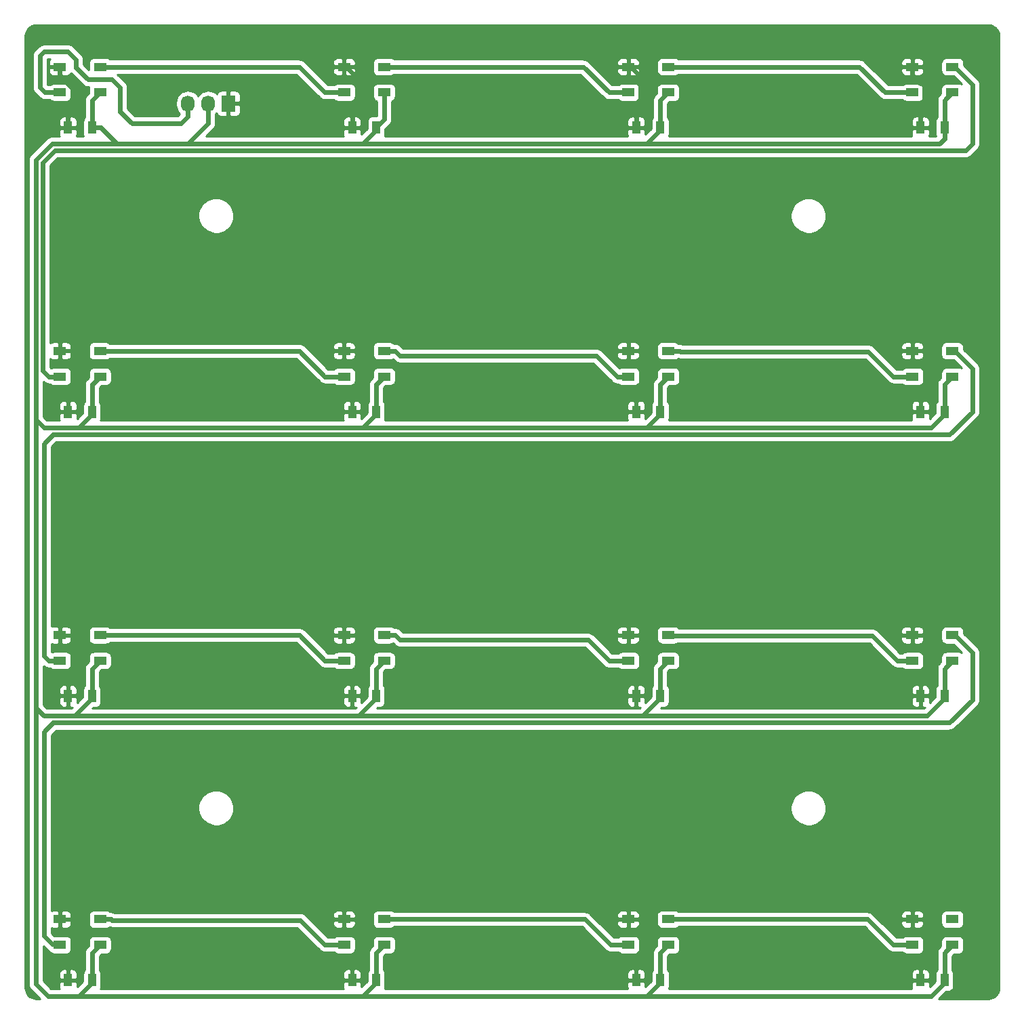
<source format=gbr>
G04 #@! TF.FileFunction,Copper,L1,Top,Signal*
%FSLAX46Y46*%
G04 Gerber Fmt 4.6, Leading zero omitted, Abs format (unit mm)*
G04 Created by KiCad (PCBNEW 4.0.5-e0-6337~49~ubuntu16.04.1) date Mon Mar 13 23:20:30 2017*
%MOMM*%
%LPD*%
G01*
G04 APERTURE LIST*
%ADD10C,0.100000*%
%ADD11R,1.727200X2.032000*%
%ADD12O,1.727200X2.032000*%
%ADD13R,1.000000X1.600000*%
%ADD14R,1.600000X1.000000*%
%ADD15C,0.600000*%
%ADD16C,0.254000*%
G04 APERTURE END LIST*
D10*
D11*
X109040000Y-43500000D03*
D12*
X106500000Y-43500000D03*
X103960000Y-43500000D03*
D13*
X89000000Y-46500000D03*
X92000000Y-46500000D03*
X124500000Y-46500000D03*
X127500000Y-46500000D03*
X160000000Y-46500000D03*
X163000000Y-46500000D03*
X195500000Y-46500000D03*
X198500000Y-46500000D03*
X89000000Y-82000000D03*
X92000000Y-82000000D03*
X124500000Y-82000000D03*
X127500000Y-82000000D03*
X160000000Y-82000000D03*
X163000000Y-82000000D03*
X195500000Y-82000000D03*
X198500000Y-82000000D03*
X89000000Y-117500000D03*
X92000000Y-117500000D03*
X124500000Y-117500000D03*
X127500000Y-117500000D03*
X160000000Y-117500000D03*
X163000000Y-117500000D03*
X195500000Y-117500000D03*
X198500000Y-117500000D03*
X89000000Y-153000000D03*
X92000000Y-153000000D03*
X124500000Y-153000000D03*
X127500000Y-153000000D03*
X160000000Y-153000000D03*
X163000000Y-153000000D03*
X195500000Y-153000000D03*
X198500000Y-153000000D03*
D14*
X88000000Y-38900000D03*
X88000000Y-42100000D03*
X93000000Y-38900000D03*
X93000000Y-42100000D03*
X123500000Y-38900000D03*
X123500000Y-42100000D03*
X128500000Y-38900000D03*
X128500000Y-42100000D03*
X159000000Y-38900000D03*
X159000000Y-42100000D03*
X164000000Y-38900000D03*
X164000000Y-42100000D03*
X194500000Y-38900000D03*
X194500000Y-42100000D03*
X199500000Y-38900000D03*
X199500000Y-42100000D03*
X88000000Y-74400000D03*
X88000000Y-77600000D03*
X93000000Y-74400000D03*
X93000000Y-77600000D03*
X123500000Y-74400000D03*
X123500000Y-77600000D03*
X128500000Y-74400000D03*
X128500000Y-77600000D03*
X159000000Y-74400000D03*
X159000000Y-77600000D03*
X164000000Y-74400000D03*
X164000000Y-77600000D03*
X194500000Y-74400000D03*
X194500000Y-77600000D03*
X199500000Y-74400000D03*
X199500000Y-77600000D03*
X88000000Y-109900000D03*
X88000000Y-113100000D03*
X93000000Y-109900000D03*
X93000000Y-113100000D03*
X123500000Y-109900000D03*
X123500000Y-113100000D03*
X128500000Y-109900000D03*
X128500000Y-113100000D03*
X159000000Y-109900000D03*
X159000000Y-113100000D03*
X164000000Y-109900000D03*
X164000000Y-113100000D03*
X194500000Y-109900000D03*
X194500000Y-113100000D03*
X199500000Y-109900000D03*
X199500000Y-113100000D03*
X88000000Y-145400000D03*
X88000000Y-148600000D03*
X93000000Y-145400000D03*
X93000000Y-148600000D03*
X123500000Y-145400000D03*
X123500000Y-148600000D03*
X128500000Y-145400000D03*
X128500000Y-148600000D03*
X159000000Y-145400000D03*
X159000000Y-148600000D03*
X164000000Y-145400000D03*
X164000000Y-148600000D03*
X194500000Y-145400000D03*
X194500000Y-148600000D03*
X199500000Y-145400000D03*
X199500000Y-148600000D03*
D15*
X196000000Y-41302798D02*
X196000000Y-44600000D01*
X196000000Y-44600000D02*
X195500000Y-45100000D01*
X195500000Y-45100000D02*
X195500000Y-46500000D01*
X195500000Y-41000000D02*
X195697202Y-41000000D01*
X195697202Y-41000000D02*
X196000000Y-41302798D01*
X194500000Y-38900000D02*
X194500000Y-40000000D01*
X194500000Y-40000000D02*
X195500000Y-41000000D01*
X160500000Y-40100000D02*
X160500000Y-44600000D01*
X160000000Y-45100000D02*
X160000000Y-46500000D01*
X160500000Y-44600000D02*
X160000000Y-45100000D01*
X159000000Y-38900000D02*
X159300000Y-38900000D01*
X159300000Y-38900000D02*
X160500000Y-40100000D01*
X124500000Y-46500000D02*
X124500000Y-45000000D01*
X124500000Y-45000000D02*
X126000000Y-43500000D01*
X126000000Y-43500000D02*
X126000000Y-41100000D01*
X126000000Y-41100000D02*
X123800000Y-38900000D01*
X123800000Y-38900000D02*
X123500000Y-38900000D01*
X90000000Y-42000000D02*
X88000000Y-40000000D01*
X88000000Y-40000000D02*
X88000000Y-38900000D01*
X90000000Y-44100000D02*
X90000000Y-42000000D01*
X89000000Y-46500000D02*
X89000000Y-45100000D01*
X89000000Y-45100000D02*
X90000000Y-44100000D01*
X106500000Y-46000000D02*
X106500000Y-43500000D01*
X104000000Y-48500000D02*
X125500000Y-48500000D01*
X95100000Y-48500000D02*
X104000000Y-48500000D01*
X104000000Y-48500000D02*
X106500000Y-46000000D01*
X85000000Y-82500000D02*
X85000000Y-50500000D01*
X85000000Y-50500000D02*
X87000000Y-48500000D01*
X87000000Y-48500000D02*
X95100000Y-48500000D01*
X198500000Y-153000000D02*
X198500000Y-149600000D01*
X198500000Y-149600000D02*
X199500000Y-148600000D01*
X163000000Y-153000000D02*
X163000000Y-149600000D01*
X163000000Y-149600000D02*
X164000000Y-148600000D01*
X127500000Y-153000000D02*
X127500000Y-149600000D01*
X127500000Y-149600000D02*
X128500000Y-148600000D01*
X92000000Y-153000000D02*
X92000000Y-149600000D01*
X92000000Y-149600000D02*
X93000000Y-148600000D01*
X161300000Y-155000000D02*
X196800000Y-155000000D01*
X196800000Y-155000000D02*
X198500000Y-153300000D01*
X198500000Y-153300000D02*
X198500000Y-153000000D01*
X125800000Y-155000000D02*
X161300000Y-155000000D01*
X161300000Y-155000000D02*
X163000000Y-153300000D01*
X163000000Y-153300000D02*
X163000000Y-153000000D01*
X90300000Y-155000000D02*
X125800000Y-155000000D01*
X125800000Y-155000000D02*
X127500000Y-153300000D01*
X127500000Y-153300000D02*
X127500000Y-153000000D01*
X86500000Y-155000000D02*
X90300000Y-155000000D01*
X90300000Y-155000000D02*
X92000000Y-153300000D01*
X92000000Y-153300000D02*
X92000000Y-153000000D01*
X85000000Y-153500000D02*
X86500000Y-155000000D01*
X85000000Y-118500000D02*
X85000000Y-119000000D01*
X85000000Y-118500000D02*
X85000000Y-153500000D01*
X85000000Y-82500000D02*
X85000000Y-118500000D01*
X198500000Y-117500000D02*
X198500000Y-114100000D01*
X198500000Y-114100000D02*
X199500000Y-113100000D01*
X92000000Y-117500000D02*
X92000000Y-114100000D01*
X92000000Y-114100000D02*
X93000000Y-113100000D01*
X127500000Y-117500000D02*
X127500000Y-114100000D01*
X127500000Y-114100000D02*
X128500000Y-113100000D01*
X163000000Y-117500000D02*
X163000000Y-114100000D01*
X163000000Y-114100000D02*
X164000000Y-113100000D01*
X160800000Y-120000000D02*
X196300000Y-120000000D01*
X196300000Y-120000000D02*
X198500000Y-117800000D01*
X198500000Y-117800000D02*
X198500000Y-117500000D01*
X125500000Y-120000000D02*
X160800000Y-120000000D01*
X160800000Y-120000000D02*
X163000000Y-117800000D01*
X163000000Y-117800000D02*
X163000000Y-117500000D01*
X125500000Y-120000000D02*
X125500000Y-119800000D01*
X125500000Y-119800000D02*
X127500000Y-117800000D01*
X127500000Y-117800000D02*
X127500000Y-117500000D01*
X89800000Y-120000000D02*
X125500000Y-120000000D01*
X85000000Y-119000000D02*
X86000000Y-120000000D01*
X86000000Y-120000000D02*
X89800000Y-120000000D01*
X89800000Y-120000000D02*
X92000000Y-117800000D01*
X92000000Y-117800000D02*
X92000000Y-117500000D01*
X85000000Y-82500000D02*
X85000000Y-83000000D01*
X198500000Y-82000000D02*
X198500000Y-78600000D01*
X198500000Y-78600000D02*
X199500000Y-77600000D01*
X92000000Y-82000000D02*
X92000000Y-78600000D01*
X92000000Y-78600000D02*
X93000000Y-77600000D01*
X127500000Y-82000000D02*
X127500000Y-78600000D01*
X127500000Y-78600000D02*
X128500000Y-77600000D01*
X163000000Y-82000000D02*
X163000000Y-78600000D01*
X163000000Y-78600000D02*
X164000000Y-77600000D01*
X160500000Y-84000000D02*
X161300000Y-84000000D01*
X125500000Y-84000000D02*
X160500000Y-84000000D01*
X160500000Y-84000000D02*
X196800000Y-84000000D01*
X198500000Y-82300000D02*
X198500000Y-82000000D01*
X196800000Y-84000000D02*
X198500000Y-82300000D01*
X125500000Y-84000000D02*
X125800000Y-84000000D01*
X89500000Y-84000000D02*
X125500000Y-84000000D01*
X161300000Y-84000000D02*
X163000000Y-82300000D01*
X163000000Y-82300000D02*
X163000000Y-82000000D01*
X89500000Y-84000000D02*
X90300000Y-84000000D01*
X127500000Y-82300000D02*
X127500000Y-82000000D01*
X86000000Y-84000000D02*
X89500000Y-84000000D01*
X125800000Y-84000000D02*
X127500000Y-82300000D01*
X90300000Y-84000000D02*
X92000000Y-82300000D01*
X92000000Y-82300000D02*
X92000000Y-82000000D01*
X85000000Y-83000000D02*
X86000000Y-84000000D01*
X161300000Y-48500000D02*
X197900000Y-48500000D01*
X197900000Y-48500000D02*
X198500000Y-47900000D01*
X198500000Y-47900000D02*
X198500000Y-46500000D01*
X125500000Y-48500000D02*
X125800000Y-48500000D01*
X125500000Y-48500000D02*
X161300000Y-48500000D01*
X161300000Y-48500000D02*
X163000000Y-46800000D01*
X163000000Y-46800000D02*
X163000000Y-46500000D01*
X125800000Y-48500000D02*
X127500000Y-46800000D01*
X127500000Y-46800000D02*
X127500000Y-46500000D01*
X92000000Y-46500000D02*
X93100000Y-46500000D01*
X93100000Y-46500000D02*
X95100000Y-48500000D01*
X198500000Y-46500000D02*
X198500000Y-43100000D01*
X198500000Y-43100000D02*
X199500000Y-42100000D01*
X163000000Y-46500000D02*
X163000000Y-43100000D01*
X163000000Y-43100000D02*
X164000000Y-42100000D01*
X128500000Y-42100000D02*
X128500000Y-45500000D01*
X128500000Y-45500000D02*
X127500000Y-46500000D01*
X92000000Y-46500000D02*
X92000000Y-43100000D01*
X92000000Y-43100000D02*
X93000000Y-42100000D01*
X85500000Y-41500000D02*
X86100000Y-42100000D01*
X86100000Y-42100000D02*
X88000000Y-42100000D01*
X85500000Y-37500000D02*
X85500000Y-41500000D01*
X86000000Y-37000000D02*
X85500000Y-37500000D01*
X89000000Y-37000000D02*
X86000000Y-37000000D01*
X90000000Y-38000000D02*
X89000000Y-37000000D01*
X90000000Y-39000000D02*
X90000000Y-38000000D01*
X91500000Y-40500000D02*
X90000000Y-39000000D01*
X94500000Y-40500000D02*
X91500000Y-40500000D01*
X95500000Y-41500000D02*
X94500000Y-40500000D01*
X95500000Y-44500000D02*
X95500000Y-41500000D01*
X97000000Y-46000000D02*
X95500000Y-44500000D01*
X103076000Y-46000000D02*
X97000000Y-46000000D01*
X103960000Y-43500000D02*
X103960000Y-45116000D01*
X103960000Y-45116000D02*
X103076000Y-46000000D01*
X117900000Y-38900000D02*
X121100000Y-42100000D01*
X121100000Y-42100000D02*
X123500000Y-42100000D01*
X93000000Y-38900000D02*
X117900000Y-38900000D01*
X118000000Y-145500000D02*
X121100000Y-148600000D01*
X121100000Y-148600000D02*
X123500000Y-148600000D01*
X94500000Y-145500000D02*
X118000000Y-145500000D01*
X93000000Y-145400000D02*
X94400000Y-145400000D01*
X94400000Y-145400000D02*
X94500000Y-145500000D01*
X153400000Y-38900000D02*
X156600000Y-42100000D01*
X156600000Y-42100000D02*
X159000000Y-42100000D01*
X128500000Y-38900000D02*
X153400000Y-38900000D01*
X153600000Y-145400000D02*
X156800000Y-148600000D01*
X156800000Y-148600000D02*
X159000000Y-148600000D01*
X128500000Y-145400000D02*
X153600000Y-145400000D01*
X187900000Y-38900000D02*
X191100000Y-42100000D01*
X191100000Y-42100000D02*
X194500000Y-42100000D01*
X164000000Y-38900000D02*
X187900000Y-38900000D01*
X188900000Y-145400000D02*
X192100000Y-148600000D01*
X192100000Y-148600000D02*
X194500000Y-148600000D01*
X164000000Y-145400000D02*
X188900000Y-145400000D01*
X85854010Y-52500000D02*
X85854010Y-50853742D01*
X85854010Y-50853742D02*
X87353742Y-49354010D01*
X87353742Y-49354010D02*
X201145990Y-49354010D01*
X201145990Y-49354010D02*
X202000000Y-48500000D01*
X85854010Y-52500000D02*
X85854010Y-76854010D01*
X85854010Y-51645990D02*
X85854010Y-52500000D01*
X199500000Y-38900000D02*
X199800000Y-38900000D01*
X199800000Y-38900000D02*
X202000000Y-41100000D01*
X202000000Y-41100000D02*
X202000000Y-48500000D01*
X85854010Y-76854010D02*
X86600000Y-77600000D01*
X86600000Y-77600000D02*
X88000000Y-77600000D01*
X117900000Y-74400000D02*
X121100000Y-77600000D01*
X121100000Y-77600000D02*
X123500000Y-77600000D01*
X93000000Y-74400000D02*
X117900000Y-74400000D01*
X117900000Y-109900000D02*
X121100000Y-113100000D01*
X121100000Y-113100000D02*
X123500000Y-113100000D01*
X93000000Y-109900000D02*
X117900000Y-109900000D01*
X154000000Y-110500000D02*
X156600000Y-113100000D01*
X156600000Y-113100000D02*
X159000000Y-113100000D01*
X130500000Y-110500000D02*
X154000000Y-110500000D01*
X128500000Y-109900000D02*
X129900000Y-109900000D01*
X129900000Y-109900000D02*
X130500000Y-110500000D01*
X189500000Y-110000000D02*
X192600000Y-113100000D01*
X192600000Y-113100000D02*
X194500000Y-113100000D01*
X164400000Y-110000000D02*
X189500000Y-110000000D01*
X164000000Y-109900000D02*
X164300000Y-109900000D01*
X164300000Y-109900000D02*
X164400000Y-110000000D01*
X199500000Y-109900000D02*
X199800000Y-109900000D01*
X87145990Y-120854010D02*
X86000000Y-122000000D01*
X199800000Y-109900000D02*
X202000000Y-112100000D01*
X87000000Y-148500000D02*
X87900000Y-148500000D01*
X87900000Y-148500000D02*
X88000000Y-148600000D01*
X202000000Y-112100000D02*
X202000000Y-118000000D01*
X202000000Y-118000000D02*
X199145990Y-120854010D01*
X199145990Y-120854010D02*
X87145990Y-120854010D01*
X86000000Y-122000000D02*
X86000000Y-147500000D01*
X86000000Y-147500000D02*
X87000000Y-148500000D01*
X155000000Y-75000000D02*
X157600000Y-77600000D01*
X157600000Y-77600000D02*
X159000000Y-77600000D01*
X130500000Y-75000000D02*
X155000000Y-75000000D01*
X128500000Y-74400000D02*
X129900000Y-74400000D01*
X129900000Y-74400000D02*
X130500000Y-75000000D01*
X189000000Y-74500000D02*
X192100000Y-77600000D01*
X192100000Y-77600000D02*
X194500000Y-77600000D01*
X165500000Y-74500000D02*
X189000000Y-74500000D01*
X164000000Y-74400000D02*
X165400000Y-74400000D01*
X165400000Y-74400000D02*
X165500000Y-74500000D01*
X199500000Y-74400000D02*
X199800000Y-74400000D01*
X199800000Y-74400000D02*
X202000000Y-76600000D01*
X202000000Y-82000000D02*
X199145990Y-84854010D01*
X86000000Y-86000000D02*
X86000000Y-112500000D01*
X202000000Y-76600000D02*
X202000000Y-82000000D01*
X199145990Y-84854010D02*
X87145990Y-84854010D01*
X87145990Y-84854010D02*
X86000000Y-86000000D01*
X86000000Y-112500000D02*
X86600000Y-113100000D01*
X86600000Y-113100000D02*
X88000000Y-113100000D01*
D16*
G36*
X204254782Y-33713267D02*
X204499855Y-33787259D01*
X204725890Y-33907443D01*
X204924281Y-34069248D01*
X205087460Y-34266497D01*
X205209220Y-34491687D01*
X205284924Y-34736247D01*
X205315000Y-35022398D01*
X205315000Y-153966495D01*
X205286733Y-154254782D01*
X205212741Y-154499855D01*
X205092554Y-154725893D01*
X204930754Y-154924279D01*
X204733503Y-155087460D01*
X204508310Y-155209221D01*
X204263753Y-155284924D01*
X203977602Y-155315000D01*
X197807290Y-155315000D01*
X198684218Y-154438072D01*
X199000000Y-154438072D01*
X199101121Y-154430008D01*
X199272634Y-154376894D01*
X199422559Y-154278100D01*
X199539025Y-154141450D01*
X199612810Y-153977763D01*
X199638072Y-153800000D01*
X199638072Y-152200000D01*
X199630008Y-152098879D01*
X199576894Y-151927366D01*
X199478100Y-151777441D01*
X199435000Y-151740707D01*
X199435000Y-149987290D01*
X199684218Y-149738072D01*
X200300000Y-149738072D01*
X200401121Y-149730008D01*
X200572634Y-149676894D01*
X200722559Y-149578100D01*
X200839025Y-149441450D01*
X200912810Y-149277763D01*
X200938072Y-149100000D01*
X200938072Y-148100000D01*
X200930008Y-147998879D01*
X200876894Y-147827366D01*
X200778100Y-147677441D01*
X200641450Y-147560975D01*
X200477763Y-147487190D01*
X200300000Y-147461928D01*
X198700000Y-147461928D01*
X198598879Y-147469992D01*
X198427366Y-147523106D01*
X198277441Y-147621900D01*
X198160975Y-147758550D01*
X198087190Y-147922237D01*
X198061928Y-148100000D01*
X198061928Y-148715782D01*
X197838855Y-148938855D01*
X197784036Y-149005594D01*
X197728519Y-149071756D01*
X197726149Y-149076067D01*
X197723030Y-149079864D01*
X197682233Y-149155949D01*
X197640608Y-149231664D01*
X197639121Y-149236352D01*
X197636798Y-149240684D01*
X197611556Y-149323250D01*
X197585432Y-149405603D01*
X197584884Y-149410492D01*
X197583447Y-149415191D01*
X197574719Y-149501111D01*
X197565091Y-149586945D01*
X197565024Y-149596548D01*
X197565005Y-149596736D01*
X197565022Y-149596911D01*
X197565000Y-149600000D01*
X197565000Y-151736497D01*
X197460975Y-151858550D01*
X197387190Y-152022237D01*
X197361928Y-152200000D01*
X197361928Y-153115782D01*
X196635000Y-153842710D01*
X196635000Y-153285750D01*
X196476250Y-153127000D01*
X195627000Y-153127000D01*
X195627000Y-153147000D01*
X195373000Y-153147000D01*
X195373000Y-153127000D01*
X194523750Y-153127000D01*
X194365000Y-153285750D01*
X194365000Y-153862542D01*
X194389403Y-153985223D01*
X194422447Y-154065000D01*
X164073486Y-154065000D01*
X164112810Y-153977763D01*
X164138072Y-153800000D01*
X164138072Y-152200000D01*
X164133085Y-152137458D01*
X194365000Y-152137458D01*
X194365000Y-152714250D01*
X194523750Y-152873000D01*
X195373000Y-152873000D01*
X195373000Y-151723750D01*
X195627000Y-151723750D01*
X195627000Y-152873000D01*
X196476250Y-152873000D01*
X196635000Y-152714250D01*
X196635000Y-152137458D01*
X196610597Y-152014777D01*
X196562730Y-151899215D01*
X196493237Y-151795211D01*
X196404789Y-151706763D01*
X196300785Y-151637270D01*
X196185223Y-151589403D01*
X196062542Y-151565000D01*
X195785750Y-151565000D01*
X195627000Y-151723750D01*
X195373000Y-151723750D01*
X195214250Y-151565000D01*
X194937458Y-151565000D01*
X194814777Y-151589403D01*
X194699215Y-151637270D01*
X194595211Y-151706763D01*
X194506763Y-151795211D01*
X194437270Y-151899215D01*
X194389403Y-152014777D01*
X194365000Y-152137458D01*
X164133085Y-152137458D01*
X164130008Y-152098879D01*
X164076894Y-151927366D01*
X163978100Y-151777441D01*
X163935000Y-151740707D01*
X163935000Y-149987290D01*
X164184218Y-149738072D01*
X164800000Y-149738072D01*
X164901121Y-149730008D01*
X165072634Y-149676894D01*
X165222559Y-149578100D01*
X165339025Y-149441450D01*
X165412810Y-149277763D01*
X165438072Y-149100000D01*
X165438072Y-148100000D01*
X165430008Y-147998879D01*
X165376894Y-147827366D01*
X165278100Y-147677441D01*
X165141450Y-147560975D01*
X164977763Y-147487190D01*
X164800000Y-147461928D01*
X163200000Y-147461928D01*
X163098879Y-147469992D01*
X162927366Y-147523106D01*
X162777441Y-147621900D01*
X162660975Y-147758550D01*
X162587190Y-147922237D01*
X162561928Y-148100000D01*
X162561928Y-148715782D01*
X162338855Y-148938855D01*
X162284036Y-149005594D01*
X162228519Y-149071756D01*
X162226149Y-149076067D01*
X162223030Y-149079864D01*
X162182233Y-149155949D01*
X162140608Y-149231664D01*
X162139121Y-149236352D01*
X162136798Y-149240684D01*
X162111556Y-149323250D01*
X162085432Y-149405603D01*
X162084884Y-149410492D01*
X162083447Y-149415191D01*
X162074719Y-149501111D01*
X162065091Y-149586945D01*
X162065024Y-149596548D01*
X162065005Y-149596736D01*
X162065022Y-149596911D01*
X162065000Y-149600000D01*
X162065000Y-151736497D01*
X161960975Y-151858550D01*
X161887190Y-152022237D01*
X161861928Y-152200000D01*
X161861928Y-153115782D01*
X161135000Y-153842710D01*
X161135000Y-153285750D01*
X160976250Y-153127000D01*
X160127000Y-153127000D01*
X160127000Y-153147000D01*
X159873000Y-153147000D01*
X159873000Y-153127000D01*
X159023750Y-153127000D01*
X158865000Y-153285750D01*
X158865000Y-153862542D01*
X158889403Y-153985223D01*
X158922447Y-154065000D01*
X128573486Y-154065000D01*
X128612810Y-153977763D01*
X128638072Y-153800000D01*
X128638072Y-152200000D01*
X128633085Y-152137458D01*
X158865000Y-152137458D01*
X158865000Y-152714250D01*
X159023750Y-152873000D01*
X159873000Y-152873000D01*
X159873000Y-151723750D01*
X160127000Y-151723750D01*
X160127000Y-152873000D01*
X160976250Y-152873000D01*
X161135000Y-152714250D01*
X161135000Y-152137458D01*
X161110597Y-152014777D01*
X161062730Y-151899215D01*
X160993237Y-151795211D01*
X160904789Y-151706763D01*
X160800785Y-151637270D01*
X160685223Y-151589403D01*
X160562542Y-151565000D01*
X160285750Y-151565000D01*
X160127000Y-151723750D01*
X159873000Y-151723750D01*
X159714250Y-151565000D01*
X159437458Y-151565000D01*
X159314777Y-151589403D01*
X159199215Y-151637270D01*
X159095211Y-151706763D01*
X159006763Y-151795211D01*
X158937270Y-151899215D01*
X158889403Y-152014777D01*
X158865000Y-152137458D01*
X128633085Y-152137458D01*
X128630008Y-152098879D01*
X128576894Y-151927366D01*
X128478100Y-151777441D01*
X128435000Y-151740707D01*
X128435000Y-149987290D01*
X128684218Y-149738072D01*
X129300000Y-149738072D01*
X129401121Y-149730008D01*
X129572634Y-149676894D01*
X129722559Y-149578100D01*
X129839025Y-149441450D01*
X129912810Y-149277763D01*
X129938072Y-149100000D01*
X129938072Y-148100000D01*
X129930008Y-147998879D01*
X129876894Y-147827366D01*
X129778100Y-147677441D01*
X129641450Y-147560975D01*
X129477763Y-147487190D01*
X129300000Y-147461928D01*
X127700000Y-147461928D01*
X127598879Y-147469992D01*
X127427366Y-147523106D01*
X127277441Y-147621900D01*
X127160975Y-147758550D01*
X127087190Y-147922237D01*
X127061928Y-148100000D01*
X127061928Y-148715782D01*
X126838855Y-148938855D01*
X126784036Y-149005594D01*
X126728519Y-149071756D01*
X126726149Y-149076067D01*
X126723030Y-149079864D01*
X126682233Y-149155949D01*
X126640608Y-149231664D01*
X126639121Y-149236352D01*
X126636798Y-149240684D01*
X126611556Y-149323250D01*
X126585432Y-149405603D01*
X126584884Y-149410492D01*
X126583447Y-149415191D01*
X126574719Y-149501111D01*
X126565091Y-149586945D01*
X126565024Y-149596548D01*
X126565005Y-149596736D01*
X126565022Y-149596911D01*
X126565000Y-149600000D01*
X126565000Y-151736497D01*
X126460975Y-151858550D01*
X126387190Y-152022237D01*
X126361928Y-152200000D01*
X126361928Y-153115782D01*
X125635000Y-153842710D01*
X125635000Y-153285750D01*
X125476250Y-153127000D01*
X124627000Y-153127000D01*
X124627000Y-153147000D01*
X124373000Y-153147000D01*
X124373000Y-153127000D01*
X123523750Y-153127000D01*
X123365000Y-153285750D01*
X123365000Y-153862542D01*
X123389403Y-153985223D01*
X123422447Y-154065000D01*
X93073486Y-154065000D01*
X93112810Y-153977763D01*
X93138072Y-153800000D01*
X93138072Y-152200000D01*
X93133085Y-152137458D01*
X123365000Y-152137458D01*
X123365000Y-152714250D01*
X123523750Y-152873000D01*
X124373000Y-152873000D01*
X124373000Y-151723750D01*
X124627000Y-151723750D01*
X124627000Y-152873000D01*
X125476250Y-152873000D01*
X125635000Y-152714250D01*
X125635000Y-152137458D01*
X125610597Y-152014777D01*
X125562730Y-151899215D01*
X125493237Y-151795211D01*
X125404789Y-151706763D01*
X125300785Y-151637270D01*
X125185223Y-151589403D01*
X125062542Y-151565000D01*
X124785750Y-151565000D01*
X124627000Y-151723750D01*
X124373000Y-151723750D01*
X124214250Y-151565000D01*
X123937458Y-151565000D01*
X123814777Y-151589403D01*
X123699215Y-151637270D01*
X123595211Y-151706763D01*
X123506763Y-151795211D01*
X123437270Y-151899215D01*
X123389403Y-152014777D01*
X123365000Y-152137458D01*
X93133085Y-152137458D01*
X93130008Y-152098879D01*
X93076894Y-151927366D01*
X92978100Y-151777441D01*
X92935000Y-151740707D01*
X92935000Y-149987290D01*
X93184218Y-149738072D01*
X93800000Y-149738072D01*
X93901121Y-149730008D01*
X94072634Y-149676894D01*
X94222559Y-149578100D01*
X94339025Y-149441450D01*
X94412810Y-149277763D01*
X94438072Y-149100000D01*
X94438072Y-148100000D01*
X94430008Y-147998879D01*
X94376894Y-147827366D01*
X94278100Y-147677441D01*
X94141450Y-147560975D01*
X93977763Y-147487190D01*
X93800000Y-147461928D01*
X92200000Y-147461928D01*
X92098879Y-147469992D01*
X91927366Y-147523106D01*
X91777441Y-147621900D01*
X91660975Y-147758550D01*
X91587190Y-147922237D01*
X91561928Y-148100000D01*
X91561928Y-148715782D01*
X91338855Y-148938855D01*
X91284036Y-149005594D01*
X91228519Y-149071756D01*
X91226149Y-149076067D01*
X91223030Y-149079864D01*
X91182233Y-149155949D01*
X91140608Y-149231664D01*
X91139121Y-149236352D01*
X91136798Y-149240684D01*
X91111556Y-149323250D01*
X91085432Y-149405603D01*
X91084884Y-149410492D01*
X91083447Y-149415191D01*
X91074719Y-149501111D01*
X91065091Y-149586945D01*
X91065024Y-149596548D01*
X91065005Y-149596736D01*
X91065022Y-149596911D01*
X91065000Y-149600000D01*
X91065000Y-151736497D01*
X90960975Y-151858550D01*
X90887190Y-152022237D01*
X90861928Y-152200000D01*
X90861928Y-153115782D01*
X90135000Y-153842710D01*
X90135000Y-153285750D01*
X89976250Y-153127000D01*
X89127000Y-153127000D01*
X89127000Y-153147000D01*
X88873000Y-153147000D01*
X88873000Y-153127000D01*
X88023750Y-153127000D01*
X87865000Y-153285750D01*
X87865000Y-153862542D01*
X87889403Y-153985223D01*
X87922447Y-154065000D01*
X86887290Y-154065000D01*
X85935000Y-153112710D01*
X85935000Y-152137458D01*
X87865000Y-152137458D01*
X87865000Y-152714250D01*
X88023750Y-152873000D01*
X88873000Y-152873000D01*
X88873000Y-151723750D01*
X89127000Y-151723750D01*
X89127000Y-152873000D01*
X89976250Y-152873000D01*
X90135000Y-152714250D01*
X90135000Y-152137458D01*
X90110597Y-152014777D01*
X90062730Y-151899215D01*
X89993237Y-151795211D01*
X89904789Y-151706763D01*
X89800785Y-151637270D01*
X89685223Y-151589403D01*
X89562542Y-151565000D01*
X89285750Y-151565000D01*
X89127000Y-151723750D01*
X88873000Y-151723750D01*
X88714250Y-151565000D01*
X88437458Y-151565000D01*
X88314777Y-151589403D01*
X88199215Y-151637270D01*
X88095211Y-151706763D01*
X88006763Y-151795211D01*
X87937270Y-151899215D01*
X87889403Y-152014777D01*
X87865000Y-152137458D01*
X85935000Y-152137458D01*
X85935000Y-148757290D01*
X86338855Y-149161145D01*
X86405620Y-149215987D01*
X86471756Y-149271481D01*
X86476063Y-149273849D01*
X86479864Y-149276971D01*
X86555987Y-149317788D01*
X86616408Y-149351005D01*
X86623106Y-149372634D01*
X86721900Y-149522559D01*
X86858550Y-149639025D01*
X87022237Y-149712810D01*
X87200000Y-149738072D01*
X88800000Y-149738072D01*
X88901121Y-149730008D01*
X89072634Y-149676894D01*
X89222559Y-149578100D01*
X89339025Y-149441450D01*
X89412810Y-149277763D01*
X89438072Y-149100000D01*
X89438072Y-148100000D01*
X89430008Y-147998879D01*
X89376894Y-147827366D01*
X89278100Y-147677441D01*
X89141450Y-147560975D01*
X88977763Y-147487190D01*
X88800000Y-147461928D01*
X87284218Y-147461928D01*
X86935000Y-147112710D01*
X86935000Y-146477553D01*
X87014777Y-146510597D01*
X87137458Y-146535000D01*
X87714250Y-146535000D01*
X87873000Y-146376250D01*
X87873000Y-145527000D01*
X88127000Y-145527000D01*
X88127000Y-146376250D01*
X88285750Y-146535000D01*
X88862542Y-146535000D01*
X88985223Y-146510597D01*
X89100785Y-146462730D01*
X89204789Y-146393237D01*
X89293237Y-146304789D01*
X89362730Y-146200785D01*
X89410597Y-146085223D01*
X89435000Y-145962542D01*
X89435000Y-145685750D01*
X89276250Y-145527000D01*
X88127000Y-145527000D01*
X87873000Y-145527000D01*
X87853000Y-145527000D01*
X87853000Y-145273000D01*
X87873000Y-145273000D01*
X87873000Y-144423750D01*
X88127000Y-144423750D01*
X88127000Y-145273000D01*
X89276250Y-145273000D01*
X89435000Y-145114250D01*
X89435000Y-144900000D01*
X91561928Y-144900000D01*
X91561928Y-145900000D01*
X91569992Y-146001121D01*
X91623106Y-146172634D01*
X91721900Y-146322559D01*
X91858550Y-146439025D01*
X92022237Y-146512810D01*
X92200000Y-146538072D01*
X93800000Y-146538072D01*
X93901121Y-146530008D01*
X94072634Y-146476894D01*
X94212055Y-146385022D01*
X94223276Y-146388453D01*
X94305603Y-146414568D01*
X94310490Y-146415116D01*
X94315190Y-146416553D01*
X94401072Y-146425277D01*
X94486945Y-146434909D01*
X94496559Y-146434976D01*
X94496736Y-146434994D01*
X94496901Y-146434978D01*
X94500000Y-146435000D01*
X117612710Y-146435000D01*
X120438855Y-149261145D01*
X120505594Y-149315964D01*
X120571756Y-149371481D01*
X120576067Y-149373851D01*
X120579864Y-149376970D01*
X120655949Y-149417767D01*
X120731664Y-149459392D01*
X120736352Y-149460879D01*
X120740684Y-149463202D01*
X120823250Y-149488444D01*
X120905603Y-149514568D01*
X120910492Y-149515116D01*
X120915191Y-149516553D01*
X121001111Y-149525281D01*
X121086945Y-149534909D01*
X121096548Y-149534976D01*
X121096736Y-149534995D01*
X121096911Y-149534978D01*
X121100000Y-149535000D01*
X122236497Y-149535000D01*
X122358550Y-149639025D01*
X122522237Y-149712810D01*
X122700000Y-149738072D01*
X124300000Y-149738072D01*
X124401121Y-149730008D01*
X124572634Y-149676894D01*
X124722559Y-149578100D01*
X124839025Y-149441450D01*
X124912810Y-149277763D01*
X124938072Y-149100000D01*
X124938072Y-148100000D01*
X124930008Y-147998879D01*
X124876894Y-147827366D01*
X124778100Y-147677441D01*
X124641450Y-147560975D01*
X124477763Y-147487190D01*
X124300000Y-147461928D01*
X122700000Y-147461928D01*
X122598879Y-147469992D01*
X122427366Y-147523106D01*
X122277441Y-147621900D01*
X122240707Y-147665000D01*
X121487290Y-147665000D01*
X119508040Y-145685750D01*
X122065000Y-145685750D01*
X122065000Y-145962542D01*
X122089403Y-146085223D01*
X122137270Y-146200785D01*
X122206763Y-146304789D01*
X122295211Y-146393237D01*
X122399215Y-146462730D01*
X122514777Y-146510597D01*
X122637458Y-146535000D01*
X123214250Y-146535000D01*
X123373000Y-146376250D01*
X123373000Y-145527000D01*
X123627000Y-145527000D01*
X123627000Y-146376250D01*
X123785750Y-146535000D01*
X124362542Y-146535000D01*
X124485223Y-146510597D01*
X124600785Y-146462730D01*
X124704789Y-146393237D01*
X124793237Y-146304789D01*
X124862730Y-146200785D01*
X124910597Y-146085223D01*
X124935000Y-145962542D01*
X124935000Y-145685750D01*
X124776250Y-145527000D01*
X123627000Y-145527000D01*
X123373000Y-145527000D01*
X122223750Y-145527000D01*
X122065000Y-145685750D01*
X119508040Y-145685750D01*
X118661145Y-144838855D01*
X118659445Y-144837458D01*
X122065000Y-144837458D01*
X122065000Y-145114250D01*
X122223750Y-145273000D01*
X123373000Y-145273000D01*
X123373000Y-144423750D01*
X123627000Y-144423750D01*
X123627000Y-145273000D01*
X124776250Y-145273000D01*
X124935000Y-145114250D01*
X124935000Y-144900000D01*
X127061928Y-144900000D01*
X127061928Y-145900000D01*
X127069992Y-146001121D01*
X127123106Y-146172634D01*
X127221900Y-146322559D01*
X127358550Y-146439025D01*
X127522237Y-146512810D01*
X127700000Y-146538072D01*
X129300000Y-146538072D01*
X129401121Y-146530008D01*
X129572634Y-146476894D01*
X129722559Y-146378100D01*
X129759293Y-146335000D01*
X153212710Y-146335000D01*
X156138855Y-149261145D01*
X156205616Y-149315983D01*
X156271756Y-149371481D01*
X156276064Y-149373849D01*
X156279863Y-149376970D01*
X156355988Y-149417788D01*
X156431664Y-149459392D01*
X156436349Y-149460878D01*
X156440683Y-149463202D01*
X156523276Y-149488453D01*
X156605603Y-149514568D01*
X156610490Y-149515116D01*
X156615190Y-149516553D01*
X156701072Y-149525277D01*
X156786945Y-149534909D01*
X156796559Y-149534976D01*
X156796736Y-149534994D01*
X156796901Y-149534978D01*
X156800000Y-149535000D01*
X157736497Y-149535000D01*
X157858550Y-149639025D01*
X158022237Y-149712810D01*
X158200000Y-149738072D01*
X159800000Y-149738072D01*
X159901121Y-149730008D01*
X160072634Y-149676894D01*
X160222559Y-149578100D01*
X160339025Y-149441450D01*
X160412810Y-149277763D01*
X160438072Y-149100000D01*
X160438072Y-148100000D01*
X160430008Y-147998879D01*
X160376894Y-147827366D01*
X160278100Y-147677441D01*
X160141450Y-147560975D01*
X159977763Y-147487190D01*
X159800000Y-147461928D01*
X158200000Y-147461928D01*
X158098879Y-147469992D01*
X157927366Y-147523106D01*
X157777441Y-147621900D01*
X157740707Y-147665000D01*
X157187290Y-147665000D01*
X155208040Y-145685750D01*
X157565000Y-145685750D01*
X157565000Y-145962542D01*
X157589403Y-146085223D01*
X157637270Y-146200785D01*
X157706763Y-146304789D01*
X157795211Y-146393237D01*
X157899215Y-146462730D01*
X158014777Y-146510597D01*
X158137458Y-146535000D01*
X158714250Y-146535000D01*
X158873000Y-146376250D01*
X158873000Y-145527000D01*
X159127000Y-145527000D01*
X159127000Y-146376250D01*
X159285750Y-146535000D01*
X159862542Y-146535000D01*
X159985223Y-146510597D01*
X160100785Y-146462730D01*
X160204789Y-146393237D01*
X160293237Y-146304789D01*
X160362730Y-146200785D01*
X160410597Y-146085223D01*
X160435000Y-145962542D01*
X160435000Y-145685750D01*
X160276250Y-145527000D01*
X159127000Y-145527000D01*
X158873000Y-145527000D01*
X157723750Y-145527000D01*
X157565000Y-145685750D01*
X155208040Y-145685750D01*
X154359748Y-144837458D01*
X157565000Y-144837458D01*
X157565000Y-145114250D01*
X157723750Y-145273000D01*
X158873000Y-145273000D01*
X158873000Y-144423750D01*
X159127000Y-144423750D01*
X159127000Y-145273000D01*
X160276250Y-145273000D01*
X160435000Y-145114250D01*
X160435000Y-144900000D01*
X162561928Y-144900000D01*
X162561928Y-145900000D01*
X162569992Y-146001121D01*
X162623106Y-146172634D01*
X162721900Y-146322559D01*
X162858550Y-146439025D01*
X163022237Y-146512810D01*
X163200000Y-146538072D01*
X164800000Y-146538072D01*
X164901121Y-146530008D01*
X165072634Y-146476894D01*
X165222559Y-146378100D01*
X165259293Y-146335000D01*
X188512710Y-146335000D01*
X191438855Y-149261145D01*
X191505616Y-149315983D01*
X191571756Y-149371481D01*
X191576064Y-149373849D01*
X191579863Y-149376970D01*
X191655988Y-149417788D01*
X191731664Y-149459392D01*
X191736349Y-149460878D01*
X191740683Y-149463202D01*
X191823276Y-149488453D01*
X191905603Y-149514568D01*
X191910490Y-149515116D01*
X191915190Y-149516553D01*
X192001072Y-149525277D01*
X192086945Y-149534909D01*
X192096559Y-149534976D01*
X192096736Y-149534994D01*
X192096901Y-149534978D01*
X192100000Y-149535000D01*
X193236497Y-149535000D01*
X193358550Y-149639025D01*
X193522237Y-149712810D01*
X193700000Y-149738072D01*
X195300000Y-149738072D01*
X195401121Y-149730008D01*
X195572634Y-149676894D01*
X195722559Y-149578100D01*
X195839025Y-149441450D01*
X195912810Y-149277763D01*
X195938072Y-149100000D01*
X195938072Y-148100000D01*
X195930008Y-147998879D01*
X195876894Y-147827366D01*
X195778100Y-147677441D01*
X195641450Y-147560975D01*
X195477763Y-147487190D01*
X195300000Y-147461928D01*
X193700000Y-147461928D01*
X193598879Y-147469992D01*
X193427366Y-147523106D01*
X193277441Y-147621900D01*
X193240707Y-147665000D01*
X192487290Y-147665000D01*
X190508040Y-145685750D01*
X193065000Y-145685750D01*
X193065000Y-145962542D01*
X193089403Y-146085223D01*
X193137270Y-146200785D01*
X193206763Y-146304789D01*
X193295211Y-146393237D01*
X193399215Y-146462730D01*
X193514777Y-146510597D01*
X193637458Y-146535000D01*
X194214250Y-146535000D01*
X194373000Y-146376250D01*
X194373000Y-145527000D01*
X194627000Y-145527000D01*
X194627000Y-146376250D01*
X194785750Y-146535000D01*
X195362542Y-146535000D01*
X195485223Y-146510597D01*
X195600785Y-146462730D01*
X195704789Y-146393237D01*
X195793237Y-146304789D01*
X195862730Y-146200785D01*
X195910597Y-146085223D01*
X195935000Y-145962542D01*
X195935000Y-145685750D01*
X195776250Y-145527000D01*
X194627000Y-145527000D01*
X194373000Y-145527000D01*
X193223750Y-145527000D01*
X193065000Y-145685750D01*
X190508040Y-145685750D01*
X189659748Y-144837458D01*
X193065000Y-144837458D01*
X193065000Y-145114250D01*
X193223750Y-145273000D01*
X194373000Y-145273000D01*
X194373000Y-144423750D01*
X194627000Y-144423750D01*
X194627000Y-145273000D01*
X195776250Y-145273000D01*
X195935000Y-145114250D01*
X195935000Y-144900000D01*
X198061928Y-144900000D01*
X198061928Y-145900000D01*
X198069992Y-146001121D01*
X198123106Y-146172634D01*
X198221900Y-146322559D01*
X198358550Y-146439025D01*
X198522237Y-146512810D01*
X198700000Y-146538072D01*
X200300000Y-146538072D01*
X200401121Y-146530008D01*
X200572634Y-146476894D01*
X200722559Y-146378100D01*
X200839025Y-146241450D01*
X200912810Y-146077763D01*
X200938072Y-145900000D01*
X200938072Y-144900000D01*
X200930008Y-144798879D01*
X200876894Y-144627366D01*
X200778100Y-144477441D01*
X200641450Y-144360975D01*
X200477763Y-144287190D01*
X200300000Y-144261928D01*
X198700000Y-144261928D01*
X198598879Y-144269992D01*
X198427366Y-144323106D01*
X198277441Y-144421900D01*
X198160975Y-144558550D01*
X198087190Y-144722237D01*
X198061928Y-144900000D01*
X195935000Y-144900000D01*
X195935000Y-144837458D01*
X195910597Y-144714777D01*
X195862730Y-144599215D01*
X195793237Y-144495211D01*
X195704789Y-144406763D01*
X195600785Y-144337270D01*
X195485223Y-144289403D01*
X195362542Y-144265000D01*
X194785750Y-144265000D01*
X194627000Y-144423750D01*
X194373000Y-144423750D01*
X194214250Y-144265000D01*
X193637458Y-144265000D01*
X193514777Y-144289403D01*
X193399215Y-144337270D01*
X193295211Y-144406763D01*
X193206763Y-144495211D01*
X193137270Y-144599215D01*
X193089403Y-144714777D01*
X193065000Y-144837458D01*
X189659748Y-144837458D01*
X189561145Y-144738855D01*
X189494406Y-144684036D01*
X189428244Y-144628519D01*
X189423933Y-144626149D01*
X189420136Y-144623030D01*
X189344051Y-144582233D01*
X189268336Y-144540608D01*
X189263648Y-144539121D01*
X189259316Y-144536798D01*
X189176750Y-144511556D01*
X189094397Y-144485432D01*
X189089508Y-144484884D01*
X189084809Y-144483447D01*
X188998889Y-144474719D01*
X188913055Y-144465091D01*
X188903452Y-144465024D01*
X188903264Y-144465005D01*
X188903089Y-144465022D01*
X188900000Y-144465000D01*
X165263503Y-144465000D01*
X165141450Y-144360975D01*
X164977763Y-144287190D01*
X164800000Y-144261928D01*
X163200000Y-144261928D01*
X163098879Y-144269992D01*
X162927366Y-144323106D01*
X162777441Y-144421900D01*
X162660975Y-144558550D01*
X162587190Y-144722237D01*
X162561928Y-144900000D01*
X160435000Y-144900000D01*
X160435000Y-144837458D01*
X160410597Y-144714777D01*
X160362730Y-144599215D01*
X160293237Y-144495211D01*
X160204789Y-144406763D01*
X160100785Y-144337270D01*
X159985223Y-144289403D01*
X159862542Y-144265000D01*
X159285750Y-144265000D01*
X159127000Y-144423750D01*
X158873000Y-144423750D01*
X158714250Y-144265000D01*
X158137458Y-144265000D01*
X158014777Y-144289403D01*
X157899215Y-144337270D01*
X157795211Y-144406763D01*
X157706763Y-144495211D01*
X157637270Y-144599215D01*
X157589403Y-144714777D01*
X157565000Y-144837458D01*
X154359748Y-144837458D01*
X154261145Y-144738855D01*
X154194406Y-144684036D01*
X154128244Y-144628519D01*
X154123933Y-144626149D01*
X154120136Y-144623030D01*
X154044051Y-144582233D01*
X153968336Y-144540608D01*
X153963648Y-144539121D01*
X153959316Y-144536798D01*
X153876750Y-144511556D01*
X153794397Y-144485432D01*
X153789508Y-144484884D01*
X153784809Y-144483447D01*
X153698889Y-144474719D01*
X153613055Y-144465091D01*
X153603452Y-144465024D01*
X153603264Y-144465005D01*
X153603089Y-144465022D01*
X153600000Y-144465000D01*
X129763503Y-144465000D01*
X129641450Y-144360975D01*
X129477763Y-144287190D01*
X129300000Y-144261928D01*
X127700000Y-144261928D01*
X127598879Y-144269992D01*
X127427366Y-144323106D01*
X127277441Y-144421900D01*
X127160975Y-144558550D01*
X127087190Y-144722237D01*
X127061928Y-144900000D01*
X124935000Y-144900000D01*
X124935000Y-144837458D01*
X124910597Y-144714777D01*
X124862730Y-144599215D01*
X124793237Y-144495211D01*
X124704789Y-144406763D01*
X124600785Y-144337270D01*
X124485223Y-144289403D01*
X124362542Y-144265000D01*
X123785750Y-144265000D01*
X123627000Y-144423750D01*
X123373000Y-144423750D01*
X123214250Y-144265000D01*
X122637458Y-144265000D01*
X122514777Y-144289403D01*
X122399215Y-144337270D01*
X122295211Y-144406763D01*
X122206763Y-144495211D01*
X122137270Y-144599215D01*
X122089403Y-144714777D01*
X122065000Y-144837458D01*
X118659445Y-144837458D01*
X118594406Y-144784036D01*
X118528244Y-144728519D01*
X118523933Y-144726149D01*
X118520136Y-144723030D01*
X118444051Y-144682233D01*
X118368336Y-144640608D01*
X118363648Y-144639121D01*
X118359316Y-144636798D01*
X118276750Y-144611556D01*
X118194397Y-144585432D01*
X118189508Y-144584884D01*
X118184809Y-144583447D01*
X118098889Y-144574719D01*
X118013055Y-144565091D01*
X118003452Y-144565024D01*
X118003264Y-144565005D01*
X118003089Y-144565022D01*
X118000000Y-144565000D01*
X94812704Y-144565000D01*
X94768336Y-144540608D01*
X94763648Y-144539121D01*
X94759316Y-144536798D01*
X94676750Y-144511556D01*
X94594397Y-144485432D01*
X94589508Y-144484884D01*
X94584809Y-144483447D01*
X94498889Y-144474719D01*
X94413055Y-144465091D01*
X94403452Y-144465024D01*
X94403264Y-144465005D01*
X94403089Y-144465022D01*
X94400000Y-144465000D01*
X94263503Y-144465000D01*
X94141450Y-144360975D01*
X93977763Y-144287190D01*
X93800000Y-144261928D01*
X92200000Y-144261928D01*
X92098879Y-144269992D01*
X91927366Y-144323106D01*
X91777441Y-144421900D01*
X91660975Y-144558550D01*
X91587190Y-144722237D01*
X91561928Y-144900000D01*
X89435000Y-144900000D01*
X89435000Y-144837458D01*
X89410597Y-144714777D01*
X89362730Y-144599215D01*
X89293237Y-144495211D01*
X89204789Y-144406763D01*
X89100785Y-144337270D01*
X88985223Y-144289403D01*
X88862542Y-144265000D01*
X88285750Y-144265000D01*
X88127000Y-144423750D01*
X87873000Y-144423750D01*
X87714250Y-144265000D01*
X87137458Y-144265000D01*
X87014777Y-144289403D01*
X86935000Y-144322447D01*
X86935000Y-131687925D01*
X105262062Y-131687925D01*
X105341185Y-132119030D01*
X105502536Y-132526557D01*
X105739970Y-132894982D01*
X106044443Y-133210273D01*
X106404358Y-133460421D01*
X106806005Y-133635896D01*
X107234087Y-133730016D01*
X107672297Y-133739195D01*
X108103944Y-133663084D01*
X108512587Y-133504582D01*
X108882661Y-133269726D01*
X109200070Y-132967461D01*
X109452724Y-132609302D01*
X109630999Y-132208889D01*
X109728105Y-131781475D01*
X109729411Y-131687925D01*
X179262062Y-131687925D01*
X179341185Y-132119030D01*
X179502536Y-132526557D01*
X179739970Y-132894982D01*
X180044443Y-133210273D01*
X180404358Y-133460421D01*
X180806005Y-133635896D01*
X181234087Y-133730016D01*
X181672297Y-133739195D01*
X182103944Y-133663084D01*
X182512587Y-133504582D01*
X182882661Y-133269726D01*
X183200070Y-132967461D01*
X183452724Y-132609302D01*
X183630999Y-132208889D01*
X183728105Y-131781475D01*
X183735096Y-131280847D01*
X183649962Y-130850888D01*
X183482936Y-130445654D01*
X183240381Y-130080580D01*
X182931536Y-129769571D01*
X182568164Y-129524473D01*
X182164105Y-129354622D01*
X181734751Y-129266489D01*
X181296456Y-129263429D01*
X180865914Y-129345559D01*
X180459523Y-129509752D01*
X180092764Y-129749752D01*
X179779607Y-130056419D01*
X179531978Y-130418071D01*
X179359311Y-130820933D01*
X179268182Y-131249662D01*
X179262062Y-131687925D01*
X109729411Y-131687925D01*
X109735096Y-131280847D01*
X109649962Y-130850888D01*
X109482936Y-130445654D01*
X109240381Y-130080580D01*
X108931536Y-129769571D01*
X108568164Y-129524473D01*
X108164105Y-129354622D01*
X107734751Y-129266489D01*
X107296456Y-129263429D01*
X106865914Y-129345559D01*
X106459523Y-129509752D01*
X106092764Y-129749752D01*
X105779607Y-130056419D01*
X105531978Y-130418071D01*
X105359311Y-130820933D01*
X105268182Y-131249662D01*
X105262062Y-131687925D01*
X86935000Y-131687925D01*
X86935000Y-122387290D01*
X87533280Y-121789010D01*
X199145990Y-121789010D01*
X199231955Y-121780581D01*
X199317985Y-121773054D01*
X199322704Y-121771683D01*
X199327599Y-121771203D01*
X199410279Y-121746241D01*
X199493219Y-121722145D01*
X199497585Y-121719882D01*
X199502291Y-121718461D01*
X199578518Y-121677930D01*
X199655228Y-121638167D01*
X199659073Y-121635098D01*
X199663411Y-121632791D01*
X199730318Y-121578223D01*
X199797839Y-121524322D01*
X199804682Y-121517574D01*
X199804823Y-121517459D01*
X199804931Y-121517328D01*
X199807135Y-121515155D01*
X202661145Y-118661145D01*
X202715987Y-118594380D01*
X202771481Y-118528244D01*
X202773849Y-118523937D01*
X202776971Y-118520136D01*
X202817788Y-118444013D01*
X202859392Y-118368336D01*
X202860879Y-118363648D01*
X202863202Y-118359316D01*
X202888444Y-118276750D01*
X202914568Y-118194397D01*
X202915116Y-118189508D01*
X202916553Y-118184809D01*
X202925281Y-118098889D01*
X202934909Y-118013055D01*
X202934976Y-118003452D01*
X202934995Y-118003264D01*
X202934978Y-118003089D01*
X202935000Y-118000000D01*
X202935000Y-112100000D01*
X202926571Y-112014031D01*
X202919044Y-111928006D01*
X202917673Y-111923287D01*
X202917193Y-111918391D01*
X202892227Y-111835699D01*
X202868135Y-111752771D01*
X202865872Y-111748405D01*
X202864451Y-111743699D01*
X202823920Y-111667472D01*
X202784157Y-111590762D01*
X202781088Y-111586917D01*
X202778781Y-111582579D01*
X202724213Y-111515672D01*
X202670312Y-111448151D01*
X202663564Y-111441308D01*
X202663449Y-111441167D01*
X202663318Y-111441059D01*
X202661145Y-111438855D01*
X200938072Y-109715782D01*
X200938072Y-109400000D01*
X200930008Y-109298879D01*
X200876894Y-109127366D01*
X200778100Y-108977441D01*
X200641450Y-108860975D01*
X200477763Y-108787190D01*
X200300000Y-108761928D01*
X198700000Y-108761928D01*
X198598879Y-108769992D01*
X198427366Y-108823106D01*
X198277441Y-108921900D01*
X198160975Y-109058550D01*
X198087190Y-109222237D01*
X198061928Y-109400000D01*
X198061928Y-110400000D01*
X198069992Y-110501121D01*
X198123106Y-110672634D01*
X198221900Y-110822559D01*
X198358550Y-110939025D01*
X198522237Y-111012810D01*
X198700000Y-111038072D01*
X199615782Y-111038072D01*
X200636416Y-112058706D01*
X200477763Y-111987190D01*
X200300000Y-111961928D01*
X198700000Y-111961928D01*
X198598879Y-111969992D01*
X198427366Y-112023106D01*
X198277441Y-112121900D01*
X198160975Y-112258550D01*
X198087190Y-112422237D01*
X198061928Y-112600000D01*
X198061928Y-113215782D01*
X197838855Y-113438855D01*
X197784036Y-113505594D01*
X197728519Y-113571756D01*
X197726149Y-113576067D01*
X197723030Y-113579864D01*
X197682233Y-113655949D01*
X197640608Y-113731664D01*
X197639121Y-113736352D01*
X197636798Y-113740684D01*
X197611556Y-113823250D01*
X197585432Y-113905603D01*
X197584884Y-113910492D01*
X197583447Y-113915191D01*
X197574719Y-114001111D01*
X197565091Y-114086945D01*
X197565024Y-114096548D01*
X197565005Y-114096736D01*
X197565022Y-114096911D01*
X197565000Y-114100000D01*
X197565000Y-116236497D01*
X197460975Y-116358550D01*
X197387190Y-116522237D01*
X197361928Y-116700000D01*
X197361928Y-117615782D01*
X196635000Y-118342710D01*
X196635000Y-117785750D01*
X196476250Y-117627000D01*
X195627000Y-117627000D01*
X195627000Y-118776250D01*
X195785750Y-118935000D01*
X196042710Y-118935000D01*
X195912710Y-119065000D01*
X163057290Y-119065000D01*
X163184218Y-118938072D01*
X163500000Y-118938072D01*
X163601121Y-118930008D01*
X163772634Y-118876894D01*
X163922559Y-118778100D01*
X164039025Y-118641450D01*
X164112810Y-118477763D01*
X164138072Y-118300000D01*
X164138072Y-117785750D01*
X194365000Y-117785750D01*
X194365000Y-118362542D01*
X194389403Y-118485223D01*
X194437270Y-118600785D01*
X194506763Y-118704789D01*
X194595211Y-118793237D01*
X194699215Y-118862730D01*
X194814777Y-118910597D01*
X194937458Y-118935000D01*
X195214250Y-118935000D01*
X195373000Y-118776250D01*
X195373000Y-117627000D01*
X194523750Y-117627000D01*
X194365000Y-117785750D01*
X164138072Y-117785750D01*
X164138072Y-116700000D01*
X164133085Y-116637458D01*
X194365000Y-116637458D01*
X194365000Y-117214250D01*
X194523750Y-117373000D01*
X195373000Y-117373000D01*
X195373000Y-116223750D01*
X195627000Y-116223750D01*
X195627000Y-117373000D01*
X196476250Y-117373000D01*
X196635000Y-117214250D01*
X196635000Y-116637458D01*
X196610597Y-116514777D01*
X196562730Y-116399215D01*
X196493237Y-116295211D01*
X196404789Y-116206763D01*
X196300785Y-116137270D01*
X196185223Y-116089403D01*
X196062542Y-116065000D01*
X195785750Y-116065000D01*
X195627000Y-116223750D01*
X195373000Y-116223750D01*
X195214250Y-116065000D01*
X194937458Y-116065000D01*
X194814777Y-116089403D01*
X194699215Y-116137270D01*
X194595211Y-116206763D01*
X194506763Y-116295211D01*
X194437270Y-116399215D01*
X194389403Y-116514777D01*
X194365000Y-116637458D01*
X164133085Y-116637458D01*
X164130008Y-116598879D01*
X164076894Y-116427366D01*
X163978100Y-116277441D01*
X163935000Y-116240707D01*
X163935000Y-114487290D01*
X164184218Y-114238072D01*
X164800000Y-114238072D01*
X164901121Y-114230008D01*
X165072634Y-114176894D01*
X165222559Y-114078100D01*
X165339025Y-113941450D01*
X165412810Y-113777763D01*
X165438072Y-113600000D01*
X165438072Y-112600000D01*
X165430008Y-112498879D01*
X165376894Y-112327366D01*
X165278100Y-112177441D01*
X165141450Y-112060975D01*
X164977763Y-111987190D01*
X164800000Y-111961928D01*
X163200000Y-111961928D01*
X163098879Y-111969992D01*
X162927366Y-112023106D01*
X162777441Y-112121900D01*
X162660975Y-112258550D01*
X162587190Y-112422237D01*
X162561928Y-112600000D01*
X162561928Y-113215782D01*
X162338855Y-113438855D01*
X162284036Y-113505594D01*
X162228519Y-113571756D01*
X162226149Y-113576067D01*
X162223030Y-113579864D01*
X162182233Y-113655949D01*
X162140608Y-113731664D01*
X162139121Y-113736352D01*
X162136798Y-113740684D01*
X162111556Y-113823250D01*
X162085432Y-113905603D01*
X162084884Y-113910492D01*
X162083447Y-113915191D01*
X162074719Y-114001111D01*
X162065091Y-114086945D01*
X162065024Y-114096548D01*
X162065005Y-114096736D01*
X162065022Y-114096911D01*
X162065000Y-114100000D01*
X162065000Y-116236497D01*
X161960975Y-116358550D01*
X161887190Y-116522237D01*
X161861928Y-116700000D01*
X161861928Y-117615782D01*
X161135000Y-118342710D01*
X161135000Y-117785750D01*
X160976250Y-117627000D01*
X160127000Y-117627000D01*
X160127000Y-118776250D01*
X160285750Y-118935000D01*
X160542710Y-118935000D01*
X160412710Y-119065000D01*
X127557290Y-119065000D01*
X127684218Y-118938072D01*
X128000000Y-118938072D01*
X128101121Y-118930008D01*
X128272634Y-118876894D01*
X128422559Y-118778100D01*
X128539025Y-118641450D01*
X128612810Y-118477763D01*
X128638072Y-118300000D01*
X128638072Y-117785750D01*
X158865000Y-117785750D01*
X158865000Y-118362542D01*
X158889403Y-118485223D01*
X158937270Y-118600785D01*
X159006763Y-118704789D01*
X159095211Y-118793237D01*
X159199215Y-118862730D01*
X159314777Y-118910597D01*
X159437458Y-118935000D01*
X159714250Y-118935000D01*
X159873000Y-118776250D01*
X159873000Y-117627000D01*
X159023750Y-117627000D01*
X158865000Y-117785750D01*
X128638072Y-117785750D01*
X128638072Y-116700000D01*
X128633085Y-116637458D01*
X158865000Y-116637458D01*
X158865000Y-117214250D01*
X159023750Y-117373000D01*
X159873000Y-117373000D01*
X159873000Y-116223750D01*
X160127000Y-116223750D01*
X160127000Y-117373000D01*
X160976250Y-117373000D01*
X161135000Y-117214250D01*
X161135000Y-116637458D01*
X161110597Y-116514777D01*
X161062730Y-116399215D01*
X160993237Y-116295211D01*
X160904789Y-116206763D01*
X160800785Y-116137270D01*
X160685223Y-116089403D01*
X160562542Y-116065000D01*
X160285750Y-116065000D01*
X160127000Y-116223750D01*
X159873000Y-116223750D01*
X159714250Y-116065000D01*
X159437458Y-116065000D01*
X159314777Y-116089403D01*
X159199215Y-116137270D01*
X159095211Y-116206763D01*
X159006763Y-116295211D01*
X158937270Y-116399215D01*
X158889403Y-116514777D01*
X158865000Y-116637458D01*
X128633085Y-116637458D01*
X128630008Y-116598879D01*
X128576894Y-116427366D01*
X128478100Y-116277441D01*
X128435000Y-116240707D01*
X128435000Y-114487290D01*
X128684218Y-114238072D01*
X129300000Y-114238072D01*
X129401121Y-114230008D01*
X129572634Y-114176894D01*
X129722559Y-114078100D01*
X129839025Y-113941450D01*
X129912810Y-113777763D01*
X129938072Y-113600000D01*
X129938072Y-112600000D01*
X129930008Y-112498879D01*
X129876894Y-112327366D01*
X129778100Y-112177441D01*
X129641450Y-112060975D01*
X129477763Y-111987190D01*
X129300000Y-111961928D01*
X127700000Y-111961928D01*
X127598879Y-111969992D01*
X127427366Y-112023106D01*
X127277441Y-112121900D01*
X127160975Y-112258550D01*
X127087190Y-112422237D01*
X127061928Y-112600000D01*
X127061928Y-113215782D01*
X126838855Y-113438855D01*
X126784036Y-113505594D01*
X126728519Y-113571756D01*
X126726149Y-113576067D01*
X126723030Y-113579864D01*
X126682233Y-113655949D01*
X126640608Y-113731664D01*
X126639121Y-113736352D01*
X126636798Y-113740684D01*
X126611556Y-113823250D01*
X126585432Y-113905603D01*
X126584884Y-113910492D01*
X126583447Y-113915191D01*
X126574719Y-114001111D01*
X126565091Y-114086945D01*
X126565024Y-114096548D01*
X126565005Y-114096736D01*
X126565022Y-114096911D01*
X126565000Y-114100000D01*
X126565000Y-116236497D01*
X126460975Y-116358550D01*
X126387190Y-116522237D01*
X126361928Y-116700000D01*
X126361928Y-117615782D01*
X125635000Y-118342710D01*
X125635000Y-117785750D01*
X125476250Y-117627000D01*
X124627000Y-117627000D01*
X124627000Y-118776250D01*
X124785750Y-118935000D01*
X125042710Y-118935000D01*
X124912710Y-119065000D01*
X92057290Y-119065000D01*
X92184218Y-118938072D01*
X92500000Y-118938072D01*
X92601121Y-118930008D01*
X92772634Y-118876894D01*
X92922559Y-118778100D01*
X93039025Y-118641450D01*
X93112810Y-118477763D01*
X93138072Y-118300000D01*
X93138072Y-117785750D01*
X123365000Y-117785750D01*
X123365000Y-118362542D01*
X123389403Y-118485223D01*
X123437270Y-118600785D01*
X123506763Y-118704789D01*
X123595211Y-118793237D01*
X123699215Y-118862730D01*
X123814777Y-118910597D01*
X123937458Y-118935000D01*
X124214250Y-118935000D01*
X124373000Y-118776250D01*
X124373000Y-117627000D01*
X123523750Y-117627000D01*
X123365000Y-117785750D01*
X93138072Y-117785750D01*
X93138072Y-116700000D01*
X93133085Y-116637458D01*
X123365000Y-116637458D01*
X123365000Y-117214250D01*
X123523750Y-117373000D01*
X124373000Y-117373000D01*
X124373000Y-116223750D01*
X124627000Y-116223750D01*
X124627000Y-117373000D01*
X125476250Y-117373000D01*
X125635000Y-117214250D01*
X125635000Y-116637458D01*
X125610597Y-116514777D01*
X125562730Y-116399215D01*
X125493237Y-116295211D01*
X125404789Y-116206763D01*
X125300785Y-116137270D01*
X125185223Y-116089403D01*
X125062542Y-116065000D01*
X124785750Y-116065000D01*
X124627000Y-116223750D01*
X124373000Y-116223750D01*
X124214250Y-116065000D01*
X123937458Y-116065000D01*
X123814777Y-116089403D01*
X123699215Y-116137270D01*
X123595211Y-116206763D01*
X123506763Y-116295211D01*
X123437270Y-116399215D01*
X123389403Y-116514777D01*
X123365000Y-116637458D01*
X93133085Y-116637458D01*
X93130008Y-116598879D01*
X93076894Y-116427366D01*
X92978100Y-116277441D01*
X92935000Y-116240707D01*
X92935000Y-114487290D01*
X93184218Y-114238072D01*
X93800000Y-114238072D01*
X93901121Y-114230008D01*
X94072634Y-114176894D01*
X94222559Y-114078100D01*
X94339025Y-113941450D01*
X94412810Y-113777763D01*
X94438072Y-113600000D01*
X94438072Y-112600000D01*
X94430008Y-112498879D01*
X94376894Y-112327366D01*
X94278100Y-112177441D01*
X94141450Y-112060975D01*
X93977763Y-111987190D01*
X93800000Y-111961928D01*
X92200000Y-111961928D01*
X92098879Y-111969992D01*
X91927366Y-112023106D01*
X91777441Y-112121900D01*
X91660975Y-112258550D01*
X91587190Y-112422237D01*
X91561928Y-112600000D01*
X91561928Y-113215782D01*
X91338855Y-113438855D01*
X91284036Y-113505594D01*
X91228519Y-113571756D01*
X91226149Y-113576067D01*
X91223030Y-113579864D01*
X91182233Y-113655949D01*
X91140608Y-113731664D01*
X91139121Y-113736352D01*
X91136798Y-113740684D01*
X91111556Y-113823250D01*
X91085432Y-113905603D01*
X91084884Y-113910492D01*
X91083447Y-113915191D01*
X91074719Y-114001111D01*
X91065091Y-114086945D01*
X91065024Y-114096548D01*
X91065005Y-114096736D01*
X91065022Y-114096911D01*
X91065000Y-114100000D01*
X91065000Y-116236497D01*
X90960975Y-116358550D01*
X90887190Y-116522237D01*
X90861928Y-116700000D01*
X90861928Y-117615782D01*
X90135000Y-118342710D01*
X90135000Y-117785750D01*
X89976250Y-117627000D01*
X89127000Y-117627000D01*
X89127000Y-118776250D01*
X89285750Y-118935000D01*
X89542710Y-118935000D01*
X89412710Y-119065000D01*
X86387290Y-119065000D01*
X85935000Y-118612710D01*
X85935000Y-117785750D01*
X87865000Y-117785750D01*
X87865000Y-118362542D01*
X87889403Y-118485223D01*
X87937270Y-118600785D01*
X88006763Y-118704789D01*
X88095211Y-118793237D01*
X88199215Y-118862730D01*
X88314777Y-118910597D01*
X88437458Y-118935000D01*
X88714250Y-118935000D01*
X88873000Y-118776250D01*
X88873000Y-117627000D01*
X88023750Y-117627000D01*
X87865000Y-117785750D01*
X85935000Y-117785750D01*
X85935000Y-116637458D01*
X87865000Y-116637458D01*
X87865000Y-117214250D01*
X88023750Y-117373000D01*
X88873000Y-117373000D01*
X88873000Y-116223750D01*
X89127000Y-116223750D01*
X89127000Y-117373000D01*
X89976250Y-117373000D01*
X90135000Y-117214250D01*
X90135000Y-116637458D01*
X90110597Y-116514777D01*
X90062730Y-116399215D01*
X89993237Y-116295211D01*
X89904789Y-116206763D01*
X89800785Y-116137270D01*
X89685223Y-116089403D01*
X89562542Y-116065000D01*
X89285750Y-116065000D01*
X89127000Y-116223750D01*
X88873000Y-116223750D01*
X88714250Y-116065000D01*
X88437458Y-116065000D01*
X88314777Y-116089403D01*
X88199215Y-116137270D01*
X88095211Y-116206763D01*
X88006763Y-116295211D01*
X87937270Y-116399215D01*
X87889403Y-116514777D01*
X87865000Y-116637458D01*
X85935000Y-116637458D01*
X85935000Y-113757290D01*
X85938855Y-113761145D01*
X86005616Y-113815983D01*
X86071756Y-113871481D01*
X86076064Y-113873849D01*
X86079863Y-113876970D01*
X86155969Y-113917778D01*
X86231664Y-113959392D01*
X86236352Y-113960879D01*
X86240684Y-113963202D01*
X86323262Y-113988448D01*
X86405603Y-114014568D01*
X86410490Y-114015116D01*
X86415190Y-114016553D01*
X86501072Y-114025277D01*
X86586945Y-114034909D01*
X86596559Y-114034976D01*
X86596736Y-114034994D01*
X86596901Y-114034978D01*
X86600000Y-114035000D01*
X86736497Y-114035000D01*
X86858550Y-114139025D01*
X87022237Y-114212810D01*
X87200000Y-114238072D01*
X88800000Y-114238072D01*
X88901121Y-114230008D01*
X89072634Y-114176894D01*
X89222559Y-114078100D01*
X89339025Y-113941450D01*
X89412810Y-113777763D01*
X89438072Y-113600000D01*
X89438072Y-112600000D01*
X89430008Y-112498879D01*
X89376894Y-112327366D01*
X89278100Y-112177441D01*
X89141450Y-112060975D01*
X88977763Y-111987190D01*
X88800000Y-111961928D01*
X87200000Y-111961928D01*
X87098879Y-111969992D01*
X86935000Y-112020742D01*
X86935000Y-110977553D01*
X87014777Y-111010597D01*
X87137458Y-111035000D01*
X87714250Y-111035000D01*
X87873000Y-110876250D01*
X87873000Y-110027000D01*
X88127000Y-110027000D01*
X88127000Y-110876250D01*
X88285750Y-111035000D01*
X88862542Y-111035000D01*
X88985223Y-111010597D01*
X89100785Y-110962730D01*
X89204789Y-110893237D01*
X89293237Y-110804789D01*
X89362730Y-110700785D01*
X89410597Y-110585223D01*
X89435000Y-110462542D01*
X89435000Y-110185750D01*
X89276250Y-110027000D01*
X88127000Y-110027000D01*
X87873000Y-110027000D01*
X87853000Y-110027000D01*
X87853000Y-109773000D01*
X87873000Y-109773000D01*
X87873000Y-108923750D01*
X88127000Y-108923750D01*
X88127000Y-109773000D01*
X89276250Y-109773000D01*
X89435000Y-109614250D01*
X89435000Y-109400000D01*
X91561928Y-109400000D01*
X91561928Y-110400000D01*
X91569992Y-110501121D01*
X91623106Y-110672634D01*
X91721900Y-110822559D01*
X91858550Y-110939025D01*
X92022237Y-111012810D01*
X92200000Y-111038072D01*
X93800000Y-111038072D01*
X93901121Y-111030008D01*
X94072634Y-110976894D01*
X94222559Y-110878100D01*
X94259293Y-110835000D01*
X117512710Y-110835000D01*
X120438855Y-113761145D01*
X120505616Y-113815983D01*
X120571756Y-113871481D01*
X120576064Y-113873849D01*
X120579863Y-113876970D01*
X120655988Y-113917788D01*
X120731664Y-113959392D01*
X120736349Y-113960878D01*
X120740683Y-113963202D01*
X120823276Y-113988453D01*
X120905603Y-114014568D01*
X120910490Y-114015116D01*
X120915190Y-114016553D01*
X121001072Y-114025277D01*
X121086945Y-114034909D01*
X121096559Y-114034976D01*
X121096736Y-114034994D01*
X121096901Y-114034978D01*
X121100000Y-114035000D01*
X122236497Y-114035000D01*
X122358550Y-114139025D01*
X122522237Y-114212810D01*
X122700000Y-114238072D01*
X124300000Y-114238072D01*
X124401121Y-114230008D01*
X124572634Y-114176894D01*
X124722559Y-114078100D01*
X124839025Y-113941450D01*
X124912810Y-113777763D01*
X124938072Y-113600000D01*
X124938072Y-112600000D01*
X124930008Y-112498879D01*
X124876894Y-112327366D01*
X124778100Y-112177441D01*
X124641450Y-112060975D01*
X124477763Y-111987190D01*
X124300000Y-111961928D01*
X122700000Y-111961928D01*
X122598879Y-111969992D01*
X122427366Y-112023106D01*
X122277441Y-112121900D01*
X122240707Y-112165000D01*
X121487290Y-112165000D01*
X119508040Y-110185750D01*
X122065000Y-110185750D01*
X122065000Y-110462542D01*
X122089403Y-110585223D01*
X122137270Y-110700785D01*
X122206763Y-110804789D01*
X122295211Y-110893237D01*
X122399215Y-110962730D01*
X122514777Y-111010597D01*
X122637458Y-111035000D01*
X123214250Y-111035000D01*
X123373000Y-110876250D01*
X123373000Y-110027000D01*
X123627000Y-110027000D01*
X123627000Y-110876250D01*
X123785750Y-111035000D01*
X124362542Y-111035000D01*
X124485223Y-111010597D01*
X124600785Y-110962730D01*
X124704789Y-110893237D01*
X124793237Y-110804789D01*
X124862730Y-110700785D01*
X124910597Y-110585223D01*
X124935000Y-110462542D01*
X124935000Y-110185750D01*
X124776250Y-110027000D01*
X123627000Y-110027000D01*
X123373000Y-110027000D01*
X122223750Y-110027000D01*
X122065000Y-110185750D01*
X119508040Y-110185750D01*
X118659748Y-109337458D01*
X122065000Y-109337458D01*
X122065000Y-109614250D01*
X122223750Y-109773000D01*
X123373000Y-109773000D01*
X123373000Y-108923750D01*
X123627000Y-108923750D01*
X123627000Y-109773000D01*
X124776250Y-109773000D01*
X124935000Y-109614250D01*
X124935000Y-109400000D01*
X127061928Y-109400000D01*
X127061928Y-110400000D01*
X127069992Y-110501121D01*
X127123106Y-110672634D01*
X127221900Y-110822559D01*
X127358550Y-110939025D01*
X127522237Y-111012810D01*
X127700000Y-111038072D01*
X129300000Y-111038072D01*
X129401121Y-111030008D01*
X129572634Y-110976894D01*
X129622045Y-110944335D01*
X129838855Y-111161145D01*
X129905616Y-111215983D01*
X129971756Y-111271481D01*
X129976064Y-111273849D01*
X129979863Y-111276970D01*
X130055969Y-111317778D01*
X130131664Y-111359392D01*
X130136352Y-111360879D01*
X130140684Y-111363202D01*
X130223262Y-111388448D01*
X130305603Y-111414568D01*
X130310490Y-111415116D01*
X130315190Y-111416553D01*
X130401072Y-111425277D01*
X130486945Y-111434909D01*
X130496559Y-111434976D01*
X130496736Y-111434994D01*
X130496901Y-111434978D01*
X130500000Y-111435000D01*
X153612710Y-111435000D01*
X155938855Y-113761145D01*
X156005616Y-113815983D01*
X156071756Y-113871481D01*
X156076064Y-113873849D01*
X156079863Y-113876970D01*
X156155969Y-113917778D01*
X156231664Y-113959392D01*
X156236352Y-113960879D01*
X156240684Y-113963202D01*
X156323262Y-113988448D01*
X156405603Y-114014568D01*
X156410490Y-114015116D01*
X156415190Y-114016553D01*
X156501072Y-114025277D01*
X156586945Y-114034909D01*
X156596559Y-114034976D01*
X156596736Y-114034994D01*
X156596901Y-114034978D01*
X156600000Y-114035000D01*
X157736497Y-114035000D01*
X157858550Y-114139025D01*
X158022237Y-114212810D01*
X158200000Y-114238072D01*
X159800000Y-114238072D01*
X159901121Y-114230008D01*
X160072634Y-114176894D01*
X160222559Y-114078100D01*
X160339025Y-113941450D01*
X160412810Y-113777763D01*
X160438072Y-113600000D01*
X160438072Y-112600000D01*
X160430008Y-112498879D01*
X160376894Y-112327366D01*
X160278100Y-112177441D01*
X160141450Y-112060975D01*
X159977763Y-111987190D01*
X159800000Y-111961928D01*
X158200000Y-111961928D01*
X158098879Y-111969992D01*
X157927366Y-112023106D01*
X157777441Y-112121900D01*
X157740707Y-112165000D01*
X156987290Y-112165000D01*
X155008040Y-110185750D01*
X157565000Y-110185750D01*
X157565000Y-110462542D01*
X157589403Y-110585223D01*
X157637270Y-110700785D01*
X157706763Y-110804789D01*
X157795211Y-110893237D01*
X157899215Y-110962730D01*
X158014777Y-111010597D01*
X158137458Y-111035000D01*
X158714250Y-111035000D01*
X158873000Y-110876250D01*
X158873000Y-110027000D01*
X159127000Y-110027000D01*
X159127000Y-110876250D01*
X159285750Y-111035000D01*
X159862542Y-111035000D01*
X159985223Y-111010597D01*
X160100785Y-110962730D01*
X160204789Y-110893237D01*
X160293237Y-110804789D01*
X160362730Y-110700785D01*
X160410597Y-110585223D01*
X160435000Y-110462542D01*
X160435000Y-110185750D01*
X160276250Y-110027000D01*
X159127000Y-110027000D01*
X158873000Y-110027000D01*
X157723750Y-110027000D01*
X157565000Y-110185750D01*
X155008040Y-110185750D01*
X154661145Y-109838855D01*
X154594406Y-109784036D01*
X154528244Y-109728519D01*
X154523933Y-109726149D01*
X154520136Y-109723030D01*
X154444051Y-109682233D01*
X154368336Y-109640608D01*
X154363648Y-109639121D01*
X154359316Y-109636798D01*
X154276750Y-109611556D01*
X154194397Y-109585432D01*
X154189508Y-109584884D01*
X154184809Y-109583447D01*
X154098889Y-109574719D01*
X154013055Y-109565091D01*
X154003452Y-109565024D01*
X154003264Y-109565005D01*
X154003089Y-109565022D01*
X154000000Y-109565000D01*
X130887290Y-109565000D01*
X130659748Y-109337458D01*
X157565000Y-109337458D01*
X157565000Y-109614250D01*
X157723750Y-109773000D01*
X158873000Y-109773000D01*
X158873000Y-108923750D01*
X159127000Y-108923750D01*
X159127000Y-109773000D01*
X160276250Y-109773000D01*
X160435000Y-109614250D01*
X160435000Y-109400000D01*
X162561928Y-109400000D01*
X162561928Y-110400000D01*
X162569992Y-110501121D01*
X162623106Y-110672634D01*
X162721900Y-110822559D01*
X162858550Y-110939025D01*
X163022237Y-111012810D01*
X163200000Y-111038072D01*
X164800000Y-111038072D01*
X164901121Y-111030008D01*
X165072634Y-110976894D01*
X165136210Y-110935000D01*
X189112710Y-110935000D01*
X191938855Y-113761145D01*
X192005594Y-113815964D01*
X192071756Y-113871481D01*
X192076067Y-113873851D01*
X192079864Y-113876970D01*
X192155949Y-113917767D01*
X192231664Y-113959392D01*
X192236352Y-113960879D01*
X192240684Y-113963202D01*
X192323250Y-113988444D01*
X192405603Y-114014568D01*
X192410492Y-114015116D01*
X192415191Y-114016553D01*
X192501111Y-114025281D01*
X192586945Y-114034909D01*
X192596548Y-114034976D01*
X192596736Y-114034995D01*
X192596911Y-114034978D01*
X192600000Y-114035000D01*
X193236497Y-114035000D01*
X193358550Y-114139025D01*
X193522237Y-114212810D01*
X193700000Y-114238072D01*
X195300000Y-114238072D01*
X195401121Y-114230008D01*
X195572634Y-114176894D01*
X195722559Y-114078100D01*
X195839025Y-113941450D01*
X195912810Y-113777763D01*
X195938072Y-113600000D01*
X195938072Y-112600000D01*
X195930008Y-112498879D01*
X195876894Y-112327366D01*
X195778100Y-112177441D01*
X195641450Y-112060975D01*
X195477763Y-111987190D01*
X195300000Y-111961928D01*
X193700000Y-111961928D01*
X193598879Y-111969992D01*
X193427366Y-112023106D01*
X193277441Y-112121900D01*
X193240707Y-112165000D01*
X192987290Y-112165000D01*
X191008040Y-110185750D01*
X193065000Y-110185750D01*
X193065000Y-110462542D01*
X193089403Y-110585223D01*
X193137270Y-110700785D01*
X193206763Y-110804789D01*
X193295211Y-110893237D01*
X193399215Y-110962730D01*
X193514777Y-111010597D01*
X193637458Y-111035000D01*
X194214250Y-111035000D01*
X194373000Y-110876250D01*
X194373000Y-110027000D01*
X194627000Y-110027000D01*
X194627000Y-110876250D01*
X194785750Y-111035000D01*
X195362542Y-111035000D01*
X195485223Y-111010597D01*
X195600785Y-110962730D01*
X195704789Y-110893237D01*
X195793237Y-110804789D01*
X195862730Y-110700785D01*
X195910597Y-110585223D01*
X195935000Y-110462542D01*
X195935000Y-110185750D01*
X195776250Y-110027000D01*
X194627000Y-110027000D01*
X194373000Y-110027000D01*
X193223750Y-110027000D01*
X193065000Y-110185750D01*
X191008040Y-110185750D01*
X190161145Y-109338855D01*
X190159445Y-109337458D01*
X193065000Y-109337458D01*
X193065000Y-109614250D01*
X193223750Y-109773000D01*
X194373000Y-109773000D01*
X194373000Y-108923750D01*
X194627000Y-108923750D01*
X194627000Y-109773000D01*
X195776250Y-109773000D01*
X195935000Y-109614250D01*
X195935000Y-109337458D01*
X195910597Y-109214777D01*
X195862730Y-109099215D01*
X195793237Y-108995211D01*
X195704789Y-108906763D01*
X195600785Y-108837270D01*
X195485223Y-108789403D01*
X195362542Y-108765000D01*
X194785750Y-108765000D01*
X194627000Y-108923750D01*
X194373000Y-108923750D01*
X194214250Y-108765000D01*
X193637458Y-108765000D01*
X193514777Y-108789403D01*
X193399215Y-108837270D01*
X193295211Y-108906763D01*
X193206763Y-108995211D01*
X193137270Y-109099215D01*
X193089403Y-109214777D01*
X193065000Y-109337458D01*
X190159445Y-109337458D01*
X190094406Y-109284036D01*
X190028244Y-109228519D01*
X190023933Y-109226149D01*
X190020136Y-109223030D01*
X189944051Y-109182233D01*
X189868336Y-109140608D01*
X189863648Y-109139121D01*
X189859316Y-109136798D01*
X189776750Y-109111556D01*
X189694397Y-109085432D01*
X189689508Y-109084884D01*
X189684809Y-109083447D01*
X189598889Y-109074719D01*
X189513055Y-109065091D01*
X189503452Y-109065024D01*
X189503264Y-109065005D01*
X189503089Y-109065022D01*
X189500000Y-109065000D01*
X165335798Y-109065000D01*
X165278100Y-108977441D01*
X165141450Y-108860975D01*
X164977763Y-108787190D01*
X164800000Y-108761928D01*
X163200000Y-108761928D01*
X163098879Y-108769992D01*
X162927366Y-108823106D01*
X162777441Y-108921900D01*
X162660975Y-109058550D01*
X162587190Y-109222237D01*
X162561928Y-109400000D01*
X160435000Y-109400000D01*
X160435000Y-109337458D01*
X160410597Y-109214777D01*
X160362730Y-109099215D01*
X160293237Y-108995211D01*
X160204789Y-108906763D01*
X160100785Y-108837270D01*
X159985223Y-108789403D01*
X159862542Y-108765000D01*
X159285750Y-108765000D01*
X159127000Y-108923750D01*
X158873000Y-108923750D01*
X158714250Y-108765000D01*
X158137458Y-108765000D01*
X158014777Y-108789403D01*
X157899215Y-108837270D01*
X157795211Y-108906763D01*
X157706763Y-108995211D01*
X157637270Y-109099215D01*
X157589403Y-109214777D01*
X157565000Y-109337458D01*
X130659748Y-109337458D01*
X130561145Y-109238855D01*
X130494406Y-109184036D01*
X130428244Y-109128519D01*
X130423933Y-109126149D01*
X130420136Y-109123030D01*
X130344051Y-109082233D01*
X130268336Y-109040608D01*
X130263648Y-109039121D01*
X130259316Y-109036798D01*
X130176750Y-109011556D01*
X130094397Y-108985432D01*
X130089508Y-108984884D01*
X130084809Y-108983447D01*
X129998889Y-108974719D01*
X129913055Y-108965091D01*
X129903452Y-108965024D01*
X129903264Y-108965005D01*
X129903089Y-108965022D01*
X129900000Y-108965000D01*
X129763503Y-108965000D01*
X129641450Y-108860975D01*
X129477763Y-108787190D01*
X129300000Y-108761928D01*
X127700000Y-108761928D01*
X127598879Y-108769992D01*
X127427366Y-108823106D01*
X127277441Y-108921900D01*
X127160975Y-109058550D01*
X127087190Y-109222237D01*
X127061928Y-109400000D01*
X124935000Y-109400000D01*
X124935000Y-109337458D01*
X124910597Y-109214777D01*
X124862730Y-109099215D01*
X124793237Y-108995211D01*
X124704789Y-108906763D01*
X124600785Y-108837270D01*
X124485223Y-108789403D01*
X124362542Y-108765000D01*
X123785750Y-108765000D01*
X123627000Y-108923750D01*
X123373000Y-108923750D01*
X123214250Y-108765000D01*
X122637458Y-108765000D01*
X122514777Y-108789403D01*
X122399215Y-108837270D01*
X122295211Y-108906763D01*
X122206763Y-108995211D01*
X122137270Y-109099215D01*
X122089403Y-109214777D01*
X122065000Y-109337458D01*
X118659748Y-109337458D01*
X118561145Y-109238855D01*
X118494406Y-109184036D01*
X118428244Y-109128519D01*
X118423933Y-109126149D01*
X118420136Y-109123030D01*
X118344051Y-109082233D01*
X118268336Y-109040608D01*
X118263648Y-109039121D01*
X118259316Y-109036798D01*
X118176750Y-109011556D01*
X118094397Y-108985432D01*
X118089508Y-108984884D01*
X118084809Y-108983447D01*
X117998889Y-108974719D01*
X117913055Y-108965091D01*
X117903452Y-108965024D01*
X117903264Y-108965005D01*
X117903089Y-108965022D01*
X117900000Y-108965000D01*
X94263503Y-108965000D01*
X94141450Y-108860975D01*
X93977763Y-108787190D01*
X93800000Y-108761928D01*
X92200000Y-108761928D01*
X92098879Y-108769992D01*
X91927366Y-108823106D01*
X91777441Y-108921900D01*
X91660975Y-109058550D01*
X91587190Y-109222237D01*
X91561928Y-109400000D01*
X89435000Y-109400000D01*
X89435000Y-109337458D01*
X89410597Y-109214777D01*
X89362730Y-109099215D01*
X89293237Y-108995211D01*
X89204789Y-108906763D01*
X89100785Y-108837270D01*
X88985223Y-108789403D01*
X88862542Y-108765000D01*
X88285750Y-108765000D01*
X88127000Y-108923750D01*
X87873000Y-108923750D01*
X87714250Y-108765000D01*
X87137458Y-108765000D01*
X87014777Y-108789403D01*
X86935000Y-108822447D01*
X86935000Y-86387290D01*
X87533280Y-85789010D01*
X199145990Y-85789010D01*
X199231955Y-85780581D01*
X199317985Y-85773054D01*
X199322704Y-85771683D01*
X199327599Y-85771203D01*
X199410279Y-85746241D01*
X199493219Y-85722145D01*
X199497585Y-85719882D01*
X199502291Y-85718461D01*
X199578518Y-85677930D01*
X199655228Y-85638167D01*
X199659073Y-85635098D01*
X199663411Y-85632791D01*
X199730318Y-85578223D01*
X199797839Y-85524322D01*
X199804682Y-85517574D01*
X199804823Y-85517459D01*
X199804931Y-85517328D01*
X199807135Y-85515155D01*
X202661145Y-82661145D01*
X202715987Y-82594380D01*
X202771481Y-82528244D01*
X202773849Y-82523937D01*
X202776971Y-82520136D01*
X202817788Y-82444013D01*
X202859392Y-82368336D01*
X202860879Y-82363648D01*
X202863202Y-82359316D01*
X202888444Y-82276750D01*
X202914568Y-82194397D01*
X202915116Y-82189508D01*
X202916553Y-82184809D01*
X202925281Y-82098889D01*
X202934909Y-82013055D01*
X202934976Y-82003452D01*
X202934995Y-82003264D01*
X202934978Y-82003089D01*
X202935000Y-82000000D01*
X202935000Y-76600000D01*
X202926571Y-76514031D01*
X202919044Y-76428006D01*
X202917673Y-76423287D01*
X202917193Y-76418391D01*
X202892227Y-76335699D01*
X202868135Y-76252771D01*
X202865872Y-76248405D01*
X202864451Y-76243699D01*
X202823920Y-76167472D01*
X202784157Y-76090762D01*
X202781088Y-76086917D01*
X202778781Y-76082579D01*
X202724213Y-76015672D01*
X202670312Y-75948151D01*
X202663564Y-75941308D01*
X202663449Y-75941167D01*
X202663318Y-75941059D01*
X202661145Y-75938855D01*
X200938072Y-74215782D01*
X200938072Y-73900000D01*
X200930008Y-73798879D01*
X200876894Y-73627366D01*
X200778100Y-73477441D01*
X200641450Y-73360975D01*
X200477763Y-73287190D01*
X200300000Y-73261928D01*
X198700000Y-73261928D01*
X198598879Y-73269992D01*
X198427366Y-73323106D01*
X198277441Y-73421900D01*
X198160975Y-73558550D01*
X198087190Y-73722237D01*
X198061928Y-73900000D01*
X198061928Y-74900000D01*
X198069992Y-75001121D01*
X198123106Y-75172634D01*
X198221900Y-75322559D01*
X198358550Y-75439025D01*
X198522237Y-75512810D01*
X198700000Y-75538072D01*
X199615782Y-75538072D01*
X200636416Y-76558706D01*
X200477763Y-76487190D01*
X200300000Y-76461928D01*
X198700000Y-76461928D01*
X198598879Y-76469992D01*
X198427366Y-76523106D01*
X198277441Y-76621900D01*
X198160975Y-76758550D01*
X198087190Y-76922237D01*
X198061928Y-77100000D01*
X198061928Y-77715782D01*
X197838855Y-77938855D01*
X197784036Y-78005594D01*
X197728519Y-78071756D01*
X197726149Y-78076067D01*
X197723030Y-78079864D01*
X197682233Y-78155949D01*
X197640608Y-78231664D01*
X197639121Y-78236352D01*
X197636798Y-78240684D01*
X197611556Y-78323250D01*
X197585432Y-78405603D01*
X197584884Y-78410492D01*
X197583447Y-78415191D01*
X197574719Y-78501111D01*
X197565091Y-78586945D01*
X197565024Y-78596548D01*
X197565005Y-78596736D01*
X197565022Y-78596911D01*
X197565000Y-78600000D01*
X197565000Y-80736497D01*
X197460975Y-80858550D01*
X197387190Y-81022237D01*
X197361928Y-81200000D01*
X197361928Y-82115782D01*
X196635000Y-82842710D01*
X196635000Y-82285750D01*
X196476250Y-82127000D01*
X195627000Y-82127000D01*
X195627000Y-82147000D01*
X195373000Y-82147000D01*
X195373000Y-82127000D01*
X194523750Y-82127000D01*
X194365000Y-82285750D01*
X194365000Y-82862542D01*
X194389403Y-82985223D01*
X194422447Y-83065000D01*
X164073486Y-83065000D01*
X164112810Y-82977763D01*
X164138072Y-82800000D01*
X164138072Y-81200000D01*
X164133085Y-81137458D01*
X194365000Y-81137458D01*
X194365000Y-81714250D01*
X194523750Y-81873000D01*
X195373000Y-81873000D01*
X195373000Y-80723750D01*
X195627000Y-80723750D01*
X195627000Y-81873000D01*
X196476250Y-81873000D01*
X196635000Y-81714250D01*
X196635000Y-81137458D01*
X196610597Y-81014777D01*
X196562730Y-80899215D01*
X196493237Y-80795211D01*
X196404789Y-80706763D01*
X196300785Y-80637270D01*
X196185223Y-80589403D01*
X196062542Y-80565000D01*
X195785750Y-80565000D01*
X195627000Y-80723750D01*
X195373000Y-80723750D01*
X195214250Y-80565000D01*
X194937458Y-80565000D01*
X194814777Y-80589403D01*
X194699215Y-80637270D01*
X194595211Y-80706763D01*
X194506763Y-80795211D01*
X194437270Y-80899215D01*
X194389403Y-81014777D01*
X194365000Y-81137458D01*
X164133085Y-81137458D01*
X164130008Y-81098879D01*
X164076894Y-80927366D01*
X163978100Y-80777441D01*
X163935000Y-80740707D01*
X163935000Y-78987290D01*
X164184218Y-78738072D01*
X164800000Y-78738072D01*
X164901121Y-78730008D01*
X165072634Y-78676894D01*
X165222559Y-78578100D01*
X165339025Y-78441450D01*
X165412810Y-78277763D01*
X165438072Y-78100000D01*
X165438072Y-77100000D01*
X165430008Y-76998879D01*
X165376894Y-76827366D01*
X165278100Y-76677441D01*
X165141450Y-76560975D01*
X164977763Y-76487190D01*
X164800000Y-76461928D01*
X163200000Y-76461928D01*
X163098879Y-76469992D01*
X162927366Y-76523106D01*
X162777441Y-76621900D01*
X162660975Y-76758550D01*
X162587190Y-76922237D01*
X162561928Y-77100000D01*
X162561928Y-77715782D01*
X162338855Y-77938855D01*
X162284036Y-78005594D01*
X162228519Y-78071756D01*
X162226149Y-78076067D01*
X162223030Y-78079864D01*
X162182233Y-78155949D01*
X162140608Y-78231664D01*
X162139121Y-78236352D01*
X162136798Y-78240684D01*
X162111556Y-78323250D01*
X162085432Y-78405603D01*
X162084884Y-78410492D01*
X162083447Y-78415191D01*
X162074719Y-78501111D01*
X162065091Y-78586945D01*
X162065024Y-78596548D01*
X162065005Y-78596736D01*
X162065022Y-78596911D01*
X162065000Y-78600000D01*
X162065000Y-80736497D01*
X161960975Y-80858550D01*
X161887190Y-81022237D01*
X161861928Y-81200000D01*
X161861928Y-82115782D01*
X161135000Y-82842710D01*
X161135000Y-82285750D01*
X160976250Y-82127000D01*
X160127000Y-82127000D01*
X160127000Y-82147000D01*
X159873000Y-82147000D01*
X159873000Y-82127000D01*
X159023750Y-82127000D01*
X158865000Y-82285750D01*
X158865000Y-82862542D01*
X158889403Y-82985223D01*
X158922447Y-83065000D01*
X128573486Y-83065000D01*
X128612810Y-82977763D01*
X128638072Y-82800000D01*
X128638072Y-81200000D01*
X128633085Y-81137458D01*
X158865000Y-81137458D01*
X158865000Y-81714250D01*
X159023750Y-81873000D01*
X159873000Y-81873000D01*
X159873000Y-80723750D01*
X160127000Y-80723750D01*
X160127000Y-81873000D01*
X160976250Y-81873000D01*
X161135000Y-81714250D01*
X161135000Y-81137458D01*
X161110597Y-81014777D01*
X161062730Y-80899215D01*
X160993237Y-80795211D01*
X160904789Y-80706763D01*
X160800785Y-80637270D01*
X160685223Y-80589403D01*
X160562542Y-80565000D01*
X160285750Y-80565000D01*
X160127000Y-80723750D01*
X159873000Y-80723750D01*
X159714250Y-80565000D01*
X159437458Y-80565000D01*
X159314777Y-80589403D01*
X159199215Y-80637270D01*
X159095211Y-80706763D01*
X159006763Y-80795211D01*
X158937270Y-80899215D01*
X158889403Y-81014777D01*
X158865000Y-81137458D01*
X128633085Y-81137458D01*
X128630008Y-81098879D01*
X128576894Y-80927366D01*
X128478100Y-80777441D01*
X128435000Y-80740707D01*
X128435000Y-78987290D01*
X128684218Y-78738072D01*
X129300000Y-78738072D01*
X129401121Y-78730008D01*
X129572634Y-78676894D01*
X129722559Y-78578100D01*
X129839025Y-78441450D01*
X129912810Y-78277763D01*
X129938072Y-78100000D01*
X129938072Y-77100000D01*
X129930008Y-76998879D01*
X129876894Y-76827366D01*
X129778100Y-76677441D01*
X129641450Y-76560975D01*
X129477763Y-76487190D01*
X129300000Y-76461928D01*
X127700000Y-76461928D01*
X127598879Y-76469992D01*
X127427366Y-76523106D01*
X127277441Y-76621900D01*
X127160975Y-76758550D01*
X127087190Y-76922237D01*
X127061928Y-77100000D01*
X127061928Y-77715782D01*
X126838855Y-77938855D01*
X126784036Y-78005594D01*
X126728519Y-78071756D01*
X126726149Y-78076067D01*
X126723030Y-78079864D01*
X126682233Y-78155949D01*
X126640608Y-78231664D01*
X126639121Y-78236352D01*
X126636798Y-78240684D01*
X126611556Y-78323250D01*
X126585432Y-78405603D01*
X126584884Y-78410492D01*
X126583447Y-78415191D01*
X126574719Y-78501111D01*
X126565091Y-78586945D01*
X126565024Y-78596548D01*
X126565005Y-78596736D01*
X126565022Y-78596911D01*
X126565000Y-78600000D01*
X126565000Y-80736497D01*
X126460975Y-80858550D01*
X126387190Y-81022237D01*
X126361928Y-81200000D01*
X126361928Y-82115782D01*
X125635000Y-82842710D01*
X125635000Y-82285750D01*
X125476250Y-82127000D01*
X124627000Y-82127000D01*
X124627000Y-82147000D01*
X124373000Y-82147000D01*
X124373000Y-82127000D01*
X123523750Y-82127000D01*
X123365000Y-82285750D01*
X123365000Y-82862542D01*
X123389403Y-82985223D01*
X123422447Y-83065000D01*
X93073486Y-83065000D01*
X93112810Y-82977763D01*
X93138072Y-82800000D01*
X93138072Y-81200000D01*
X93133085Y-81137458D01*
X123365000Y-81137458D01*
X123365000Y-81714250D01*
X123523750Y-81873000D01*
X124373000Y-81873000D01*
X124373000Y-80723750D01*
X124627000Y-80723750D01*
X124627000Y-81873000D01*
X125476250Y-81873000D01*
X125635000Y-81714250D01*
X125635000Y-81137458D01*
X125610597Y-81014777D01*
X125562730Y-80899215D01*
X125493237Y-80795211D01*
X125404789Y-80706763D01*
X125300785Y-80637270D01*
X125185223Y-80589403D01*
X125062542Y-80565000D01*
X124785750Y-80565000D01*
X124627000Y-80723750D01*
X124373000Y-80723750D01*
X124214250Y-80565000D01*
X123937458Y-80565000D01*
X123814777Y-80589403D01*
X123699215Y-80637270D01*
X123595211Y-80706763D01*
X123506763Y-80795211D01*
X123437270Y-80899215D01*
X123389403Y-81014777D01*
X123365000Y-81137458D01*
X93133085Y-81137458D01*
X93130008Y-81098879D01*
X93076894Y-80927366D01*
X92978100Y-80777441D01*
X92935000Y-80740707D01*
X92935000Y-78987290D01*
X93184218Y-78738072D01*
X93800000Y-78738072D01*
X93901121Y-78730008D01*
X94072634Y-78676894D01*
X94222559Y-78578100D01*
X94339025Y-78441450D01*
X94412810Y-78277763D01*
X94438072Y-78100000D01*
X94438072Y-77100000D01*
X94430008Y-76998879D01*
X94376894Y-76827366D01*
X94278100Y-76677441D01*
X94141450Y-76560975D01*
X93977763Y-76487190D01*
X93800000Y-76461928D01*
X92200000Y-76461928D01*
X92098879Y-76469992D01*
X91927366Y-76523106D01*
X91777441Y-76621900D01*
X91660975Y-76758550D01*
X91587190Y-76922237D01*
X91561928Y-77100000D01*
X91561928Y-77715782D01*
X91338855Y-77938855D01*
X91284036Y-78005594D01*
X91228519Y-78071756D01*
X91226149Y-78076067D01*
X91223030Y-78079864D01*
X91182233Y-78155949D01*
X91140608Y-78231664D01*
X91139121Y-78236352D01*
X91136798Y-78240684D01*
X91111556Y-78323250D01*
X91085432Y-78405603D01*
X91084884Y-78410492D01*
X91083447Y-78415191D01*
X91074719Y-78501111D01*
X91065091Y-78586945D01*
X91065024Y-78596548D01*
X91065005Y-78596736D01*
X91065022Y-78596911D01*
X91065000Y-78600000D01*
X91065000Y-80736497D01*
X90960975Y-80858550D01*
X90887190Y-81022237D01*
X90861928Y-81200000D01*
X90861928Y-82115782D01*
X90135000Y-82842710D01*
X90135000Y-82285750D01*
X89976250Y-82127000D01*
X89127000Y-82127000D01*
X89127000Y-82147000D01*
X88873000Y-82147000D01*
X88873000Y-82127000D01*
X88023750Y-82127000D01*
X87865000Y-82285750D01*
X87865000Y-82862542D01*
X87889403Y-82985223D01*
X87922447Y-83065000D01*
X86387290Y-83065000D01*
X85935000Y-82612710D01*
X85935000Y-81137458D01*
X87865000Y-81137458D01*
X87865000Y-81714250D01*
X88023750Y-81873000D01*
X88873000Y-81873000D01*
X88873000Y-80723750D01*
X89127000Y-80723750D01*
X89127000Y-81873000D01*
X89976250Y-81873000D01*
X90135000Y-81714250D01*
X90135000Y-81137458D01*
X90110597Y-81014777D01*
X90062730Y-80899215D01*
X89993237Y-80795211D01*
X89904789Y-80706763D01*
X89800785Y-80637270D01*
X89685223Y-80589403D01*
X89562542Y-80565000D01*
X89285750Y-80565000D01*
X89127000Y-80723750D01*
X88873000Y-80723750D01*
X88714250Y-80565000D01*
X88437458Y-80565000D01*
X88314777Y-80589403D01*
X88199215Y-80637270D01*
X88095211Y-80706763D01*
X88006763Y-80795211D01*
X87937270Y-80899215D01*
X87889403Y-81014777D01*
X87865000Y-81137458D01*
X85935000Y-81137458D01*
X85935000Y-78257290D01*
X85938855Y-78261145D01*
X86005616Y-78315983D01*
X86071756Y-78371481D01*
X86076064Y-78373849D01*
X86079863Y-78376970D01*
X86155969Y-78417778D01*
X86231664Y-78459392D01*
X86236352Y-78460879D01*
X86240684Y-78463202D01*
X86323262Y-78488448D01*
X86405603Y-78514568D01*
X86410490Y-78515116D01*
X86415190Y-78516553D01*
X86501072Y-78525277D01*
X86586945Y-78534909D01*
X86596559Y-78534976D01*
X86596736Y-78534994D01*
X86596901Y-78534978D01*
X86600000Y-78535000D01*
X86736497Y-78535000D01*
X86858550Y-78639025D01*
X87022237Y-78712810D01*
X87200000Y-78738072D01*
X88800000Y-78738072D01*
X88901121Y-78730008D01*
X89072634Y-78676894D01*
X89222559Y-78578100D01*
X89339025Y-78441450D01*
X89412810Y-78277763D01*
X89438072Y-78100000D01*
X89438072Y-77100000D01*
X89430008Y-76998879D01*
X89376894Y-76827366D01*
X89278100Y-76677441D01*
X89141450Y-76560975D01*
X88977763Y-76487190D01*
X88800000Y-76461928D01*
X87200000Y-76461928D01*
X87098879Y-76469992D01*
X86927366Y-76523106D01*
X86877955Y-76555665D01*
X86789010Y-76466720D01*
X86789010Y-75387036D01*
X86795211Y-75393237D01*
X86899215Y-75462730D01*
X87014777Y-75510597D01*
X87137458Y-75535000D01*
X87714250Y-75535000D01*
X87873000Y-75376250D01*
X87873000Y-74527000D01*
X88127000Y-74527000D01*
X88127000Y-75376250D01*
X88285750Y-75535000D01*
X88862542Y-75535000D01*
X88985223Y-75510597D01*
X89100785Y-75462730D01*
X89204789Y-75393237D01*
X89293237Y-75304789D01*
X89362730Y-75200785D01*
X89410597Y-75085223D01*
X89435000Y-74962542D01*
X89435000Y-74685750D01*
X89276250Y-74527000D01*
X88127000Y-74527000D01*
X87873000Y-74527000D01*
X87853000Y-74527000D01*
X87853000Y-74273000D01*
X87873000Y-74273000D01*
X87873000Y-73423750D01*
X88127000Y-73423750D01*
X88127000Y-74273000D01*
X89276250Y-74273000D01*
X89435000Y-74114250D01*
X89435000Y-73900000D01*
X91561928Y-73900000D01*
X91561928Y-74900000D01*
X91569992Y-75001121D01*
X91623106Y-75172634D01*
X91721900Y-75322559D01*
X91858550Y-75439025D01*
X92022237Y-75512810D01*
X92200000Y-75538072D01*
X93800000Y-75538072D01*
X93901121Y-75530008D01*
X94072634Y-75476894D01*
X94222559Y-75378100D01*
X94259293Y-75335000D01*
X117512710Y-75335000D01*
X120438855Y-78261145D01*
X120505616Y-78315983D01*
X120571756Y-78371481D01*
X120576064Y-78373849D01*
X120579863Y-78376970D01*
X120655988Y-78417788D01*
X120731664Y-78459392D01*
X120736349Y-78460878D01*
X120740683Y-78463202D01*
X120823276Y-78488453D01*
X120905603Y-78514568D01*
X120910490Y-78515116D01*
X120915190Y-78516553D01*
X121001072Y-78525277D01*
X121086945Y-78534909D01*
X121096559Y-78534976D01*
X121096736Y-78534994D01*
X121096901Y-78534978D01*
X121100000Y-78535000D01*
X122236497Y-78535000D01*
X122358550Y-78639025D01*
X122522237Y-78712810D01*
X122700000Y-78738072D01*
X124300000Y-78738072D01*
X124401121Y-78730008D01*
X124572634Y-78676894D01*
X124722559Y-78578100D01*
X124839025Y-78441450D01*
X124912810Y-78277763D01*
X124938072Y-78100000D01*
X124938072Y-77100000D01*
X124930008Y-76998879D01*
X124876894Y-76827366D01*
X124778100Y-76677441D01*
X124641450Y-76560975D01*
X124477763Y-76487190D01*
X124300000Y-76461928D01*
X122700000Y-76461928D01*
X122598879Y-76469992D01*
X122427366Y-76523106D01*
X122277441Y-76621900D01*
X122240707Y-76665000D01*
X121487290Y-76665000D01*
X119508040Y-74685750D01*
X122065000Y-74685750D01*
X122065000Y-74962542D01*
X122089403Y-75085223D01*
X122137270Y-75200785D01*
X122206763Y-75304789D01*
X122295211Y-75393237D01*
X122399215Y-75462730D01*
X122514777Y-75510597D01*
X122637458Y-75535000D01*
X123214250Y-75535000D01*
X123373000Y-75376250D01*
X123373000Y-74527000D01*
X123627000Y-74527000D01*
X123627000Y-75376250D01*
X123785750Y-75535000D01*
X124362542Y-75535000D01*
X124485223Y-75510597D01*
X124600785Y-75462730D01*
X124704789Y-75393237D01*
X124793237Y-75304789D01*
X124862730Y-75200785D01*
X124910597Y-75085223D01*
X124935000Y-74962542D01*
X124935000Y-74685750D01*
X124776250Y-74527000D01*
X123627000Y-74527000D01*
X123373000Y-74527000D01*
X122223750Y-74527000D01*
X122065000Y-74685750D01*
X119508040Y-74685750D01*
X118659748Y-73837458D01*
X122065000Y-73837458D01*
X122065000Y-74114250D01*
X122223750Y-74273000D01*
X123373000Y-74273000D01*
X123373000Y-73423750D01*
X123627000Y-73423750D01*
X123627000Y-74273000D01*
X124776250Y-74273000D01*
X124935000Y-74114250D01*
X124935000Y-73900000D01*
X127061928Y-73900000D01*
X127061928Y-74900000D01*
X127069992Y-75001121D01*
X127123106Y-75172634D01*
X127221900Y-75322559D01*
X127358550Y-75439025D01*
X127522237Y-75512810D01*
X127700000Y-75538072D01*
X129300000Y-75538072D01*
X129401121Y-75530008D01*
X129572634Y-75476894D01*
X129622045Y-75444335D01*
X129838855Y-75661145D01*
X129905616Y-75715983D01*
X129971756Y-75771481D01*
X129976064Y-75773849D01*
X129979863Y-75776970D01*
X130055969Y-75817778D01*
X130131664Y-75859392D01*
X130136352Y-75860879D01*
X130140684Y-75863202D01*
X130223262Y-75888448D01*
X130305603Y-75914568D01*
X130310490Y-75915116D01*
X130315190Y-75916553D01*
X130401072Y-75925277D01*
X130486945Y-75934909D01*
X130496559Y-75934976D01*
X130496736Y-75934994D01*
X130496901Y-75934978D01*
X130500000Y-75935000D01*
X154612710Y-75935000D01*
X156938855Y-78261145D01*
X157005616Y-78315983D01*
X157071756Y-78371481D01*
X157076064Y-78373849D01*
X157079863Y-78376970D01*
X157155969Y-78417778D01*
X157231664Y-78459392D01*
X157236352Y-78460879D01*
X157240684Y-78463202D01*
X157323262Y-78488448D01*
X157405603Y-78514568D01*
X157410490Y-78515116D01*
X157415190Y-78516553D01*
X157501072Y-78525277D01*
X157586945Y-78534909D01*
X157596559Y-78534976D01*
X157596736Y-78534994D01*
X157596901Y-78534978D01*
X157600000Y-78535000D01*
X157736497Y-78535000D01*
X157858550Y-78639025D01*
X158022237Y-78712810D01*
X158200000Y-78738072D01*
X159800000Y-78738072D01*
X159901121Y-78730008D01*
X160072634Y-78676894D01*
X160222559Y-78578100D01*
X160339025Y-78441450D01*
X160412810Y-78277763D01*
X160438072Y-78100000D01*
X160438072Y-77100000D01*
X160430008Y-76998879D01*
X160376894Y-76827366D01*
X160278100Y-76677441D01*
X160141450Y-76560975D01*
X159977763Y-76487190D01*
X159800000Y-76461928D01*
X158200000Y-76461928D01*
X158098879Y-76469992D01*
X157927366Y-76523106D01*
X157877955Y-76555665D01*
X156008040Y-74685750D01*
X157565000Y-74685750D01*
X157565000Y-74962542D01*
X157589403Y-75085223D01*
X157637270Y-75200785D01*
X157706763Y-75304789D01*
X157795211Y-75393237D01*
X157899215Y-75462730D01*
X158014777Y-75510597D01*
X158137458Y-75535000D01*
X158714250Y-75535000D01*
X158873000Y-75376250D01*
X158873000Y-74527000D01*
X159127000Y-74527000D01*
X159127000Y-75376250D01*
X159285750Y-75535000D01*
X159862542Y-75535000D01*
X159985223Y-75510597D01*
X160100785Y-75462730D01*
X160204789Y-75393237D01*
X160293237Y-75304789D01*
X160362730Y-75200785D01*
X160410597Y-75085223D01*
X160435000Y-74962542D01*
X160435000Y-74685750D01*
X160276250Y-74527000D01*
X159127000Y-74527000D01*
X158873000Y-74527000D01*
X157723750Y-74527000D01*
X157565000Y-74685750D01*
X156008040Y-74685750D01*
X155661145Y-74338855D01*
X155594406Y-74284036D01*
X155528244Y-74228519D01*
X155523933Y-74226149D01*
X155520136Y-74223030D01*
X155444051Y-74182233D01*
X155368336Y-74140608D01*
X155363648Y-74139121D01*
X155359316Y-74136798D01*
X155276750Y-74111556D01*
X155194397Y-74085432D01*
X155189508Y-74084884D01*
X155184809Y-74083447D01*
X155098889Y-74074719D01*
X155013055Y-74065091D01*
X155003452Y-74065024D01*
X155003264Y-74065005D01*
X155003089Y-74065022D01*
X155000000Y-74065000D01*
X130887290Y-74065000D01*
X130659748Y-73837458D01*
X157565000Y-73837458D01*
X157565000Y-74114250D01*
X157723750Y-74273000D01*
X158873000Y-74273000D01*
X158873000Y-73423750D01*
X159127000Y-73423750D01*
X159127000Y-74273000D01*
X160276250Y-74273000D01*
X160435000Y-74114250D01*
X160435000Y-73900000D01*
X162561928Y-73900000D01*
X162561928Y-74900000D01*
X162569992Y-75001121D01*
X162623106Y-75172634D01*
X162721900Y-75322559D01*
X162858550Y-75439025D01*
X163022237Y-75512810D01*
X163200000Y-75538072D01*
X164800000Y-75538072D01*
X164901121Y-75530008D01*
X165072634Y-75476894D01*
X165212055Y-75385022D01*
X165223276Y-75388453D01*
X165305603Y-75414568D01*
X165310490Y-75415116D01*
X165315190Y-75416553D01*
X165401072Y-75425277D01*
X165486945Y-75434909D01*
X165496559Y-75434976D01*
X165496736Y-75434994D01*
X165496901Y-75434978D01*
X165500000Y-75435000D01*
X188612710Y-75435000D01*
X191438855Y-78261145D01*
X191505594Y-78315964D01*
X191571756Y-78371481D01*
X191576067Y-78373851D01*
X191579864Y-78376970D01*
X191655949Y-78417767D01*
X191731664Y-78459392D01*
X191736352Y-78460879D01*
X191740684Y-78463202D01*
X191823250Y-78488444D01*
X191905603Y-78514568D01*
X191910492Y-78515116D01*
X191915191Y-78516553D01*
X192001111Y-78525281D01*
X192086945Y-78534909D01*
X192096548Y-78534976D01*
X192096736Y-78534995D01*
X192096911Y-78534978D01*
X192100000Y-78535000D01*
X193236497Y-78535000D01*
X193358550Y-78639025D01*
X193522237Y-78712810D01*
X193700000Y-78738072D01*
X195300000Y-78738072D01*
X195401121Y-78730008D01*
X195572634Y-78676894D01*
X195722559Y-78578100D01*
X195839025Y-78441450D01*
X195912810Y-78277763D01*
X195938072Y-78100000D01*
X195938072Y-77100000D01*
X195930008Y-76998879D01*
X195876894Y-76827366D01*
X195778100Y-76677441D01*
X195641450Y-76560975D01*
X195477763Y-76487190D01*
X195300000Y-76461928D01*
X193700000Y-76461928D01*
X193598879Y-76469992D01*
X193427366Y-76523106D01*
X193277441Y-76621900D01*
X193240707Y-76665000D01*
X192487290Y-76665000D01*
X190508040Y-74685750D01*
X193065000Y-74685750D01*
X193065000Y-74962542D01*
X193089403Y-75085223D01*
X193137270Y-75200785D01*
X193206763Y-75304789D01*
X193295211Y-75393237D01*
X193399215Y-75462730D01*
X193514777Y-75510597D01*
X193637458Y-75535000D01*
X194214250Y-75535000D01*
X194373000Y-75376250D01*
X194373000Y-74527000D01*
X194627000Y-74527000D01*
X194627000Y-75376250D01*
X194785750Y-75535000D01*
X195362542Y-75535000D01*
X195485223Y-75510597D01*
X195600785Y-75462730D01*
X195704789Y-75393237D01*
X195793237Y-75304789D01*
X195862730Y-75200785D01*
X195910597Y-75085223D01*
X195935000Y-74962542D01*
X195935000Y-74685750D01*
X195776250Y-74527000D01*
X194627000Y-74527000D01*
X194373000Y-74527000D01*
X193223750Y-74527000D01*
X193065000Y-74685750D01*
X190508040Y-74685750D01*
X189661145Y-73838855D01*
X189659445Y-73837458D01*
X193065000Y-73837458D01*
X193065000Y-74114250D01*
X193223750Y-74273000D01*
X194373000Y-74273000D01*
X194373000Y-73423750D01*
X194627000Y-73423750D01*
X194627000Y-74273000D01*
X195776250Y-74273000D01*
X195935000Y-74114250D01*
X195935000Y-73837458D01*
X195910597Y-73714777D01*
X195862730Y-73599215D01*
X195793237Y-73495211D01*
X195704789Y-73406763D01*
X195600785Y-73337270D01*
X195485223Y-73289403D01*
X195362542Y-73265000D01*
X194785750Y-73265000D01*
X194627000Y-73423750D01*
X194373000Y-73423750D01*
X194214250Y-73265000D01*
X193637458Y-73265000D01*
X193514777Y-73289403D01*
X193399215Y-73337270D01*
X193295211Y-73406763D01*
X193206763Y-73495211D01*
X193137270Y-73599215D01*
X193089403Y-73714777D01*
X193065000Y-73837458D01*
X189659445Y-73837458D01*
X189594406Y-73784036D01*
X189528244Y-73728519D01*
X189523933Y-73726149D01*
X189520136Y-73723030D01*
X189444051Y-73682233D01*
X189368336Y-73640608D01*
X189363648Y-73639121D01*
X189359316Y-73636798D01*
X189276750Y-73611556D01*
X189194397Y-73585432D01*
X189189508Y-73584884D01*
X189184809Y-73583447D01*
X189098889Y-73574719D01*
X189013055Y-73565091D01*
X189003452Y-73565024D01*
X189003264Y-73565005D01*
X189003089Y-73565022D01*
X189000000Y-73565000D01*
X165812704Y-73565000D01*
X165768336Y-73540608D01*
X165763648Y-73539121D01*
X165759316Y-73536798D01*
X165676750Y-73511556D01*
X165594397Y-73485432D01*
X165589508Y-73484884D01*
X165584809Y-73483447D01*
X165498889Y-73474719D01*
X165413055Y-73465091D01*
X165403452Y-73465024D01*
X165403264Y-73465005D01*
X165403089Y-73465022D01*
X165400000Y-73465000D01*
X165263503Y-73465000D01*
X165141450Y-73360975D01*
X164977763Y-73287190D01*
X164800000Y-73261928D01*
X163200000Y-73261928D01*
X163098879Y-73269992D01*
X162927366Y-73323106D01*
X162777441Y-73421900D01*
X162660975Y-73558550D01*
X162587190Y-73722237D01*
X162561928Y-73900000D01*
X160435000Y-73900000D01*
X160435000Y-73837458D01*
X160410597Y-73714777D01*
X160362730Y-73599215D01*
X160293237Y-73495211D01*
X160204789Y-73406763D01*
X160100785Y-73337270D01*
X159985223Y-73289403D01*
X159862542Y-73265000D01*
X159285750Y-73265000D01*
X159127000Y-73423750D01*
X158873000Y-73423750D01*
X158714250Y-73265000D01*
X158137458Y-73265000D01*
X158014777Y-73289403D01*
X157899215Y-73337270D01*
X157795211Y-73406763D01*
X157706763Y-73495211D01*
X157637270Y-73599215D01*
X157589403Y-73714777D01*
X157565000Y-73837458D01*
X130659748Y-73837458D01*
X130561145Y-73738855D01*
X130494406Y-73684036D01*
X130428244Y-73628519D01*
X130423933Y-73626149D01*
X130420136Y-73623030D01*
X130344051Y-73582233D01*
X130268336Y-73540608D01*
X130263648Y-73539121D01*
X130259316Y-73536798D01*
X130176750Y-73511556D01*
X130094397Y-73485432D01*
X130089508Y-73484884D01*
X130084809Y-73483447D01*
X129998889Y-73474719D01*
X129913055Y-73465091D01*
X129903452Y-73465024D01*
X129903264Y-73465005D01*
X129903089Y-73465022D01*
X129900000Y-73465000D01*
X129763503Y-73465000D01*
X129641450Y-73360975D01*
X129477763Y-73287190D01*
X129300000Y-73261928D01*
X127700000Y-73261928D01*
X127598879Y-73269992D01*
X127427366Y-73323106D01*
X127277441Y-73421900D01*
X127160975Y-73558550D01*
X127087190Y-73722237D01*
X127061928Y-73900000D01*
X124935000Y-73900000D01*
X124935000Y-73837458D01*
X124910597Y-73714777D01*
X124862730Y-73599215D01*
X124793237Y-73495211D01*
X124704789Y-73406763D01*
X124600785Y-73337270D01*
X124485223Y-73289403D01*
X124362542Y-73265000D01*
X123785750Y-73265000D01*
X123627000Y-73423750D01*
X123373000Y-73423750D01*
X123214250Y-73265000D01*
X122637458Y-73265000D01*
X122514777Y-73289403D01*
X122399215Y-73337270D01*
X122295211Y-73406763D01*
X122206763Y-73495211D01*
X122137270Y-73599215D01*
X122089403Y-73714777D01*
X122065000Y-73837458D01*
X118659748Y-73837458D01*
X118561145Y-73738855D01*
X118494406Y-73684036D01*
X118428244Y-73628519D01*
X118423933Y-73626149D01*
X118420136Y-73623030D01*
X118344051Y-73582233D01*
X118268336Y-73540608D01*
X118263648Y-73539121D01*
X118259316Y-73536798D01*
X118176750Y-73511556D01*
X118094397Y-73485432D01*
X118089508Y-73484884D01*
X118084809Y-73483447D01*
X117998889Y-73474719D01*
X117913055Y-73465091D01*
X117903452Y-73465024D01*
X117903264Y-73465005D01*
X117903089Y-73465022D01*
X117900000Y-73465000D01*
X94263503Y-73465000D01*
X94141450Y-73360975D01*
X93977763Y-73287190D01*
X93800000Y-73261928D01*
X92200000Y-73261928D01*
X92098879Y-73269992D01*
X91927366Y-73323106D01*
X91777441Y-73421900D01*
X91660975Y-73558550D01*
X91587190Y-73722237D01*
X91561928Y-73900000D01*
X89435000Y-73900000D01*
X89435000Y-73837458D01*
X89410597Y-73714777D01*
X89362730Y-73599215D01*
X89293237Y-73495211D01*
X89204789Y-73406763D01*
X89100785Y-73337270D01*
X88985223Y-73289403D01*
X88862542Y-73265000D01*
X88285750Y-73265000D01*
X88127000Y-73423750D01*
X87873000Y-73423750D01*
X87714250Y-73265000D01*
X87137458Y-73265000D01*
X87014777Y-73289403D01*
X86899215Y-73337270D01*
X86795211Y-73406763D01*
X86789010Y-73412964D01*
X86789010Y-57687925D01*
X105262062Y-57687925D01*
X105341185Y-58119030D01*
X105502536Y-58526557D01*
X105739970Y-58894982D01*
X106044443Y-59210273D01*
X106404358Y-59460421D01*
X106806005Y-59635896D01*
X107234087Y-59730016D01*
X107672297Y-59739195D01*
X108103944Y-59663084D01*
X108512587Y-59504582D01*
X108882661Y-59269726D01*
X109200070Y-58967461D01*
X109452724Y-58609302D01*
X109630999Y-58208889D01*
X109728105Y-57781475D01*
X109729411Y-57687925D01*
X179262062Y-57687925D01*
X179341185Y-58119030D01*
X179502536Y-58526557D01*
X179739970Y-58894982D01*
X180044443Y-59210273D01*
X180404358Y-59460421D01*
X180806005Y-59635896D01*
X181234087Y-59730016D01*
X181672297Y-59739195D01*
X182103944Y-59663084D01*
X182512587Y-59504582D01*
X182882661Y-59269726D01*
X183200070Y-58967461D01*
X183452724Y-58609302D01*
X183630999Y-58208889D01*
X183728105Y-57781475D01*
X183735096Y-57280847D01*
X183649962Y-56850888D01*
X183482936Y-56445654D01*
X183240381Y-56080580D01*
X182931536Y-55769571D01*
X182568164Y-55524473D01*
X182164105Y-55354622D01*
X181734751Y-55266489D01*
X181296456Y-55263429D01*
X180865914Y-55345559D01*
X180459523Y-55509752D01*
X180092764Y-55749752D01*
X179779607Y-56056419D01*
X179531978Y-56418071D01*
X179359311Y-56820933D01*
X179268182Y-57249662D01*
X179262062Y-57687925D01*
X109729411Y-57687925D01*
X109735096Y-57280847D01*
X109649962Y-56850888D01*
X109482936Y-56445654D01*
X109240381Y-56080580D01*
X108931536Y-55769571D01*
X108568164Y-55524473D01*
X108164105Y-55354622D01*
X107734751Y-55266489D01*
X107296456Y-55263429D01*
X106865914Y-55345559D01*
X106459523Y-55509752D01*
X106092764Y-55749752D01*
X105779607Y-56056419D01*
X105531978Y-56418071D01*
X105359311Y-56820933D01*
X105268182Y-57249662D01*
X105262062Y-57687925D01*
X86789010Y-57687925D01*
X86789010Y-51241032D01*
X87741032Y-50289010D01*
X201145990Y-50289010D01*
X201231955Y-50280581D01*
X201317985Y-50273054D01*
X201322704Y-50271683D01*
X201327599Y-50271203D01*
X201410279Y-50246241D01*
X201493219Y-50222145D01*
X201497585Y-50219882D01*
X201502291Y-50218461D01*
X201578518Y-50177930D01*
X201655228Y-50138167D01*
X201659073Y-50135098D01*
X201663411Y-50132791D01*
X201730318Y-50078223D01*
X201797839Y-50024322D01*
X201804682Y-50017574D01*
X201804823Y-50017459D01*
X201804931Y-50017328D01*
X201807135Y-50015155D01*
X202661145Y-49161145D01*
X202715987Y-49094380D01*
X202771481Y-49028244D01*
X202773849Y-49023937D01*
X202776971Y-49020136D01*
X202817788Y-48944013D01*
X202859392Y-48868336D01*
X202860879Y-48863648D01*
X202863202Y-48859316D01*
X202888457Y-48776709D01*
X202914568Y-48694397D01*
X202915116Y-48689513D01*
X202916554Y-48684809D01*
X202925287Y-48598839D01*
X202934909Y-48513055D01*
X202934976Y-48503452D01*
X202934995Y-48503264D01*
X202934978Y-48503089D01*
X202935000Y-48500000D01*
X202935000Y-41100000D01*
X202926571Y-41014031D01*
X202919044Y-40928006D01*
X202917673Y-40923287D01*
X202917193Y-40918391D01*
X202892227Y-40835699D01*
X202868135Y-40752771D01*
X202865872Y-40748405D01*
X202864451Y-40743699D01*
X202823920Y-40667472D01*
X202784157Y-40590762D01*
X202781088Y-40586917D01*
X202778781Y-40582579D01*
X202724213Y-40515672D01*
X202670312Y-40448151D01*
X202663564Y-40441308D01*
X202663449Y-40441167D01*
X202663318Y-40441059D01*
X202661145Y-40438855D01*
X200938072Y-38715782D01*
X200938072Y-38400000D01*
X200930008Y-38298879D01*
X200876894Y-38127366D01*
X200778100Y-37977441D01*
X200641450Y-37860975D01*
X200477763Y-37787190D01*
X200300000Y-37761928D01*
X198700000Y-37761928D01*
X198598879Y-37769992D01*
X198427366Y-37823106D01*
X198277441Y-37921900D01*
X198160975Y-38058550D01*
X198087190Y-38222237D01*
X198061928Y-38400000D01*
X198061928Y-39400000D01*
X198069992Y-39501121D01*
X198123106Y-39672634D01*
X198221900Y-39822559D01*
X198358550Y-39939025D01*
X198522237Y-40012810D01*
X198700000Y-40038072D01*
X199615782Y-40038072D01*
X200636416Y-41058706D01*
X200477763Y-40987190D01*
X200300000Y-40961928D01*
X198700000Y-40961928D01*
X198598879Y-40969992D01*
X198427366Y-41023106D01*
X198277441Y-41121900D01*
X198160975Y-41258550D01*
X198087190Y-41422237D01*
X198061928Y-41600000D01*
X198061928Y-42215782D01*
X197838855Y-42438855D01*
X197784036Y-42505594D01*
X197728519Y-42571756D01*
X197726149Y-42576067D01*
X197723030Y-42579864D01*
X197682233Y-42655949D01*
X197640608Y-42731664D01*
X197639121Y-42736352D01*
X197636798Y-42740684D01*
X197611556Y-42823250D01*
X197585432Y-42905603D01*
X197584884Y-42910492D01*
X197583447Y-42915191D01*
X197574719Y-43001111D01*
X197565091Y-43086945D01*
X197565024Y-43096548D01*
X197565005Y-43096736D01*
X197565022Y-43096911D01*
X197565000Y-43100000D01*
X197565000Y-45236497D01*
X197460975Y-45358550D01*
X197387190Y-45522237D01*
X197361928Y-45700000D01*
X197361928Y-47300000D01*
X197369992Y-47401121D01*
X197420742Y-47565000D01*
X196577553Y-47565000D01*
X196610597Y-47485223D01*
X196635000Y-47362542D01*
X196635000Y-46785750D01*
X196476250Y-46627000D01*
X195627000Y-46627000D01*
X195627000Y-46647000D01*
X195373000Y-46647000D01*
X195373000Y-46627000D01*
X194523750Y-46627000D01*
X194365000Y-46785750D01*
X194365000Y-47362542D01*
X194389403Y-47485223D01*
X194422447Y-47565000D01*
X164073486Y-47565000D01*
X164112810Y-47477763D01*
X164138072Y-47300000D01*
X164138072Y-45700000D01*
X164133085Y-45637458D01*
X194365000Y-45637458D01*
X194365000Y-46214250D01*
X194523750Y-46373000D01*
X195373000Y-46373000D01*
X195373000Y-45223750D01*
X195627000Y-45223750D01*
X195627000Y-46373000D01*
X196476250Y-46373000D01*
X196635000Y-46214250D01*
X196635000Y-45637458D01*
X196610597Y-45514777D01*
X196562730Y-45399215D01*
X196493237Y-45295211D01*
X196404789Y-45206763D01*
X196300785Y-45137270D01*
X196185223Y-45089403D01*
X196062542Y-45065000D01*
X195785750Y-45065000D01*
X195627000Y-45223750D01*
X195373000Y-45223750D01*
X195214250Y-45065000D01*
X194937458Y-45065000D01*
X194814777Y-45089403D01*
X194699215Y-45137270D01*
X194595211Y-45206763D01*
X194506763Y-45295211D01*
X194437270Y-45399215D01*
X194389403Y-45514777D01*
X194365000Y-45637458D01*
X164133085Y-45637458D01*
X164130008Y-45598879D01*
X164076894Y-45427366D01*
X163978100Y-45277441D01*
X163935000Y-45240707D01*
X163935000Y-43487290D01*
X164184218Y-43238072D01*
X164800000Y-43238072D01*
X164901121Y-43230008D01*
X165072634Y-43176894D01*
X165222559Y-43078100D01*
X165339025Y-42941450D01*
X165412810Y-42777763D01*
X165438072Y-42600000D01*
X165438072Y-41600000D01*
X165430008Y-41498879D01*
X165376894Y-41327366D01*
X165278100Y-41177441D01*
X165141450Y-41060975D01*
X164977763Y-40987190D01*
X164800000Y-40961928D01*
X163200000Y-40961928D01*
X163098879Y-40969992D01*
X162927366Y-41023106D01*
X162777441Y-41121900D01*
X162660975Y-41258550D01*
X162587190Y-41422237D01*
X162561928Y-41600000D01*
X162561928Y-42215782D01*
X162338855Y-42438855D01*
X162284036Y-42505594D01*
X162228519Y-42571756D01*
X162226149Y-42576067D01*
X162223030Y-42579864D01*
X162182233Y-42655949D01*
X162140608Y-42731664D01*
X162139121Y-42736352D01*
X162136798Y-42740684D01*
X162111556Y-42823250D01*
X162085432Y-42905603D01*
X162084884Y-42910492D01*
X162083447Y-42915191D01*
X162074719Y-43001111D01*
X162065091Y-43086945D01*
X162065024Y-43096548D01*
X162065005Y-43096736D01*
X162065022Y-43096911D01*
X162065000Y-43100000D01*
X162065000Y-45236497D01*
X161960975Y-45358550D01*
X161887190Y-45522237D01*
X161861928Y-45700000D01*
X161861928Y-46615782D01*
X161135000Y-47342710D01*
X161135000Y-46785750D01*
X160976250Y-46627000D01*
X160127000Y-46627000D01*
X160127000Y-46647000D01*
X159873000Y-46647000D01*
X159873000Y-46627000D01*
X159023750Y-46627000D01*
X158865000Y-46785750D01*
X158865000Y-47362542D01*
X158889403Y-47485223D01*
X158922447Y-47565000D01*
X128573486Y-47565000D01*
X128612810Y-47477763D01*
X128638072Y-47300000D01*
X128638072Y-46684218D01*
X129161145Y-46161145D01*
X129215987Y-46094380D01*
X129271481Y-46028244D01*
X129273849Y-46023937D01*
X129276971Y-46020136D01*
X129317788Y-45944013D01*
X129359392Y-45868336D01*
X129360879Y-45863648D01*
X129363202Y-45859316D01*
X129388457Y-45776709D01*
X129414568Y-45694397D01*
X129415116Y-45689513D01*
X129416554Y-45684809D01*
X129421364Y-45637458D01*
X158865000Y-45637458D01*
X158865000Y-46214250D01*
X159023750Y-46373000D01*
X159873000Y-46373000D01*
X159873000Y-45223750D01*
X160127000Y-45223750D01*
X160127000Y-46373000D01*
X160976250Y-46373000D01*
X161135000Y-46214250D01*
X161135000Y-45637458D01*
X161110597Y-45514777D01*
X161062730Y-45399215D01*
X160993237Y-45295211D01*
X160904789Y-45206763D01*
X160800785Y-45137270D01*
X160685223Y-45089403D01*
X160562542Y-45065000D01*
X160285750Y-45065000D01*
X160127000Y-45223750D01*
X159873000Y-45223750D01*
X159714250Y-45065000D01*
X159437458Y-45065000D01*
X159314777Y-45089403D01*
X159199215Y-45137270D01*
X159095211Y-45206763D01*
X159006763Y-45295211D01*
X158937270Y-45399215D01*
X158889403Y-45514777D01*
X158865000Y-45637458D01*
X129421364Y-45637458D01*
X129425287Y-45598839D01*
X129434909Y-45513055D01*
X129434976Y-45503452D01*
X129434995Y-45503264D01*
X129434978Y-45503089D01*
X129435000Y-45500000D01*
X129435000Y-43219516D01*
X129572634Y-43176894D01*
X129722559Y-43078100D01*
X129839025Y-42941450D01*
X129912810Y-42777763D01*
X129938072Y-42600000D01*
X129938072Y-41600000D01*
X129930008Y-41498879D01*
X129876894Y-41327366D01*
X129778100Y-41177441D01*
X129641450Y-41060975D01*
X129477763Y-40987190D01*
X129300000Y-40961928D01*
X127700000Y-40961928D01*
X127598879Y-40969992D01*
X127427366Y-41023106D01*
X127277441Y-41121900D01*
X127160975Y-41258550D01*
X127087190Y-41422237D01*
X127061928Y-41600000D01*
X127061928Y-42600000D01*
X127069992Y-42701121D01*
X127123106Y-42872634D01*
X127221900Y-43022559D01*
X127358550Y-43139025D01*
X127522237Y-43212810D01*
X127565000Y-43218887D01*
X127565000Y-45061928D01*
X127000000Y-45061928D01*
X126898879Y-45069992D01*
X126727366Y-45123106D01*
X126577441Y-45221900D01*
X126460975Y-45358550D01*
X126387190Y-45522237D01*
X126361928Y-45700000D01*
X126361928Y-46615782D01*
X125635000Y-47342710D01*
X125635000Y-46785750D01*
X125476250Y-46627000D01*
X124627000Y-46627000D01*
X124627000Y-46647000D01*
X124373000Y-46647000D01*
X124373000Y-46627000D01*
X123523750Y-46627000D01*
X123365000Y-46785750D01*
X123365000Y-47362542D01*
X123389403Y-47485223D01*
X123422447Y-47565000D01*
X106257290Y-47565000D01*
X107161145Y-46661145D01*
X107215964Y-46594406D01*
X107271481Y-46528244D01*
X107273851Y-46523933D01*
X107276970Y-46520136D01*
X107317767Y-46444051D01*
X107359392Y-46368336D01*
X107360879Y-46363648D01*
X107363202Y-46359316D01*
X107388444Y-46276750D01*
X107414568Y-46194397D01*
X107415116Y-46189508D01*
X107416553Y-46184809D01*
X107425281Y-46098889D01*
X107434909Y-46013055D01*
X107434976Y-46003452D01*
X107434995Y-46003264D01*
X107434978Y-46003089D01*
X107435000Y-46000000D01*
X107435000Y-45637458D01*
X123365000Y-45637458D01*
X123365000Y-46214250D01*
X123523750Y-46373000D01*
X124373000Y-46373000D01*
X124373000Y-45223750D01*
X124627000Y-45223750D01*
X124627000Y-46373000D01*
X125476250Y-46373000D01*
X125635000Y-46214250D01*
X125635000Y-45637458D01*
X125610597Y-45514777D01*
X125562730Y-45399215D01*
X125493237Y-45295211D01*
X125404789Y-45206763D01*
X125300785Y-45137270D01*
X125185223Y-45089403D01*
X125062542Y-45065000D01*
X124785750Y-45065000D01*
X124627000Y-45223750D01*
X124373000Y-45223750D01*
X124214250Y-45065000D01*
X123937458Y-45065000D01*
X123814777Y-45089403D01*
X123699215Y-45137270D01*
X123595211Y-45206763D01*
X123506763Y-45295211D01*
X123437270Y-45399215D01*
X123389403Y-45514777D01*
X123365000Y-45637458D01*
X107435000Y-45637458D01*
X107435000Y-44822365D01*
X107548515Y-44731097D01*
X107568374Y-44707430D01*
X107613670Y-44816785D01*
X107683163Y-44920789D01*
X107771611Y-45009237D01*
X107875615Y-45078730D01*
X107991177Y-45126597D01*
X108113858Y-45151000D01*
X108754250Y-45151000D01*
X108913000Y-44992250D01*
X108913000Y-43627000D01*
X109167000Y-43627000D01*
X109167000Y-44992250D01*
X109325750Y-45151000D01*
X109966142Y-45151000D01*
X110088823Y-45126597D01*
X110204385Y-45078730D01*
X110308389Y-45009237D01*
X110396837Y-44920789D01*
X110466330Y-44816785D01*
X110514197Y-44701223D01*
X110538600Y-44578542D01*
X110538600Y-43785750D01*
X110379850Y-43627000D01*
X109167000Y-43627000D01*
X108913000Y-43627000D01*
X108893000Y-43627000D01*
X108893000Y-43373000D01*
X108913000Y-43373000D01*
X108913000Y-42007750D01*
X109167000Y-42007750D01*
X109167000Y-43373000D01*
X110379850Y-43373000D01*
X110538600Y-43214250D01*
X110538600Y-42421458D01*
X110514197Y-42298777D01*
X110466330Y-42183215D01*
X110396837Y-42079211D01*
X110308389Y-41990763D01*
X110204385Y-41921270D01*
X110088823Y-41873403D01*
X109966142Y-41849000D01*
X109325750Y-41849000D01*
X109167000Y-42007750D01*
X108913000Y-42007750D01*
X108754250Y-41849000D01*
X108113858Y-41849000D01*
X107991177Y-41873403D01*
X107875615Y-41921270D01*
X107771611Y-41990763D01*
X107683163Y-42079211D01*
X107613670Y-42183215D01*
X107569137Y-42290727D01*
X107563363Y-42283647D01*
X107338006Y-42097216D01*
X107080731Y-41958108D01*
X106801335Y-41871621D01*
X106510462Y-41841049D01*
X106219190Y-41867556D01*
X105938615Y-41950134D01*
X105679422Y-42085637D01*
X105451485Y-42268903D01*
X105263485Y-42492952D01*
X105230701Y-42552587D01*
X105208216Y-42510299D01*
X105023363Y-42283647D01*
X104798006Y-42097216D01*
X104540731Y-41958108D01*
X104261335Y-41871621D01*
X103970462Y-41841049D01*
X103679190Y-41867556D01*
X103398615Y-41950134D01*
X103139422Y-42085637D01*
X102911485Y-42268903D01*
X102723485Y-42492952D01*
X102582584Y-42749251D01*
X102494148Y-43028036D01*
X102461546Y-43318688D01*
X102461400Y-43339612D01*
X102461400Y-43660388D01*
X102489941Y-43951468D01*
X102574475Y-44231460D01*
X102711784Y-44489701D01*
X102896637Y-44716353D01*
X102973648Y-44780062D01*
X102688710Y-45065000D01*
X97387290Y-45065000D01*
X96435000Y-44112710D01*
X96435000Y-41500000D01*
X96426575Y-41414077D01*
X96419045Y-41328006D01*
X96417673Y-41323282D01*
X96417193Y-41318391D01*
X96392240Y-41235741D01*
X96368135Y-41152771D01*
X96365872Y-41148405D01*
X96364451Y-41143699D01*
X96323909Y-41067452D01*
X96284157Y-40990763D01*
X96281089Y-40986920D01*
X96278781Y-40982579D01*
X96224196Y-40915650D01*
X96170312Y-40848151D01*
X96163564Y-40841308D01*
X96163449Y-40841167D01*
X96163318Y-40841059D01*
X96161145Y-40838855D01*
X95161145Y-39838855D01*
X95156452Y-39835000D01*
X117512710Y-39835000D01*
X120438855Y-42761145D01*
X120505616Y-42815983D01*
X120571756Y-42871481D01*
X120576064Y-42873849D01*
X120579863Y-42876970D01*
X120655988Y-42917788D01*
X120731664Y-42959392D01*
X120736349Y-42960878D01*
X120740683Y-42963202D01*
X120823276Y-42988453D01*
X120905603Y-43014568D01*
X120910490Y-43015116D01*
X120915190Y-43016553D01*
X121001072Y-43025277D01*
X121086945Y-43034909D01*
X121096559Y-43034976D01*
X121096736Y-43034994D01*
X121096901Y-43034978D01*
X121100000Y-43035000D01*
X122236497Y-43035000D01*
X122358550Y-43139025D01*
X122522237Y-43212810D01*
X122700000Y-43238072D01*
X124300000Y-43238072D01*
X124401121Y-43230008D01*
X124572634Y-43176894D01*
X124722559Y-43078100D01*
X124839025Y-42941450D01*
X124912810Y-42777763D01*
X124938072Y-42600000D01*
X124938072Y-41600000D01*
X124930008Y-41498879D01*
X124876894Y-41327366D01*
X124778100Y-41177441D01*
X124641450Y-41060975D01*
X124477763Y-40987190D01*
X124300000Y-40961928D01*
X122700000Y-40961928D01*
X122598879Y-40969992D01*
X122427366Y-41023106D01*
X122277441Y-41121900D01*
X122240707Y-41165000D01*
X121487290Y-41165000D01*
X119508040Y-39185750D01*
X122065000Y-39185750D01*
X122065000Y-39462542D01*
X122089403Y-39585223D01*
X122137270Y-39700785D01*
X122206763Y-39804789D01*
X122295211Y-39893237D01*
X122399215Y-39962730D01*
X122514777Y-40010597D01*
X122637458Y-40035000D01*
X123214250Y-40035000D01*
X123373000Y-39876250D01*
X123373000Y-39027000D01*
X123627000Y-39027000D01*
X123627000Y-39876250D01*
X123785750Y-40035000D01*
X124362542Y-40035000D01*
X124485223Y-40010597D01*
X124600785Y-39962730D01*
X124704789Y-39893237D01*
X124793237Y-39804789D01*
X124862730Y-39700785D01*
X124910597Y-39585223D01*
X124935000Y-39462542D01*
X124935000Y-39185750D01*
X124776250Y-39027000D01*
X123627000Y-39027000D01*
X123373000Y-39027000D01*
X122223750Y-39027000D01*
X122065000Y-39185750D01*
X119508040Y-39185750D01*
X118659748Y-38337458D01*
X122065000Y-38337458D01*
X122065000Y-38614250D01*
X122223750Y-38773000D01*
X123373000Y-38773000D01*
X123373000Y-37923750D01*
X123627000Y-37923750D01*
X123627000Y-38773000D01*
X124776250Y-38773000D01*
X124935000Y-38614250D01*
X124935000Y-38400000D01*
X127061928Y-38400000D01*
X127061928Y-39400000D01*
X127069992Y-39501121D01*
X127123106Y-39672634D01*
X127221900Y-39822559D01*
X127358550Y-39939025D01*
X127522237Y-40012810D01*
X127700000Y-40038072D01*
X129300000Y-40038072D01*
X129401121Y-40030008D01*
X129572634Y-39976894D01*
X129722559Y-39878100D01*
X129759293Y-39835000D01*
X153012710Y-39835000D01*
X155938855Y-42761145D01*
X156005616Y-42815983D01*
X156071756Y-42871481D01*
X156076064Y-42873849D01*
X156079863Y-42876970D01*
X156155988Y-42917788D01*
X156231664Y-42959392D01*
X156236349Y-42960878D01*
X156240683Y-42963202D01*
X156323276Y-42988453D01*
X156405603Y-43014568D01*
X156410490Y-43015116D01*
X156415190Y-43016553D01*
X156501072Y-43025277D01*
X156586945Y-43034909D01*
X156596559Y-43034976D01*
X156596736Y-43034994D01*
X156596901Y-43034978D01*
X156600000Y-43035000D01*
X157736497Y-43035000D01*
X157858550Y-43139025D01*
X158022237Y-43212810D01*
X158200000Y-43238072D01*
X159800000Y-43238072D01*
X159901121Y-43230008D01*
X160072634Y-43176894D01*
X160222559Y-43078100D01*
X160339025Y-42941450D01*
X160412810Y-42777763D01*
X160438072Y-42600000D01*
X160438072Y-41600000D01*
X160430008Y-41498879D01*
X160376894Y-41327366D01*
X160278100Y-41177441D01*
X160141450Y-41060975D01*
X159977763Y-40987190D01*
X159800000Y-40961928D01*
X158200000Y-40961928D01*
X158098879Y-40969992D01*
X157927366Y-41023106D01*
X157777441Y-41121900D01*
X157740707Y-41165000D01*
X156987290Y-41165000D01*
X155008040Y-39185750D01*
X157565000Y-39185750D01*
X157565000Y-39462542D01*
X157589403Y-39585223D01*
X157637270Y-39700785D01*
X157706763Y-39804789D01*
X157795211Y-39893237D01*
X157899215Y-39962730D01*
X158014777Y-40010597D01*
X158137458Y-40035000D01*
X158714250Y-40035000D01*
X158873000Y-39876250D01*
X158873000Y-39027000D01*
X159127000Y-39027000D01*
X159127000Y-39876250D01*
X159285750Y-40035000D01*
X159862542Y-40035000D01*
X159985223Y-40010597D01*
X160100785Y-39962730D01*
X160204789Y-39893237D01*
X160293237Y-39804789D01*
X160362730Y-39700785D01*
X160410597Y-39585223D01*
X160435000Y-39462542D01*
X160435000Y-39185750D01*
X160276250Y-39027000D01*
X159127000Y-39027000D01*
X158873000Y-39027000D01*
X157723750Y-39027000D01*
X157565000Y-39185750D01*
X155008040Y-39185750D01*
X154159748Y-38337458D01*
X157565000Y-38337458D01*
X157565000Y-38614250D01*
X157723750Y-38773000D01*
X158873000Y-38773000D01*
X158873000Y-37923750D01*
X159127000Y-37923750D01*
X159127000Y-38773000D01*
X160276250Y-38773000D01*
X160435000Y-38614250D01*
X160435000Y-38400000D01*
X162561928Y-38400000D01*
X162561928Y-39400000D01*
X162569992Y-39501121D01*
X162623106Y-39672634D01*
X162721900Y-39822559D01*
X162858550Y-39939025D01*
X163022237Y-40012810D01*
X163200000Y-40038072D01*
X164800000Y-40038072D01*
X164901121Y-40030008D01*
X165072634Y-39976894D01*
X165222559Y-39878100D01*
X165259293Y-39835000D01*
X187512710Y-39835000D01*
X190438855Y-42761145D01*
X190505616Y-42815983D01*
X190571756Y-42871481D01*
X190576064Y-42873849D01*
X190579863Y-42876970D01*
X190655988Y-42917788D01*
X190731664Y-42959392D01*
X190736349Y-42960878D01*
X190740683Y-42963202D01*
X190823276Y-42988453D01*
X190905603Y-43014568D01*
X190910490Y-43015116D01*
X190915190Y-43016553D01*
X191001072Y-43025277D01*
X191086945Y-43034909D01*
X191096559Y-43034976D01*
X191096736Y-43034994D01*
X191096901Y-43034978D01*
X191100000Y-43035000D01*
X193236497Y-43035000D01*
X193358550Y-43139025D01*
X193522237Y-43212810D01*
X193700000Y-43238072D01*
X195300000Y-43238072D01*
X195401121Y-43230008D01*
X195572634Y-43176894D01*
X195722559Y-43078100D01*
X195839025Y-42941450D01*
X195912810Y-42777763D01*
X195938072Y-42600000D01*
X195938072Y-41600000D01*
X195930008Y-41498879D01*
X195876894Y-41327366D01*
X195778100Y-41177441D01*
X195641450Y-41060975D01*
X195477763Y-40987190D01*
X195300000Y-40961928D01*
X193700000Y-40961928D01*
X193598879Y-40969992D01*
X193427366Y-41023106D01*
X193277441Y-41121900D01*
X193240707Y-41165000D01*
X191487290Y-41165000D01*
X189508040Y-39185750D01*
X193065000Y-39185750D01*
X193065000Y-39462542D01*
X193089403Y-39585223D01*
X193137270Y-39700785D01*
X193206763Y-39804789D01*
X193295211Y-39893237D01*
X193399215Y-39962730D01*
X193514777Y-40010597D01*
X193637458Y-40035000D01*
X194214250Y-40035000D01*
X194373000Y-39876250D01*
X194373000Y-39027000D01*
X194627000Y-39027000D01*
X194627000Y-39876250D01*
X194785750Y-40035000D01*
X195362542Y-40035000D01*
X195485223Y-40010597D01*
X195600785Y-39962730D01*
X195704789Y-39893237D01*
X195793237Y-39804789D01*
X195862730Y-39700785D01*
X195910597Y-39585223D01*
X195935000Y-39462542D01*
X195935000Y-39185750D01*
X195776250Y-39027000D01*
X194627000Y-39027000D01*
X194373000Y-39027000D01*
X193223750Y-39027000D01*
X193065000Y-39185750D01*
X189508040Y-39185750D01*
X188659748Y-38337458D01*
X193065000Y-38337458D01*
X193065000Y-38614250D01*
X193223750Y-38773000D01*
X194373000Y-38773000D01*
X194373000Y-37923750D01*
X194627000Y-37923750D01*
X194627000Y-38773000D01*
X195776250Y-38773000D01*
X195935000Y-38614250D01*
X195935000Y-38337458D01*
X195910597Y-38214777D01*
X195862730Y-38099215D01*
X195793237Y-37995211D01*
X195704789Y-37906763D01*
X195600785Y-37837270D01*
X195485223Y-37789403D01*
X195362542Y-37765000D01*
X194785750Y-37765000D01*
X194627000Y-37923750D01*
X194373000Y-37923750D01*
X194214250Y-37765000D01*
X193637458Y-37765000D01*
X193514777Y-37789403D01*
X193399215Y-37837270D01*
X193295211Y-37906763D01*
X193206763Y-37995211D01*
X193137270Y-38099215D01*
X193089403Y-38214777D01*
X193065000Y-38337458D01*
X188659748Y-38337458D01*
X188561145Y-38238855D01*
X188494406Y-38184036D01*
X188428244Y-38128519D01*
X188423933Y-38126149D01*
X188420136Y-38123030D01*
X188344051Y-38082233D01*
X188268336Y-38040608D01*
X188263648Y-38039121D01*
X188259316Y-38036798D01*
X188176750Y-38011556D01*
X188094397Y-37985432D01*
X188089508Y-37984884D01*
X188084809Y-37983447D01*
X187998889Y-37974719D01*
X187913055Y-37965091D01*
X187903452Y-37965024D01*
X187903264Y-37965005D01*
X187903089Y-37965022D01*
X187900000Y-37965000D01*
X165263503Y-37965000D01*
X165141450Y-37860975D01*
X164977763Y-37787190D01*
X164800000Y-37761928D01*
X163200000Y-37761928D01*
X163098879Y-37769992D01*
X162927366Y-37823106D01*
X162777441Y-37921900D01*
X162660975Y-38058550D01*
X162587190Y-38222237D01*
X162561928Y-38400000D01*
X160435000Y-38400000D01*
X160435000Y-38337458D01*
X160410597Y-38214777D01*
X160362730Y-38099215D01*
X160293237Y-37995211D01*
X160204789Y-37906763D01*
X160100785Y-37837270D01*
X159985223Y-37789403D01*
X159862542Y-37765000D01*
X159285750Y-37765000D01*
X159127000Y-37923750D01*
X158873000Y-37923750D01*
X158714250Y-37765000D01*
X158137458Y-37765000D01*
X158014777Y-37789403D01*
X157899215Y-37837270D01*
X157795211Y-37906763D01*
X157706763Y-37995211D01*
X157637270Y-38099215D01*
X157589403Y-38214777D01*
X157565000Y-38337458D01*
X154159748Y-38337458D01*
X154061145Y-38238855D01*
X153994406Y-38184036D01*
X153928244Y-38128519D01*
X153923933Y-38126149D01*
X153920136Y-38123030D01*
X153844051Y-38082233D01*
X153768336Y-38040608D01*
X153763648Y-38039121D01*
X153759316Y-38036798D01*
X153676750Y-38011556D01*
X153594397Y-37985432D01*
X153589508Y-37984884D01*
X153584809Y-37983447D01*
X153498889Y-37974719D01*
X153413055Y-37965091D01*
X153403452Y-37965024D01*
X153403264Y-37965005D01*
X153403089Y-37965022D01*
X153400000Y-37965000D01*
X129763503Y-37965000D01*
X129641450Y-37860975D01*
X129477763Y-37787190D01*
X129300000Y-37761928D01*
X127700000Y-37761928D01*
X127598879Y-37769992D01*
X127427366Y-37823106D01*
X127277441Y-37921900D01*
X127160975Y-38058550D01*
X127087190Y-38222237D01*
X127061928Y-38400000D01*
X124935000Y-38400000D01*
X124935000Y-38337458D01*
X124910597Y-38214777D01*
X124862730Y-38099215D01*
X124793237Y-37995211D01*
X124704789Y-37906763D01*
X124600785Y-37837270D01*
X124485223Y-37789403D01*
X124362542Y-37765000D01*
X123785750Y-37765000D01*
X123627000Y-37923750D01*
X123373000Y-37923750D01*
X123214250Y-37765000D01*
X122637458Y-37765000D01*
X122514777Y-37789403D01*
X122399215Y-37837270D01*
X122295211Y-37906763D01*
X122206763Y-37995211D01*
X122137270Y-38099215D01*
X122089403Y-38214777D01*
X122065000Y-38337458D01*
X118659748Y-38337458D01*
X118561145Y-38238855D01*
X118494406Y-38184036D01*
X118428244Y-38128519D01*
X118423933Y-38126149D01*
X118420136Y-38123030D01*
X118344051Y-38082233D01*
X118268336Y-38040608D01*
X118263648Y-38039121D01*
X118259316Y-38036798D01*
X118176750Y-38011556D01*
X118094397Y-37985432D01*
X118089508Y-37984884D01*
X118084809Y-37983447D01*
X117998889Y-37974719D01*
X117913055Y-37965091D01*
X117903452Y-37965024D01*
X117903264Y-37965005D01*
X117903089Y-37965022D01*
X117900000Y-37965000D01*
X94263503Y-37965000D01*
X94141450Y-37860975D01*
X93977763Y-37787190D01*
X93800000Y-37761928D01*
X92200000Y-37761928D01*
X92098879Y-37769992D01*
X91927366Y-37823106D01*
X91777441Y-37921900D01*
X91660975Y-38058550D01*
X91587190Y-38222237D01*
X91561928Y-38400000D01*
X91561928Y-39239638D01*
X90935000Y-38612710D01*
X90935000Y-38000000D01*
X90926575Y-37914077D01*
X90919045Y-37828006D01*
X90917673Y-37823282D01*
X90917193Y-37818391D01*
X90892240Y-37735741D01*
X90868135Y-37652771D01*
X90865872Y-37648405D01*
X90864451Y-37643699D01*
X90823909Y-37567452D01*
X90784157Y-37490763D01*
X90781089Y-37486920D01*
X90778781Y-37482579D01*
X90724196Y-37415650D01*
X90670312Y-37348151D01*
X90663564Y-37341308D01*
X90663449Y-37341167D01*
X90663318Y-37341059D01*
X90661145Y-37338855D01*
X89661145Y-36338855D01*
X89594406Y-36284036D01*
X89528244Y-36228519D01*
X89523933Y-36226149D01*
X89520136Y-36223030D01*
X89444051Y-36182233D01*
X89368336Y-36140608D01*
X89363648Y-36139121D01*
X89359316Y-36136798D01*
X89276750Y-36111556D01*
X89194397Y-36085432D01*
X89189508Y-36084884D01*
X89184809Y-36083447D01*
X89098889Y-36074719D01*
X89013055Y-36065091D01*
X89003452Y-36065024D01*
X89003264Y-36065005D01*
X89003089Y-36065022D01*
X89000000Y-36065000D01*
X86000000Y-36065000D01*
X85914081Y-36073424D01*
X85828006Y-36080955D01*
X85823282Y-36082327D01*
X85818391Y-36082807D01*
X85735741Y-36107760D01*
X85652771Y-36131865D01*
X85648405Y-36134128D01*
X85643699Y-36135549D01*
X85567472Y-36176080D01*
X85490762Y-36215843D01*
X85486917Y-36218912D01*
X85482579Y-36221219D01*
X85415672Y-36275787D01*
X85348151Y-36329688D01*
X85341308Y-36336436D01*
X85341167Y-36336551D01*
X85341059Y-36336682D01*
X85338855Y-36338855D01*
X84838855Y-36838855D01*
X84784036Y-36905594D01*
X84728519Y-36971756D01*
X84726149Y-36976067D01*
X84723030Y-36979864D01*
X84682233Y-37055949D01*
X84640608Y-37131664D01*
X84639121Y-37136352D01*
X84636798Y-37140684D01*
X84611556Y-37223250D01*
X84585432Y-37305603D01*
X84584884Y-37310492D01*
X84583447Y-37315191D01*
X84574719Y-37401111D01*
X84565091Y-37486945D01*
X84565024Y-37496548D01*
X84565005Y-37496736D01*
X84565022Y-37496911D01*
X84565000Y-37500000D01*
X84565000Y-41500000D01*
X84573429Y-41585965D01*
X84580956Y-41671995D01*
X84582327Y-41676714D01*
X84582807Y-41681609D01*
X84607769Y-41764289D01*
X84631865Y-41847229D01*
X84634128Y-41851595D01*
X84635549Y-41856301D01*
X84676080Y-41932528D01*
X84715843Y-42009238D01*
X84718912Y-42013083D01*
X84721219Y-42017421D01*
X84775787Y-42084328D01*
X84829688Y-42151849D01*
X84836436Y-42158692D01*
X84836551Y-42158833D01*
X84836682Y-42158941D01*
X84838855Y-42161145D01*
X85438855Y-42761145D01*
X85505616Y-42815983D01*
X85571756Y-42871481D01*
X85576064Y-42873849D01*
X85579863Y-42876970D01*
X85655969Y-42917778D01*
X85731664Y-42959392D01*
X85736352Y-42960879D01*
X85740684Y-42963202D01*
X85823262Y-42988448D01*
X85905603Y-43014568D01*
X85910490Y-43015116D01*
X85915190Y-43016553D01*
X86001072Y-43025277D01*
X86086945Y-43034909D01*
X86096559Y-43034976D01*
X86096736Y-43034994D01*
X86096901Y-43034978D01*
X86100000Y-43035000D01*
X86736497Y-43035000D01*
X86858550Y-43139025D01*
X87022237Y-43212810D01*
X87200000Y-43238072D01*
X88800000Y-43238072D01*
X88901121Y-43230008D01*
X89072634Y-43176894D01*
X89222559Y-43078100D01*
X89339025Y-42941450D01*
X89412810Y-42777763D01*
X89438072Y-42600000D01*
X89438072Y-41600000D01*
X89430008Y-41498879D01*
X89376894Y-41327366D01*
X89278100Y-41177441D01*
X89141450Y-41060975D01*
X88977763Y-40987190D01*
X88800000Y-40961928D01*
X87200000Y-40961928D01*
X87098879Y-40969992D01*
X86927366Y-41023106D01*
X86777441Y-41121900D01*
X86740707Y-41165000D01*
X86487290Y-41165000D01*
X86435000Y-41112710D01*
X86435000Y-39185750D01*
X86565000Y-39185750D01*
X86565000Y-39462542D01*
X86589403Y-39585223D01*
X86637270Y-39700785D01*
X86706763Y-39804789D01*
X86795211Y-39893237D01*
X86899215Y-39962730D01*
X87014777Y-40010597D01*
X87137458Y-40035000D01*
X87714250Y-40035000D01*
X87873000Y-39876250D01*
X87873000Y-39027000D01*
X86723750Y-39027000D01*
X86565000Y-39185750D01*
X86435000Y-39185750D01*
X86435000Y-37935000D01*
X86766974Y-37935000D01*
X86706763Y-37995211D01*
X86637270Y-38099215D01*
X86589403Y-38214777D01*
X86565000Y-38337458D01*
X86565000Y-38614250D01*
X86723750Y-38773000D01*
X87873000Y-38773000D01*
X87873000Y-38753000D01*
X88127000Y-38753000D01*
X88127000Y-38773000D01*
X88147000Y-38773000D01*
X88147000Y-39027000D01*
X88127000Y-39027000D01*
X88127000Y-39876250D01*
X88285750Y-40035000D01*
X88862542Y-40035000D01*
X88985223Y-40010597D01*
X89100785Y-39962730D01*
X89204789Y-39893237D01*
X89293237Y-39804789D01*
X89362730Y-39700785D01*
X89367347Y-39689637D01*
X90838855Y-41161145D01*
X90905616Y-41215983D01*
X90971756Y-41271481D01*
X90976064Y-41273849D01*
X90979863Y-41276970D01*
X91055988Y-41317788D01*
X91131664Y-41359392D01*
X91136349Y-41360878D01*
X91140683Y-41363202D01*
X91223276Y-41388453D01*
X91305603Y-41414568D01*
X91310490Y-41415116D01*
X91315190Y-41416553D01*
X91401072Y-41425277D01*
X91486945Y-41434909D01*
X91496559Y-41434976D01*
X91496736Y-41434994D01*
X91496901Y-41434978D01*
X91500000Y-41435000D01*
X91585376Y-41435000D01*
X91561928Y-41600000D01*
X91561928Y-42215782D01*
X91338855Y-42438855D01*
X91284036Y-42505594D01*
X91228519Y-42571756D01*
X91226149Y-42576067D01*
X91223030Y-42579864D01*
X91182233Y-42655949D01*
X91140608Y-42731664D01*
X91139121Y-42736352D01*
X91136798Y-42740684D01*
X91111556Y-42823250D01*
X91085432Y-42905603D01*
X91084884Y-42910492D01*
X91083447Y-42915191D01*
X91074719Y-43001111D01*
X91065091Y-43086945D01*
X91065024Y-43096548D01*
X91065005Y-43096736D01*
X91065022Y-43096911D01*
X91065000Y-43100000D01*
X91065000Y-45236497D01*
X90960975Y-45358550D01*
X90887190Y-45522237D01*
X90861928Y-45700000D01*
X90861928Y-47300000D01*
X90869992Y-47401121D01*
X90920742Y-47565000D01*
X90077553Y-47565000D01*
X90110597Y-47485223D01*
X90135000Y-47362542D01*
X90135000Y-46785750D01*
X89976250Y-46627000D01*
X89127000Y-46627000D01*
X89127000Y-46647000D01*
X88873000Y-46647000D01*
X88873000Y-46627000D01*
X88023750Y-46627000D01*
X87865000Y-46785750D01*
X87865000Y-47362542D01*
X87889403Y-47485223D01*
X87922447Y-47565000D01*
X87000000Y-47565000D01*
X86914035Y-47573429D01*
X86828005Y-47580956D01*
X86823286Y-47582327D01*
X86818391Y-47582807D01*
X86735711Y-47607769D01*
X86652771Y-47631865D01*
X86648405Y-47634128D01*
X86643699Y-47635549D01*
X86567472Y-47676080D01*
X86490762Y-47715843D01*
X86486917Y-47718912D01*
X86482579Y-47721219D01*
X86415672Y-47775787D01*
X86348151Y-47829688D01*
X86341308Y-47836436D01*
X86341167Y-47836551D01*
X86341059Y-47836682D01*
X86338855Y-47838855D01*
X84338855Y-49838855D01*
X84284036Y-49905594D01*
X84228519Y-49971756D01*
X84226149Y-49976067D01*
X84223030Y-49979864D01*
X84182233Y-50055949D01*
X84140608Y-50131664D01*
X84139121Y-50136352D01*
X84136798Y-50140684D01*
X84111556Y-50223250D01*
X84085432Y-50305603D01*
X84084884Y-50310492D01*
X84083447Y-50315191D01*
X84074719Y-50401111D01*
X84065091Y-50486945D01*
X84065024Y-50496548D01*
X84065005Y-50496736D01*
X84065022Y-50496911D01*
X84065000Y-50500000D01*
X84065000Y-153500000D01*
X84073429Y-153585965D01*
X84080956Y-153671995D01*
X84082327Y-153676714D01*
X84082807Y-153681609D01*
X84107769Y-153764289D01*
X84131865Y-153847229D01*
X84134128Y-153851595D01*
X84135549Y-153856301D01*
X84176080Y-153932528D01*
X84215843Y-154009238D01*
X84218912Y-154013083D01*
X84221219Y-154017421D01*
X84275787Y-154084328D01*
X84329688Y-154151849D01*
X84336436Y-154158692D01*
X84336551Y-154158833D01*
X84336682Y-154158941D01*
X84338855Y-154161145D01*
X85492710Y-155315000D01*
X85033505Y-155315000D01*
X84745218Y-155286733D01*
X84500145Y-155212741D01*
X84274107Y-155092554D01*
X84075721Y-154930754D01*
X83912540Y-154733503D01*
X83790779Y-154508310D01*
X83715076Y-154263753D01*
X83685000Y-153977602D01*
X83685000Y-45637458D01*
X87865000Y-45637458D01*
X87865000Y-46214250D01*
X88023750Y-46373000D01*
X88873000Y-46373000D01*
X88873000Y-45223750D01*
X89127000Y-45223750D01*
X89127000Y-46373000D01*
X89976250Y-46373000D01*
X90135000Y-46214250D01*
X90135000Y-45637458D01*
X90110597Y-45514777D01*
X90062730Y-45399215D01*
X89993237Y-45295211D01*
X89904789Y-45206763D01*
X89800785Y-45137270D01*
X89685223Y-45089403D01*
X89562542Y-45065000D01*
X89285750Y-45065000D01*
X89127000Y-45223750D01*
X88873000Y-45223750D01*
X88714250Y-45065000D01*
X88437458Y-45065000D01*
X88314777Y-45089403D01*
X88199215Y-45137270D01*
X88095211Y-45206763D01*
X88006763Y-45295211D01*
X87937270Y-45399215D01*
X87889403Y-45514777D01*
X87865000Y-45637458D01*
X83685000Y-45637458D01*
X83685000Y-35033505D01*
X83713267Y-34745218D01*
X83787259Y-34500145D01*
X83907443Y-34274110D01*
X84069248Y-34075719D01*
X84266497Y-33912540D01*
X84491687Y-33790780D01*
X84736247Y-33715076D01*
X85022398Y-33685000D01*
X203966495Y-33685000D01*
X204254782Y-33713267D01*
X204254782Y-33713267D01*
G37*
X204254782Y-33713267D02*
X204499855Y-33787259D01*
X204725890Y-33907443D01*
X204924281Y-34069248D01*
X205087460Y-34266497D01*
X205209220Y-34491687D01*
X205284924Y-34736247D01*
X205315000Y-35022398D01*
X205315000Y-153966495D01*
X205286733Y-154254782D01*
X205212741Y-154499855D01*
X205092554Y-154725893D01*
X204930754Y-154924279D01*
X204733503Y-155087460D01*
X204508310Y-155209221D01*
X204263753Y-155284924D01*
X203977602Y-155315000D01*
X197807290Y-155315000D01*
X198684218Y-154438072D01*
X199000000Y-154438072D01*
X199101121Y-154430008D01*
X199272634Y-154376894D01*
X199422559Y-154278100D01*
X199539025Y-154141450D01*
X199612810Y-153977763D01*
X199638072Y-153800000D01*
X199638072Y-152200000D01*
X199630008Y-152098879D01*
X199576894Y-151927366D01*
X199478100Y-151777441D01*
X199435000Y-151740707D01*
X199435000Y-149987290D01*
X199684218Y-149738072D01*
X200300000Y-149738072D01*
X200401121Y-149730008D01*
X200572634Y-149676894D01*
X200722559Y-149578100D01*
X200839025Y-149441450D01*
X200912810Y-149277763D01*
X200938072Y-149100000D01*
X200938072Y-148100000D01*
X200930008Y-147998879D01*
X200876894Y-147827366D01*
X200778100Y-147677441D01*
X200641450Y-147560975D01*
X200477763Y-147487190D01*
X200300000Y-147461928D01*
X198700000Y-147461928D01*
X198598879Y-147469992D01*
X198427366Y-147523106D01*
X198277441Y-147621900D01*
X198160975Y-147758550D01*
X198087190Y-147922237D01*
X198061928Y-148100000D01*
X198061928Y-148715782D01*
X197838855Y-148938855D01*
X197784036Y-149005594D01*
X197728519Y-149071756D01*
X197726149Y-149076067D01*
X197723030Y-149079864D01*
X197682233Y-149155949D01*
X197640608Y-149231664D01*
X197639121Y-149236352D01*
X197636798Y-149240684D01*
X197611556Y-149323250D01*
X197585432Y-149405603D01*
X197584884Y-149410492D01*
X197583447Y-149415191D01*
X197574719Y-149501111D01*
X197565091Y-149586945D01*
X197565024Y-149596548D01*
X197565005Y-149596736D01*
X197565022Y-149596911D01*
X197565000Y-149600000D01*
X197565000Y-151736497D01*
X197460975Y-151858550D01*
X197387190Y-152022237D01*
X197361928Y-152200000D01*
X197361928Y-153115782D01*
X196635000Y-153842710D01*
X196635000Y-153285750D01*
X196476250Y-153127000D01*
X195627000Y-153127000D01*
X195627000Y-153147000D01*
X195373000Y-153147000D01*
X195373000Y-153127000D01*
X194523750Y-153127000D01*
X194365000Y-153285750D01*
X194365000Y-153862542D01*
X194389403Y-153985223D01*
X194422447Y-154065000D01*
X164073486Y-154065000D01*
X164112810Y-153977763D01*
X164138072Y-153800000D01*
X164138072Y-152200000D01*
X164133085Y-152137458D01*
X194365000Y-152137458D01*
X194365000Y-152714250D01*
X194523750Y-152873000D01*
X195373000Y-152873000D01*
X195373000Y-151723750D01*
X195627000Y-151723750D01*
X195627000Y-152873000D01*
X196476250Y-152873000D01*
X196635000Y-152714250D01*
X196635000Y-152137458D01*
X196610597Y-152014777D01*
X196562730Y-151899215D01*
X196493237Y-151795211D01*
X196404789Y-151706763D01*
X196300785Y-151637270D01*
X196185223Y-151589403D01*
X196062542Y-151565000D01*
X195785750Y-151565000D01*
X195627000Y-151723750D01*
X195373000Y-151723750D01*
X195214250Y-151565000D01*
X194937458Y-151565000D01*
X194814777Y-151589403D01*
X194699215Y-151637270D01*
X194595211Y-151706763D01*
X194506763Y-151795211D01*
X194437270Y-151899215D01*
X194389403Y-152014777D01*
X194365000Y-152137458D01*
X164133085Y-152137458D01*
X164130008Y-152098879D01*
X164076894Y-151927366D01*
X163978100Y-151777441D01*
X163935000Y-151740707D01*
X163935000Y-149987290D01*
X164184218Y-149738072D01*
X164800000Y-149738072D01*
X164901121Y-149730008D01*
X165072634Y-149676894D01*
X165222559Y-149578100D01*
X165339025Y-149441450D01*
X165412810Y-149277763D01*
X165438072Y-149100000D01*
X165438072Y-148100000D01*
X165430008Y-147998879D01*
X165376894Y-147827366D01*
X165278100Y-147677441D01*
X165141450Y-147560975D01*
X164977763Y-147487190D01*
X164800000Y-147461928D01*
X163200000Y-147461928D01*
X163098879Y-147469992D01*
X162927366Y-147523106D01*
X162777441Y-147621900D01*
X162660975Y-147758550D01*
X162587190Y-147922237D01*
X162561928Y-148100000D01*
X162561928Y-148715782D01*
X162338855Y-148938855D01*
X162284036Y-149005594D01*
X162228519Y-149071756D01*
X162226149Y-149076067D01*
X162223030Y-149079864D01*
X162182233Y-149155949D01*
X162140608Y-149231664D01*
X162139121Y-149236352D01*
X162136798Y-149240684D01*
X162111556Y-149323250D01*
X162085432Y-149405603D01*
X162084884Y-149410492D01*
X162083447Y-149415191D01*
X162074719Y-149501111D01*
X162065091Y-149586945D01*
X162065024Y-149596548D01*
X162065005Y-149596736D01*
X162065022Y-149596911D01*
X162065000Y-149600000D01*
X162065000Y-151736497D01*
X161960975Y-151858550D01*
X161887190Y-152022237D01*
X161861928Y-152200000D01*
X161861928Y-153115782D01*
X161135000Y-153842710D01*
X161135000Y-153285750D01*
X160976250Y-153127000D01*
X160127000Y-153127000D01*
X160127000Y-153147000D01*
X159873000Y-153147000D01*
X159873000Y-153127000D01*
X159023750Y-153127000D01*
X158865000Y-153285750D01*
X158865000Y-153862542D01*
X158889403Y-153985223D01*
X158922447Y-154065000D01*
X128573486Y-154065000D01*
X128612810Y-153977763D01*
X128638072Y-153800000D01*
X128638072Y-152200000D01*
X128633085Y-152137458D01*
X158865000Y-152137458D01*
X158865000Y-152714250D01*
X159023750Y-152873000D01*
X159873000Y-152873000D01*
X159873000Y-151723750D01*
X160127000Y-151723750D01*
X160127000Y-152873000D01*
X160976250Y-152873000D01*
X161135000Y-152714250D01*
X161135000Y-152137458D01*
X161110597Y-152014777D01*
X161062730Y-151899215D01*
X160993237Y-151795211D01*
X160904789Y-151706763D01*
X160800785Y-151637270D01*
X160685223Y-151589403D01*
X160562542Y-151565000D01*
X160285750Y-151565000D01*
X160127000Y-151723750D01*
X159873000Y-151723750D01*
X159714250Y-151565000D01*
X159437458Y-151565000D01*
X159314777Y-151589403D01*
X159199215Y-151637270D01*
X159095211Y-151706763D01*
X159006763Y-151795211D01*
X158937270Y-151899215D01*
X158889403Y-152014777D01*
X158865000Y-152137458D01*
X128633085Y-152137458D01*
X128630008Y-152098879D01*
X128576894Y-151927366D01*
X128478100Y-151777441D01*
X128435000Y-151740707D01*
X128435000Y-149987290D01*
X128684218Y-149738072D01*
X129300000Y-149738072D01*
X129401121Y-149730008D01*
X129572634Y-149676894D01*
X129722559Y-149578100D01*
X129839025Y-149441450D01*
X129912810Y-149277763D01*
X129938072Y-149100000D01*
X129938072Y-148100000D01*
X129930008Y-147998879D01*
X129876894Y-147827366D01*
X129778100Y-147677441D01*
X129641450Y-147560975D01*
X129477763Y-147487190D01*
X129300000Y-147461928D01*
X127700000Y-147461928D01*
X127598879Y-147469992D01*
X127427366Y-147523106D01*
X127277441Y-147621900D01*
X127160975Y-147758550D01*
X127087190Y-147922237D01*
X127061928Y-148100000D01*
X127061928Y-148715782D01*
X126838855Y-148938855D01*
X126784036Y-149005594D01*
X126728519Y-149071756D01*
X126726149Y-149076067D01*
X126723030Y-149079864D01*
X126682233Y-149155949D01*
X126640608Y-149231664D01*
X126639121Y-149236352D01*
X126636798Y-149240684D01*
X126611556Y-149323250D01*
X126585432Y-149405603D01*
X126584884Y-149410492D01*
X126583447Y-149415191D01*
X126574719Y-149501111D01*
X126565091Y-149586945D01*
X126565024Y-149596548D01*
X126565005Y-149596736D01*
X126565022Y-149596911D01*
X126565000Y-149600000D01*
X126565000Y-151736497D01*
X126460975Y-151858550D01*
X126387190Y-152022237D01*
X126361928Y-152200000D01*
X126361928Y-153115782D01*
X125635000Y-153842710D01*
X125635000Y-153285750D01*
X125476250Y-153127000D01*
X124627000Y-153127000D01*
X124627000Y-153147000D01*
X124373000Y-153147000D01*
X124373000Y-153127000D01*
X123523750Y-153127000D01*
X123365000Y-153285750D01*
X123365000Y-153862542D01*
X123389403Y-153985223D01*
X123422447Y-154065000D01*
X93073486Y-154065000D01*
X93112810Y-153977763D01*
X93138072Y-153800000D01*
X93138072Y-152200000D01*
X93133085Y-152137458D01*
X123365000Y-152137458D01*
X123365000Y-152714250D01*
X123523750Y-152873000D01*
X124373000Y-152873000D01*
X124373000Y-151723750D01*
X124627000Y-151723750D01*
X124627000Y-152873000D01*
X125476250Y-152873000D01*
X125635000Y-152714250D01*
X125635000Y-152137458D01*
X125610597Y-152014777D01*
X125562730Y-151899215D01*
X125493237Y-151795211D01*
X125404789Y-151706763D01*
X125300785Y-151637270D01*
X125185223Y-151589403D01*
X125062542Y-151565000D01*
X124785750Y-151565000D01*
X124627000Y-151723750D01*
X124373000Y-151723750D01*
X124214250Y-151565000D01*
X123937458Y-151565000D01*
X123814777Y-151589403D01*
X123699215Y-151637270D01*
X123595211Y-151706763D01*
X123506763Y-151795211D01*
X123437270Y-151899215D01*
X123389403Y-152014777D01*
X123365000Y-152137458D01*
X93133085Y-152137458D01*
X93130008Y-152098879D01*
X93076894Y-151927366D01*
X92978100Y-151777441D01*
X92935000Y-151740707D01*
X92935000Y-149987290D01*
X93184218Y-149738072D01*
X93800000Y-149738072D01*
X93901121Y-149730008D01*
X94072634Y-149676894D01*
X94222559Y-149578100D01*
X94339025Y-149441450D01*
X94412810Y-149277763D01*
X94438072Y-149100000D01*
X94438072Y-148100000D01*
X94430008Y-147998879D01*
X94376894Y-147827366D01*
X94278100Y-147677441D01*
X94141450Y-147560975D01*
X93977763Y-147487190D01*
X93800000Y-147461928D01*
X92200000Y-147461928D01*
X92098879Y-147469992D01*
X91927366Y-147523106D01*
X91777441Y-147621900D01*
X91660975Y-147758550D01*
X91587190Y-147922237D01*
X91561928Y-148100000D01*
X91561928Y-148715782D01*
X91338855Y-148938855D01*
X91284036Y-149005594D01*
X91228519Y-149071756D01*
X91226149Y-149076067D01*
X91223030Y-149079864D01*
X91182233Y-149155949D01*
X91140608Y-149231664D01*
X91139121Y-149236352D01*
X91136798Y-149240684D01*
X91111556Y-149323250D01*
X91085432Y-149405603D01*
X91084884Y-149410492D01*
X91083447Y-149415191D01*
X91074719Y-149501111D01*
X91065091Y-149586945D01*
X91065024Y-149596548D01*
X91065005Y-149596736D01*
X91065022Y-149596911D01*
X91065000Y-149600000D01*
X91065000Y-151736497D01*
X90960975Y-151858550D01*
X90887190Y-152022237D01*
X90861928Y-152200000D01*
X90861928Y-153115782D01*
X90135000Y-153842710D01*
X90135000Y-153285750D01*
X89976250Y-153127000D01*
X89127000Y-153127000D01*
X89127000Y-153147000D01*
X88873000Y-153147000D01*
X88873000Y-153127000D01*
X88023750Y-153127000D01*
X87865000Y-153285750D01*
X87865000Y-153862542D01*
X87889403Y-153985223D01*
X87922447Y-154065000D01*
X86887290Y-154065000D01*
X85935000Y-153112710D01*
X85935000Y-152137458D01*
X87865000Y-152137458D01*
X87865000Y-152714250D01*
X88023750Y-152873000D01*
X88873000Y-152873000D01*
X88873000Y-151723750D01*
X89127000Y-151723750D01*
X89127000Y-152873000D01*
X89976250Y-152873000D01*
X90135000Y-152714250D01*
X90135000Y-152137458D01*
X90110597Y-152014777D01*
X90062730Y-151899215D01*
X89993237Y-151795211D01*
X89904789Y-151706763D01*
X89800785Y-151637270D01*
X89685223Y-151589403D01*
X89562542Y-151565000D01*
X89285750Y-151565000D01*
X89127000Y-151723750D01*
X88873000Y-151723750D01*
X88714250Y-151565000D01*
X88437458Y-151565000D01*
X88314777Y-151589403D01*
X88199215Y-151637270D01*
X88095211Y-151706763D01*
X88006763Y-151795211D01*
X87937270Y-151899215D01*
X87889403Y-152014777D01*
X87865000Y-152137458D01*
X85935000Y-152137458D01*
X85935000Y-148757290D01*
X86338855Y-149161145D01*
X86405620Y-149215987D01*
X86471756Y-149271481D01*
X86476063Y-149273849D01*
X86479864Y-149276971D01*
X86555987Y-149317788D01*
X86616408Y-149351005D01*
X86623106Y-149372634D01*
X86721900Y-149522559D01*
X86858550Y-149639025D01*
X87022237Y-149712810D01*
X87200000Y-149738072D01*
X88800000Y-149738072D01*
X88901121Y-149730008D01*
X89072634Y-149676894D01*
X89222559Y-149578100D01*
X89339025Y-149441450D01*
X89412810Y-149277763D01*
X89438072Y-149100000D01*
X89438072Y-148100000D01*
X89430008Y-147998879D01*
X89376894Y-147827366D01*
X89278100Y-147677441D01*
X89141450Y-147560975D01*
X88977763Y-147487190D01*
X88800000Y-147461928D01*
X87284218Y-147461928D01*
X86935000Y-147112710D01*
X86935000Y-146477553D01*
X87014777Y-146510597D01*
X87137458Y-146535000D01*
X87714250Y-146535000D01*
X87873000Y-146376250D01*
X87873000Y-145527000D01*
X88127000Y-145527000D01*
X88127000Y-146376250D01*
X88285750Y-146535000D01*
X88862542Y-146535000D01*
X88985223Y-146510597D01*
X89100785Y-146462730D01*
X89204789Y-146393237D01*
X89293237Y-146304789D01*
X89362730Y-146200785D01*
X89410597Y-146085223D01*
X89435000Y-145962542D01*
X89435000Y-145685750D01*
X89276250Y-145527000D01*
X88127000Y-145527000D01*
X87873000Y-145527000D01*
X87853000Y-145527000D01*
X87853000Y-145273000D01*
X87873000Y-145273000D01*
X87873000Y-144423750D01*
X88127000Y-144423750D01*
X88127000Y-145273000D01*
X89276250Y-145273000D01*
X89435000Y-145114250D01*
X89435000Y-144900000D01*
X91561928Y-144900000D01*
X91561928Y-145900000D01*
X91569992Y-146001121D01*
X91623106Y-146172634D01*
X91721900Y-146322559D01*
X91858550Y-146439025D01*
X92022237Y-146512810D01*
X92200000Y-146538072D01*
X93800000Y-146538072D01*
X93901121Y-146530008D01*
X94072634Y-146476894D01*
X94212055Y-146385022D01*
X94223276Y-146388453D01*
X94305603Y-146414568D01*
X94310490Y-146415116D01*
X94315190Y-146416553D01*
X94401072Y-146425277D01*
X94486945Y-146434909D01*
X94496559Y-146434976D01*
X94496736Y-146434994D01*
X94496901Y-146434978D01*
X94500000Y-146435000D01*
X117612710Y-146435000D01*
X120438855Y-149261145D01*
X120505594Y-149315964D01*
X120571756Y-149371481D01*
X120576067Y-149373851D01*
X120579864Y-149376970D01*
X120655949Y-149417767D01*
X120731664Y-149459392D01*
X120736352Y-149460879D01*
X120740684Y-149463202D01*
X120823250Y-149488444D01*
X120905603Y-149514568D01*
X120910492Y-149515116D01*
X120915191Y-149516553D01*
X121001111Y-149525281D01*
X121086945Y-149534909D01*
X121096548Y-149534976D01*
X121096736Y-149534995D01*
X121096911Y-149534978D01*
X121100000Y-149535000D01*
X122236497Y-149535000D01*
X122358550Y-149639025D01*
X122522237Y-149712810D01*
X122700000Y-149738072D01*
X124300000Y-149738072D01*
X124401121Y-149730008D01*
X124572634Y-149676894D01*
X124722559Y-149578100D01*
X124839025Y-149441450D01*
X124912810Y-149277763D01*
X124938072Y-149100000D01*
X124938072Y-148100000D01*
X124930008Y-147998879D01*
X124876894Y-147827366D01*
X124778100Y-147677441D01*
X124641450Y-147560975D01*
X124477763Y-147487190D01*
X124300000Y-147461928D01*
X122700000Y-147461928D01*
X122598879Y-147469992D01*
X122427366Y-147523106D01*
X122277441Y-147621900D01*
X122240707Y-147665000D01*
X121487290Y-147665000D01*
X119508040Y-145685750D01*
X122065000Y-145685750D01*
X122065000Y-145962542D01*
X122089403Y-146085223D01*
X122137270Y-146200785D01*
X122206763Y-146304789D01*
X122295211Y-146393237D01*
X122399215Y-146462730D01*
X122514777Y-146510597D01*
X122637458Y-146535000D01*
X123214250Y-146535000D01*
X123373000Y-146376250D01*
X123373000Y-145527000D01*
X123627000Y-145527000D01*
X123627000Y-146376250D01*
X123785750Y-146535000D01*
X124362542Y-146535000D01*
X124485223Y-146510597D01*
X124600785Y-146462730D01*
X124704789Y-146393237D01*
X124793237Y-146304789D01*
X124862730Y-146200785D01*
X124910597Y-146085223D01*
X124935000Y-145962542D01*
X124935000Y-145685750D01*
X124776250Y-145527000D01*
X123627000Y-145527000D01*
X123373000Y-145527000D01*
X122223750Y-145527000D01*
X122065000Y-145685750D01*
X119508040Y-145685750D01*
X118661145Y-144838855D01*
X118659445Y-144837458D01*
X122065000Y-144837458D01*
X122065000Y-145114250D01*
X122223750Y-145273000D01*
X123373000Y-145273000D01*
X123373000Y-144423750D01*
X123627000Y-144423750D01*
X123627000Y-145273000D01*
X124776250Y-145273000D01*
X124935000Y-145114250D01*
X124935000Y-144900000D01*
X127061928Y-144900000D01*
X127061928Y-145900000D01*
X127069992Y-146001121D01*
X127123106Y-146172634D01*
X127221900Y-146322559D01*
X127358550Y-146439025D01*
X127522237Y-146512810D01*
X127700000Y-146538072D01*
X129300000Y-146538072D01*
X129401121Y-146530008D01*
X129572634Y-146476894D01*
X129722559Y-146378100D01*
X129759293Y-146335000D01*
X153212710Y-146335000D01*
X156138855Y-149261145D01*
X156205616Y-149315983D01*
X156271756Y-149371481D01*
X156276064Y-149373849D01*
X156279863Y-149376970D01*
X156355988Y-149417788D01*
X156431664Y-149459392D01*
X156436349Y-149460878D01*
X156440683Y-149463202D01*
X156523276Y-149488453D01*
X156605603Y-149514568D01*
X156610490Y-149515116D01*
X156615190Y-149516553D01*
X156701072Y-149525277D01*
X156786945Y-149534909D01*
X156796559Y-149534976D01*
X156796736Y-149534994D01*
X156796901Y-149534978D01*
X156800000Y-149535000D01*
X157736497Y-149535000D01*
X157858550Y-149639025D01*
X158022237Y-149712810D01*
X158200000Y-149738072D01*
X159800000Y-149738072D01*
X159901121Y-149730008D01*
X160072634Y-149676894D01*
X160222559Y-149578100D01*
X160339025Y-149441450D01*
X160412810Y-149277763D01*
X160438072Y-149100000D01*
X160438072Y-148100000D01*
X160430008Y-147998879D01*
X160376894Y-147827366D01*
X160278100Y-147677441D01*
X160141450Y-147560975D01*
X159977763Y-147487190D01*
X159800000Y-147461928D01*
X158200000Y-147461928D01*
X158098879Y-147469992D01*
X157927366Y-147523106D01*
X157777441Y-147621900D01*
X157740707Y-147665000D01*
X157187290Y-147665000D01*
X155208040Y-145685750D01*
X157565000Y-145685750D01*
X157565000Y-145962542D01*
X157589403Y-146085223D01*
X157637270Y-146200785D01*
X157706763Y-146304789D01*
X157795211Y-146393237D01*
X157899215Y-146462730D01*
X158014777Y-146510597D01*
X158137458Y-146535000D01*
X158714250Y-146535000D01*
X158873000Y-146376250D01*
X158873000Y-145527000D01*
X159127000Y-145527000D01*
X159127000Y-146376250D01*
X159285750Y-146535000D01*
X159862542Y-146535000D01*
X159985223Y-146510597D01*
X160100785Y-146462730D01*
X160204789Y-146393237D01*
X160293237Y-146304789D01*
X160362730Y-146200785D01*
X160410597Y-146085223D01*
X160435000Y-145962542D01*
X160435000Y-145685750D01*
X160276250Y-145527000D01*
X159127000Y-145527000D01*
X158873000Y-145527000D01*
X157723750Y-145527000D01*
X157565000Y-145685750D01*
X155208040Y-145685750D01*
X154359748Y-144837458D01*
X157565000Y-144837458D01*
X157565000Y-145114250D01*
X157723750Y-145273000D01*
X158873000Y-145273000D01*
X158873000Y-144423750D01*
X159127000Y-144423750D01*
X159127000Y-145273000D01*
X160276250Y-145273000D01*
X160435000Y-145114250D01*
X160435000Y-144900000D01*
X162561928Y-144900000D01*
X162561928Y-145900000D01*
X162569992Y-146001121D01*
X162623106Y-146172634D01*
X162721900Y-146322559D01*
X162858550Y-146439025D01*
X163022237Y-146512810D01*
X163200000Y-146538072D01*
X164800000Y-146538072D01*
X164901121Y-146530008D01*
X165072634Y-146476894D01*
X165222559Y-146378100D01*
X165259293Y-146335000D01*
X188512710Y-146335000D01*
X191438855Y-149261145D01*
X191505616Y-149315983D01*
X191571756Y-149371481D01*
X191576064Y-149373849D01*
X191579863Y-149376970D01*
X191655988Y-149417788D01*
X191731664Y-149459392D01*
X191736349Y-149460878D01*
X191740683Y-149463202D01*
X191823276Y-149488453D01*
X191905603Y-149514568D01*
X191910490Y-149515116D01*
X191915190Y-149516553D01*
X192001072Y-149525277D01*
X192086945Y-149534909D01*
X192096559Y-149534976D01*
X192096736Y-149534994D01*
X192096901Y-149534978D01*
X192100000Y-149535000D01*
X193236497Y-149535000D01*
X193358550Y-149639025D01*
X193522237Y-149712810D01*
X193700000Y-149738072D01*
X195300000Y-149738072D01*
X195401121Y-149730008D01*
X195572634Y-149676894D01*
X195722559Y-149578100D01*
X195839025Y-149441450D01*
X195912810Y-149277763D01*
X195938072Y-149100000D01*
X195938072Y-148100000D01*
X195930008Y-147998879D01*
X195876894Y-147827366D01*
X195778100Y-147677441D01*
X195641450Y-147560975D01*
X195477763Y-147487190D01*
X195300000Y-147461928D01*
X193700000Y-147461928D01*
X193598879Y-147469992D01*
X193427366Y-147523106D01*
X193277441Y-147621900D01*
X193240707Y-147665000D01*
X192487290Y-147665000D01*
X190508040Y-145685750D01*
X193065000Y-145685750D01*
X193065000Y-145962542D01*
X193089403Y-146085223D01*
X193137270Y-146200785D01*
X193206763Y-146304789D01*
X193295211Y-146393237D01*
X193399215Y-146462730D01*
X193514777Y-146510597D01*
X193637458Y-146535000D01*
X194214250Y-146535000D01*
X194373000Y-146376250D01*
X194373000Y-145527000D01*
X194627000Y-145527000D01*
X194627000Y-146376250D01*
X194785750Y-146535000D01*
X195362542Y-146535000D01*
X195485223Y-146510597D01*
X195600785Y-146462730D01*
X195704789Y-146393237D01*
X195793237Y-146304789D01*
X195862730Y-146200785D01*
X195910597Y-146085223D01*
X195935000Y-145962542D01*
X195935000Y-145685750D01*
X195776250Y-145527000D01*
X194627000Y-145527000D01*
X194373000Y-145527000D01*
X193223750Y-145527000D01*
X193065000Y-145685750D01*
X190508040Y-145685750D01*
X189659748Y-144837458D01*
X193065000Y-144837458D01*
X193065000Y-145114250D01*
X193223750Y-145273000D01*
X194373000Y-145273000D01*
X194373000Y-144423750D01*
X194627000Y-144423750D01*
X194627000Y-145273000D01*
X195776250Y-145273000D01*
X195935000Y-145114250D01*
X195935000Y-144900000D01*
X198061928Y-144900000D01*
X198061928Y-145900000D01*
X198069992Y-146001121D01*
X198123106Y-146172634D01*
X198221900Y-146322559D01*
X198358550Y-146439025D01*
X198522237Y-146512810D01*
X198700000Y-146538072D01*
X200300000Y-146538072D01*
X200401121Y-146530008D01*
X200572634Y-146476894D01*
X200722559Y-146378100D01*
X200839025Y-146241450D01*
X200912810Y-146077763D01*
X200938072Y-145900000D01*
X200938072Y-144900000D01*
X200930008Y-144798879D01*
X200876894Y-144627366D01*
X200778100Y-144477441D01*
X200641450Y-144360975D01*
X200477763Y-144287190D01*
X200300000Y-144261928D01*
X198700000Y-144261928D01*
X198598879Y-144269992D01*
X198427366Y-144323106D01*
X198277441Y-144421900D01*
X198160975Y-144558550D01*
X198087190Y-144722237D01*
X198061928Y-144900000D01*
X195935000Y-144900000D01*
X195935000Y-144837458D01*
X195910597Y-144714777D01*
X195862730Y-144599215D01*
X195793237Y-144495211D01*
X195704789Y-144406763D01*
X195600785Y-144337270D01*
X195485223Y-144289403D01*
X195362542Y-144265000D01*
X194785750Y-144265000D01*
X194627000Y-144423750D01*
X194373000Y-144423750D01*
X194214250Y-144265000D01*
X193637458Y-144265000D01*
X193514777Y-144289403D01*
X193399215Y-144337270D01*
X193295211Y-144406763D01*
X193206763Y-144495211D01*
X193137270Y-144599215D01*
X193089403Y-144714777D01*
X193065000Y-144837458D01*
X189659748Y-144837458D01*
X189561145Y-144738855D01*
X189494406Y-144684036D01*
X189428244Y-144628519D01*
X189423933Y-144626149D01*
X189420136Y-144623030D01*
X189344051Y-144582233D01*
X189268336Y-144540608D01*
X189263648Y-144539121D01*
X189259316Y-144536798D01*
X189176750Y-144511556D01*
X189094397Y-144485432D01*
X189089508Y-144484884D01*
X189084809Y-144483447D01*
X188998889Y-144474719D01*
X188913055Y-144465091D01*
X188903452Y-144465024D01*
X188903264Y-144465005D01*
X188903089Y-144465022D01*
X188900000Y-144465000D01*
X165263503Y-144465000D01*
X165141450Y-144360975D01*
X164977763Y-144287190D01*
X164800000Y-144261928D01*
X163200000Y-144261928D01*
X163098879Y-144269992D01*
X162927366Y-144323106D01*
X162777441Y-144421900D01*
X162660975Y-144558550D01*
X162587190Y-144722237D01*
X162561928Y-144900000D01*
X160435000Y-144900000D01*
X160435000Y-144837458D01*
X160410597Y-144714777D01*
X160362730Y-144599215D01*
X160293237Y-144495211D01*
X160204789Y-144406763D01*
X160100785Y-144337270D01*
X159985223Y-144289403D01*
X159862542Y-144265000D01*
X159285750Y-144265000D01*
X159127000Y-144423750D01*
X158873000Y-144423750D01*
X158714250Y-144265000D01*
X158137458Y-144265000D01*
X158014777Y-144289403D01*
X157899215Y-144337270D01*
X157795211Y-144406763D01*
X157706763Y-144495211D01*
X157637270Y-144599215D01*
X157589403Y-144714777D01*
X157565000Y-144837458D01*
X154359748Y-144837458D01*
X154261145Y-144738855D01*
X154194406Y-144684036D01*
X154128244Y-144628519D01*
X154123933Y-144626149D01*
X154120136Y-144623030D01*
X154044051Y-144582233D01*
X153968336Y-144540608D01*
X153963648Y-144539121D01*
X153959316Y-144536798D01*
X153876750Y-144511556D01*
X153794397Y-144485432D01*
X153789508Y-144484884D01*
X153784809Y-144483447D01*
X153698889Y-144474719D01*
X153613055Y-144465091D01*
X153603452Y-144465024D01*
X153603264Y-144465005D01*
X153603089Y-144465022D01*
X153600000Y-144465000D01*
X129763503Y-144465000D01*
X129641450Y-144360975D01*
X129477763Y-144287190D01*
X129300000Y-144261928D01*
X127700000Y-144261928D01*
X127598879Y-144269992D01*
X127427366Y-144323106D01*
X127277441Y-144421900D01*
X127160975Y-144558550D01*
X127087190Y-144722237D01*
X127061928Y-144900000D01*
X124935000Y-144900000D01*
X124935000Y-144837458D01*
X124910597Y-144714777D01*
X124862730Y-144599215D01*
X124793237Y-144495211D01*
X124704789Y-144406763D01*
X124600785Y-144337270D01*
X124485223Y-144289403D01*
X124362542Y-144265000D01*
X123785750Y-144265000D01*
X123627000Y-144423750D01*
X123373000Y-144423750D01*
X123214250Y-144265000D01*
X122637458Y-144265000D01*
X122514777Y-144289403D01*
X122399215Y-144337270D01*
X122295211Y-144406763D01*
X122206763Y-144495211D01*
X122137270Y-144599215D01*
X122089403Y-144714777D01*
X122065000Y-144837458D01*
X118659445Y-144837458D01*
X118594406Y-144784036D01*
X118528244Y-144728519D01*
X118523933Y-144726149D01*
X118520136Y-144723030D01*
X118444051Y-144682233D01*
X118368336Y-144640608D01*
X118363648Y-144639121D01*
X118359316Y-144636798D01*
X118276750Y-144611556D01*
X118194397Y-144585432D01*
X118189508Y-144584884D01*
X118184809Y-144583447D01*
X118098889Y-144574719D01*
X118013055Y-144565091D01*
X118003452Y-144565024D01*
X118003264Y-144565005D01*
X118003089Y-144565022D01*
X118000000Y-144565000D01*
X94812704Y-144565000D01*
X94768336Y-144540608D01*
X94763648Y-144539121D01*
X94759316Y-144536798D01*
X94676750Y-144511556D01*
X94594397Y-144485432D01*
X94589508Y-144484884D01*
X94584809Y-144483447D01*
X94498889Y-144474719D01*
X94413055Y-144465091D01*
X94403452Y-144465024D01*
X94403264Y-144465005D01*
X94403089Y-144465022D01*
X94400000Y-144465000D01*
X94263503Y-144465000D01*
X94141450Y-144360975D01*
X93977763Y-144287190D01*
X93800000Y-144261928D01*
X92200000Y-144261928D01*
X92098879Y-144269992D01*
X91927366Y-144323106D01*
X91777441Y-144421900D01*
X91660975Y-144558550D01*
X91587190Y-144722237D01*
X91561928Y-144900000D01*
X89435000Y-144900000D01*
X89435000Y-144837458D01*
X89410597Y-144714777D01*
X89362730Y-144599215D01*
X89293237Y-144495211D01*
X89204789Y-144406763D01*
X89100785Y-144337270D01*
X88985223Y-144289403D01*
X88862542Y-144265000D01*
X88285750Y-144265000D01*
X88127000Y-144423750D01*
X87873000Y-144423750D01*
X87714250Y-144265000D01*
X87137458Y-144265000D01*
X87014777Y-144289403D01*
X86935000Y-144322447D01*
X86935000Y-131687925D01*
X105262062Y-131687925D01*
X105341185Y-132119030D01*
X105502536Y-132526557D01*
X105739970Y-132894982D01*
X106044443Y-133210273D01*
X106404358Y-133460421D01*
X106806005Y-133635896D01*
X107234087Y-133730016D01*
X107672297Y-133739195D01*
X108103944Y-133663084D01*
X108512587Y-133504582D01*
X108882661Y-133269726D01*
X109200070Y-132967461D01*
X109452724Y-132609302D01*
X109630999Y-132208889D01*
X109728105Y-131781475D01*
X109729411Y-131687925D01*
X179262062Y-131687925D01*
X179341185Y-132119030D01*
X179502536Y-132526557D01*
X179739970Y-132894982D01*
X180044443Y-133210273D01*
X180404358Y-133460421D01*
X180806005Y-133635896D01*
X181234087Y-133730016D01*
X181672297Y-133739195D01*
X182103944Y-133663084D01*
X182512587Y-133504582D01*
X182882661Y-133269726D01*
X183200070Y-132967461D01*
X183452724Y-132609302D01*
X183630999Y-132208889D01*
X183728105Y-131781475D01*
X183735096Y-131280847D01*
X183649962Y-130850888D01*
X183482936Y-130445654D01*
X183240381Y-130080580D01*
X182931536Y-129769571D01*
X182568164Y-129524473D01*
X182164105Y-129354622D01*
X181734751Y-129266489D01*
X181296456Y-129263429D01*
X180865914Y-129345559D01*
X180459523Y-129509752D01*
X180092764Y-129749752D01*
X179779607Y-130056419D01*
X179531978Y-130418071D01*
X179359311Y-130820933D01*
X179268182Y-131249662D01*
X179262062Y-131687925D01*
X109729411Y-131687925D01*
X109735096Y-131280847D01*
X109649962Y-130850888D01*
X109482936Y-130445654D01*
X109240381Y-130080580D01*
X108931536Y-129769571D01*
X108568164Y-129524473D01*
X108164105Y-129354622D01*
X107734751Y-129266489D01*
X107296456Y-129263429D01*
X106865914Y-129345559D01*
X106459523Y-129509752D01*
X106092764Y-129749752D01*
X105779607Y-130056419D01*
X105531978Y-130418071D01*
X105359311Y-130820933D01*
X105268182Y-131249662D01*
X105262062Y-131687925D01*
X86935000Y-131687925D01*
X86935000Y-122387290D01*
X87533280Y-121789010D01*
X199145990Y-121789010D01*
X199231955Y-121780581D01*
X199317985Y-121773054D01*
X199322704Y-121771683D01*
X199327599Y-121771203D01*
X199410279Y-121746241D01*
X199493219Y-121722145D01*
X199497585Y-121719882D01*
X199502291Y-121718461D01*
X199578518Y-121677930D01*
X199655228Y-121638167D01*
X199659073Y-121635098D01*
X199663411Y-121632791D01*
X199730318Y-121578223D01*
X199797839Y-121524322D01*
X199804682Y-121517574D01*
X199804823Y-121517459D01*
X199804931Y-121517328D01*
X199807135Y-121515155D01*
X202661145Y-118661145D01*
X202715987Y-118594380D01*
X202771481Y-118528244D01*
X202773849Y-118523937D01*
X202776971Y-118520136D01*
X202817788Y-118444013D01*
X202859392Y-118368336D01*
X202860879Y-118363648D01*
X202863202Y-118359316D01*
X202888444Y-118276750D01*
X202914568Y-118194397D01*
X202915116Y-118189508D01*
X202916553Y-118184809D01*
X202925281Y-118098889D01*
X202934909Y-118013055D01*
X202934976Y-118003452D01*
X202934995Y-118003264D01*
X202934978Y-118003089D01*
X202935000Y-118000000D01*
X202935000Y-112100000D01*
X202926571Y-112014031D01*
X202919044Y-111928006D01*
X202917673Y-111923287D01*
X202917193Y-111918391D01*
X202892227Y-111835699D01*
X202868135Y-111752771D01*
X202865872Y-111748405D01*
X202864451Y-111743699D01*
X202823920Y-111667472D01*
X202784157Y-111590762D01*
X202781088Y-111586917D01*
X202778781Y-111582579D01*
X202724213Y-111515672D01*
X202670312Y-111448151D01*
X202663564Y-111441308D01*
X202663449Y-111441167D01*
X202663318Y-111441059D01*
X202661145Y-111438855D01*
X200938072Y-109715782D01*
X200938072Y-109400000D01*
X200930008Y-109298879D01*
X200876894Y-109127366D01*
X200778100Y-108977441D01*
X200641450Y-108860975D01*
X200477763Y-108787190D01*
X200300000Y-108761928D01*
X198700000Y-108761928D01*
X198598879Y-108769992D01*
X198427366Y-108823106D01*
X198277441Y-108921900D01*
X198160975Y-109058550D01*
X198087190Y-109222237D01*
X198061928Y-109400000D01*
X198061928Y-110400000D01*
X198069992Y-110501121D01*
X198123106Y-110672634D01*
X198221900Y-110822559D01*
X198358550Y-110939025D01*
X198522237Y-111012810D01*
X198700000Y-111038072D01*
X199615782Y-111038072D01*
X200636416Y-112058706D01*
X200477763Y-111987190D01*
X200300000Y-111961928D01*
X198700000Y-111961928D01*
X198598879Y-111969992D01*
X198427366Y-112023106D01*
X198277441Y-112121900D01*
X198160975Y-112258550D01*
X198087190Y-112422237D01*
X198061928Y-112600000D01*
X198061928Y-113215782D01*
X197838855Y-113438855D01*
X197784036Y-113505594D01*
X197728519Y-113571756D01*
X197726149Y-113576067D01*
X197723030Y-113579864D01*
X197682233Y-113655949D01*
X197640608Y-113731664D01*
X197639121Y-113736352D01*
X197636798Y-113740684D01*
X197611556Y-113823250D01*
X197585432Y-113905603D01*
X197584884Y-113910492D01*
X197583447Y-113915191D01*
X197574719Y-114001111D01*
X197565091Y-114086945D01*
X197565024Y-114096548D01*
X197565005Y-114096736D01*
X197565022Y-114096911D01*
X197565000Y-114100000D01*
X197565000Y-116236497D01*
X197460975Y-116358550D01*
X197387190Y-116522237D01*
X197361928Y-116700000D01*
X197361928Y-117615782D01*
X196635000Y-118342710D01*
X196635000Y-117785750D01*
X196476250Y-117627000D01*
X195627000Y-117627000D01*
X195627000Y-118776250D01*
X195785750Y-118935000D01*
X196042710Y-118935000D01*
X195912710Y-119065000D01*
X163057290Y-119065000D01*
X163184218Y-118938072D01*
X163500000Y-118938072D01*
X163601121Y-118930008D01*
X163772634Y-118876894D01*
X163922559Y-118778100D01*
X164039025Y-118641450D01*
X164112810Y-118477763D01*
X164138072Y-118300000D01*
X164138072Y-117785750D01*
X194365000Y-117785750D01*
X194365000Y-118362542D01*
X194389403Y-118485223D01*
X194437270Y-118600785D01*
X194506763Y-118704789D01*
X194595211Y-118793237D01*
X194699215Y-118862730D01*
X194814777Y-118910597D01*
X194937458Y-118935000D01*
X195214250Y-118935000D01*
X195373000Y-118776250D01*
X195373000Y-117627000D01*
X194523750Y-117627000D01*
X194365000Y-117785750D01*
X164138072Y-117785750D01*
X164138072Y-116700000D01*
X164133085Y-116637458D01*
X194365000Y-116637458D01*
X194365000Y-117214250D01*
X194523750Y-117373000D01*
X195373000Y-117373000D01*
X195373000Y-116223750D01*
X195627000Y-116223750D01*
X195627000Y-117373000D01*
X196476250Y-117373000D01*
X196635000Y-117214250D01*
X196635000Y-116637458D01*
X196610597Y-116514777D01*
X196562730Y-116399215D01*
X196493237Y-116295211D01*
X196404789Y-116206763D01*
X196300785Y-116137270D01*
X196185223Y-116089403D01*
X196062542Y-116065000D01*
X195785750Y-116065000D01*
X195627000Y-116223750D01*
X195373000Y-116223750D01*
X195214250Y-116065000D01*
X194937458Y-116065000D01*
X194814777Y-116089403D01*
X194699215Y-116137270D01*
X194595211Y-116206763D01*
X194506763Y-116295211D01*
X194437270Y-116399215D01*
X194389403Y-116514777D01*
X194365000Y-116637458D01*
X164133085Y-116637458D01*
X164130008Y-116598879D01*
X164076894Y-116427366D01*
X163978100Y-116277441D01*
X163935000Y-116240707D01*
X163935000Y-114487290D01*
X164184218Y-114238072D01*
X164800000Y-114238072D01*
X164901121Y-114230008D01*
X165072634Y-114176894D01*
X165222559Y-114078100D01*
X165339025Y-113941450D01*
X165412810Y-113777763D01*
X165438072Y-113600000D01*
X165438072Y-112600000D01*
X165430008Y-112498879D01*
X165376894Y-112327366D01*
X165278100Y-112177441D01*
X165141450Y-112060975D01*
X164977763Y-111987190D01*
X164800000Y-111961928D01*
X163200000Y-111961928D01*
X163098879Y-111969992D01*
X162927366Y-112023106D01*
X162777441Y-112121900D01*
X162660975Y-112258550D01*
X162587190Y-112422237D01*
X162561928Y-112600000D01*
X162561928Y-113215782D01*
X162338855Y-113438855D01*
X162284036Y-113505594D01*
X162228519Y-113571756D01*
X162226149Y-113576067D01*
X162223030Y-113579864D01*
X162182233Y-113655949D01*
X162140608Y-113731664D01*
X162139121Y-113736352D01*
X162136798Y-113740684D01*
X162111556Y-113823250D01*
X162085432Y-113905603D01*
X162084884Y-113910492D01*
X162083447Y-113915191D01*
X162074719Y-114001111D01*
X162065091Y-114086945D01*
X162065024Y-114096548D01*
X162065005Y-114096736D01*
X162065022Y-114096911D01*
X162065000Y-114100000D01*
X162065000Y-116236497D01*
X161960975Y-116358550D01*
X161887190Y-116522237D01*
X161861928Y-116700000D01*
X161861928Y-117615782D01*
X161135000Y-118342710D01*
X161135000Y-117785750D01*
X160976250Y-117627000D01*
X160127000Y-117627000D01*
X160127000Y-118776250D01*
X160285750Y-118935000D01*
X160542710Y-118935000D01*
X160412710Y-119065000D01*
X127557290Y-119065000D01*
X127684218Y-118938072D01*
X128000000Y-118938072D01*
X128101121Y-118930008D01*
X128272634Y-118876894D01*
X128422559Y-118778100D01*
X128539025Y-118641450D01*
X128612810Y-118477763D01*
X128638072Y-118300000D01*
X128638072Y-117785750D01*
X158865000Y-117785750D01*
X158865000Y-118362542D01*
X158889403Y-118485223D01*
X158937270Y-118600785D01*
X159006763Y-118704789D01*
X159095211Y-118793237D01*
X159199215Y-118862730D01*
X159314777Y-118910597D01*
X159437458Y-118935000D01*
X159714250Y-118935000D01*
X159873000Y-118776250D01*
X159873000Y-117627000D01*
X159023750Y-117627000D01*
X158865000Y-117785750D01*
X128638072Y-117785750D01*
X128638072Y-116700000D01*
X128633085Y-116637458D01*
X158865000Y-116637458D01*
X158865000Y-117214250D01*
X159023750Y-117373000D01*
X159873000Y-117373000D01*
X159873000Y-116223750D01*
X160127000Y-116223750D01*
X160127000Y-117373000D01*
X160976250Y-117373000D01*
X161135000Y-117214250D01*
X161135000Y-116637458D01*
X161110597Y-116514777D01*
X161062730Y-116399215D01*
X160993237Y-116295211D01*
X160904789Y-116206763D01*
X160800785Y-116137270D01*
X160685223Y-116089403D01*
X160562542Y-116065000D01*
X160285750Y-116065000D01*
X160127000Y-116223750D01*
X159873000Y-116223750D01*
X159714250Y-116065000D01*
X159437458Y-116065000D01*
X159314777Y-116089403D01*
X159199215Y-116137270D01*
X159095211Y-116206763D01*
X159006763Y-116295211D01*
X158937270Y-116399215D01*
X158889403Y-116514777D01*
X158865000Y-116637458D01*
X128633085Y-116637458D01*
X128630008Y-116598879D01*
X128576894Y-116427366D01*
X128478100Y-116277441D01*
X128435000Y-116240707D01*
X128435000Y-114487290D01*
X128684218Y-114238072D01*
X129300000Y-114238072D01*
X129401121Y-114230008D01*
X129572634Y-114176894D01*
X129722559Y-114078100D01*
X129839025Y-113941450D01*
X129912810Y-113777763D01*
X129938072Y-113600000D01*
X129938072Y-112600000D01*
X129930008Y-112498879D01*
X129876894Y-112327366D01*
X129778100Y-112177441D01*
X129641450Y-112060975D01*
X129477763Y-111987190D01*
X129300000Y-111961928D01*
X127700000Y-111961928D01*
X127598879Y-111969992D01*
X127427366Y-112023106D01*
X127277441Y-112121900D01*
X127160975Y-112258550D01*
X127087190Y-112422237D01*
X127061928Y-112600000D01*
X127061928Y-113215782D01*
X126838855Y-113438855D01*
X126784036Y-113505594D01*
X126728519Y-113571756D01*
X126726149Y-113576067D01*
X126723030Y-113579864D01*
X126682233Y-113655949D01*
X126640608Y-113731664D01*
X126639121Y-113736352D01*
X126636798Y-113740684D01*
X126611556Y-113823250D01*
X126585432Y-113905603D01*
X126584884Y-113910492D01*
X126583447Y-113915191D01*
X126574719Y-114001111D01*
X126565091Y-114086945D01*
X126565024Y-114096548D01*
X126565005Y-114096736D01*
X126565022Y-114096911D01*
X126565000Y-114100000D01*
X126565000Y-116236497D01*
X126460975Y-116358550D01*
X126387190Y-116522237D01*
X126361928Y-116700000D01*
X126361928Y-117615782D01*
X125635000Y-118342710D01*
X125635000Y-117785750D01*
X125476250Y-117627000D01*
X124627000Y-117627000D01*
X124627000Y-118776250D01*
X124785750Y-118935000D01*
X125042710Y-118935000D01*
X124912710Y-119065000D01*
X92057290Y-119065000D01*
X92184218Y-118938072D01*
X92500000Y-118938072D01*
X92601121Y-118930008D01*
X92772634Y-118876894D01*
X92922559Y-118778100D01*
X93039025Y-118641450D01*
X93112810Y-118477763D01*
X93138072Y-118300000D01*
X93138072Y-117785750D01*
X123365000Y-117785750D01*
X123365000Y-118362542D01*
X123389403Y-118485223D01*
X123437270Y-118600785D01*
X123506763Y-118704789D01*
X123595211Y-118793237D01*
X123699215Y-118862730D01*
X123814777Y-118910597D01*
X123937458Y-118935000D01*
X124214250Y-118935000D01*
X124373000Y-118776250D01*
X124373000Y-117627000D01*
X123523750Y-117627000D01*
X123365000Y-117785750D01*
X93138072Y-117785750D01*
X93138072Y-116700000D01*
X93133085Y-116637458D01*
X123365000Y-116637458D01*
X123365000Y-117214250D01*
X123523750Y-117373000D01*
X124373000Y-117373000D01*
X124373000Y-116223750D01*
X124627000Y-116223750D01*
X124627000Y-117373000D01*
X125476250Y-117373000D01*
X125635000Y-117214250D01*
X125635000Y-116637458D01*
X125610597Y-116514777D01*
X125562730Y-116399215D01*
X125493237Y-116295211D01*
X125404789Y-116206763D01*
X125300785Y-116137270D01*
X125185223Y-116089403D01*
X125062542Y-116065000D01*
X124785750Y-116065000D01*
X124627000Y-116223750D01*
X124373000Y-116223750D01*
X124214250Y-116065000D01*
X123937458Y-116065000D01*
X123814777Y-116089403D01*
X123699215Y-116137270D01*
X123595211Y-116206763D01*
X123506763Y-116295211D01*
X123437270Y-116399215D01*
X123389403Y-116514777D01*
X123365000Y-116637458D01*
X93133085Y-116637458D01*
X93130008Y-116598879D01*
X93076894Y-116427366D01*
X92978100Y-116277441D01*
X92935000Y-116240707D01*
X92935000Y-114487290D01*
X93184218Y-114238072D01*
X93800000Y-114238072D01*
X93901121Y-114230008D01*
X94072634Y-114176894D01*
X94222559Y-114078100D01*
X94339025Y-113941450D01*
X94412810Y-113777763D01*
X94438072Y-113600000D01*
X94438072Y-112600000D01*
X94430008Y-112498879D01*
X94376894Y-112327366D01*
X94278100Y-112177441D01*
X94141450Y-112060975D01*
X93977763Y-111987190D01*
X93800000Y-111961928D01*
X92200000Y-111961928D01*
X92098879Y-111969992D01*
X91927366Y-112023106D01*
X91777441Y-112121900D01*
X91660975Y-112258550D01*
X91587190Y-112422237D01*
X91561928Y-112600000D01*
X91561928Y-113215782D01*
X91338855Y-113438855D01*
X91284036Y-113505594D01*
X91228519Y-113571756D01*
X91226149Y-113576067D01*
X91223030Y-113579864D01*
X91182233Y-113655949D01*
X91140608Y-113731664D01*
X91139121Y-113736352D01*
X91136798Y-113740684D01*
X91111556Y-113823250D01*
X91085432Y-113905603D01*
X91084884Y-113910492D01*
X91083447Y-113915191D01*
X91074719Y-114001111D01*
X91065091Y-114086945D01*
X91065024Y-114096548D01*
X91065005Y-114096736D01*
X91065022Y-114096911D01*
X91065000Y-114100000D01*
X91065000Y-116236497D01*
X90960975Y-116358550D01*
X90887190Y-116522237D01*
X90861928Y-116700000D01*
X90861928Y-117615782D01*
X90135000Y-118342710D01*
X90135000Y-117785750D01*
X89976250Y-117627000D01*
X89127000Y-117627000D01*
X89127000Y-118776250D01*
X89285750Y-118935000D01*
X89542710Y-118935000D01*
X89412710Y-119065000D01*
X86387290Y-119065000D01*
X85935000Y-118612710D01*
X85935000Y-117785750D01*
X87865000Y-117785750D01*
X87865000Y-118362542D01*
X87889403Y-118485223D01*
X87937270Y-118600785D01*
X88006763Y-118704789D01*
X88095211Y-118793237D01*
X88199215Y-118862730D01*
X88314777Y-118910597D01*
X88437458Y-118935000D01*
X88714250Y-118935000D01*
X88873000Y-118776250D01*
X88873000Y-117627000D01*
X88023750Y-117627000D01*
X87865000Y-117785750D01*
X85935000Y-117785750D01*
X85935000Y-116637458D01*
X87865000Y-116637458D01*
X87865000Y-117214250D01*
X88023750Y-117373000D01*
X88873000Y-117373000D01*
X88873000Y-116223750D01*
X89127000Y-116223750D01*
X89127000Y-117373000D01*
X89976250Y-117373000D01*
X90135000Y-117214250D01*
X90135000Y-116637458D01*
X90110597Y-116514777D01*
X90062730Y-116399215D01*
X89993237Y-116295211D01*
X89904789Y-116206763D01*
X89800785Y-116137270D01*
X89685223Y-116089403D01*
X89562542Y-116065000D01*
X89285750Y-116065000D01*
X89127000Y-116223750D01*
X88873000Y-116223750D01*
X88714250Y-116065000D01*
X88437458Y-116065000D01*
X88314777Y-116089403D01*
X88199215Y-116137270D01*
X88095211Y-116206763D01*
X88006763Y-116295211D01*
X87937270Y-116399215D01*
X87889403Y-116514777D01*
X87865000Y-116637458D01*
X85935000Y-116637458D01*
X85935000Y-113757290D01*
X85938855Y-113761145D01*
X86005616Y-113815983D01*
X86071756Y-113871481D01*
X86076064Y-113873849D01*
X86079863Y-113876970D01*
X86155969Y-113917778D01*
X86231664Y-113959392D01*
X86236352Y-113960879D01*
X86240684Y-113963202D01*
X86323262Y-113988448D01*
X86405603Y-114014568D01*
X86410490Y-114015116D01*
X86415190Y-114016553D01*
X86501072Y-114025277D01*
X86586945Y-114034909D01*
X86596559Y-114034976D01*
X86596736Y-114034994D01*
X86596901Y-114034978D01*
X86600000Y-114035000D01*
X86736497Y-114035000D01*
X86858550Y-114139025D01*
X87022237Y-114212810D01*
X87200000Y-114238072D01*
X88800000Y-114238072D01*
X88901121Y-114230008D01*
X89072634Y-114176894D01*
X89222559Y-114078100D01*
X89339025Y-113941450D01*
X89412810Y-113777763D01*
X89438072Y-113600000D01*
X89438072Y-112600000D01*
X89430008Y-112498879D01*
X89376894Y-112327366D01*
X89278100Y-112177441D01*
X89141450Y-112060975D01*
X88977763Y-111987190D01*
X88800000Y-111961928D01*
X87200000Y-111961928D01*
X87098879Y-111969992D01*
X86935000Y-112020742D01*
X86935000Y-110977553D01*
X87014777Y-111010597D01*
X87137458Y-111035000D01*
X87714250Y-111035000D01*
X87873000Y-110876250D01*
X87873000Y-110027000D01*
X88127000Y-110027000D01*
X88127000Y-110876250D01*
X88285750Y-111035000D01*
X88862542Y-111035000D01*
X88985223Y-111010597D01*
X89100785Y-110962730D01*
X89204789Y-110893237D01*
X89293237Y-110804789D01*
X89362730Y-110700785D01*
X89410597Y-110585223D01*
X89435000Y-110462542D01*
X89435000Y-110185750D01*
X89276250Y-110027000D01*
X88127000Y-110027000D01*
X87873000Y-110027000D01*
X87853000Y-110027000D01*
X87853000Y-109773000D01*
X87873000Y-109773000D01*
X87873000Y-108923750D01*
X88127000Y-108923750D01*
X88127000Y-109773000D01*
X89276250Y-109773000D01*
X89435000Y-109614250D01*
X89435000Y-109400000D01*
X91561928Y-109400000D01*
X91561928Y-110400000D01*
X91569992Y-110501121D01*
X91623106Y-110672634D01*
X91721900Y-110822559D01*
X91858550Y-110939025D01*
X92022237Y-111012810D01*
X92200000Y-111038072D01*
X93800000Y-111038072D01*
X93901121Y-111030008D01*
X94072634Y-110976894D01*
X94222559Y-110878100D01*
X94259293Y-110835000D01*
X117512710Y-110835000D01*
X120438855Y-113761145D01*
X120505616Y-113815983D01*
X120571756Y-113871481D01*
X120576064Y-113873849D01*
X120579863Y-113876970D01*
X120655988Y-113917788D01*
X120731664Y-113959392D01*
X120736349Y-113960878D01*
X120740683Y-113963202D01*
X120823276Y-113988453D01*
X120905603Y-114014568D01*
X120910490Y-114015116D01*
X120915190Y-114016553D01*
X121001072Y-114025277D01*
X121086945Y-114034909D01*
X121096559Y-114034976D01*
X121096736Y-114034994D01*
X121096901Y-114034978D01*
X121100000Y-114035000D01*
X122236497Y-114035000D01*
X122358550Y-114139025D01*
X122522237Y-114212810D01*
X122700000Y-114238072D01*
X124300000Y-114238072D01*
X124401121Y-114230008D01*
X124572634Y-114176894D01*
X124722559Y-114078100D01*
X124839025Y-113941450D01*
X124912810Y-113777763D01*
X124938072Y-113600000D01*
X124938072Y-112600000D01*
X124930008Y-112498879D01*
X124876894Y-112327366D01*
X124778100Y-112177441D01*
X124641450Y-112060975D01*
X124477763Y-111987190D01*
X124300000Y-111961928D01*
X122700000Y-111961928D01*
X122598879Y-111969992D01*
X122427366Y-112023106D01*
X122277441Y-112121900D01*
X122240707Y-112165000D01*
X121487290Y-112165000D01*
X119508040Y-110185750D01*
X122065000Y-110185750D01*
X122065000Y-110462542D01*
X122089403Y-110585223D01*
X122137270Y-110700785D01*
X122206763Y-110804789D01*
X122295211Y-110893237D01*
X122399215Y-110962730D01*
X122514777Y-111010597D01*
X122637458Y-111035000D01*
X123214250Y-111035000D01*
X123373000Y-110876250D01*
X123373000Y-110027000D01*
X123627000Y-110027000D01*
X123627000Y-110876250D01*
X123785750Y-111035000D01*
X124362542Y-111035000D01*
X124485223Y-111010597D01*
X124600785Y-110962730D01*
X124704789Y-110893237D01*
X124793237Y-110804789D01*
X124862730Y-110700785D01*
X124910597Y-110585223D01*
X124935000Y-110462542D01*
X124935000Y-110185750D01*
X124776250Y-110027000D01*
X123627000Y-110027000D01*
X123373000Y-110027000D01*
X122223750Y-110027000D01*
X122065000Y-110185750D01*
X119508040Y-110185750D01*
X118659748Y-109337458D01*
X122065000Y-109337458D01*
X122065000Y-109614250D01*
X122223750Y-109773000D01*
X123373000Y-109773000D01*
X123373000Y-108923750D01*
X123627000Y-108923750D01*
X123627000Y-109773000D01*
X124776250Y-109773000D01*
X124935000Y-109614250D01*
X124935000Y-109400000D01*
X127061928Y-109400000D01*
X127061928Y-110400000D01*
X127069992Y-110501121D01*
X127123106Y-110672634D01*
X127221900Y-110822559D01*
X127358550Y-110939025D01*
X127522237Y-111012810D01*
X127700000Y-111038072D01*
X129300000Y-111038072D01*
X129401121Y-111030008D01*
X129572634Y-110976894D01*
X129622045Y-110944335D01*
X129838855Y-111161145D01*
X129905616Y-111215983D01*
X129971756Y-111271481D01*
X129976064Y-111273849D01*
X129979863Y-111276970D01*
X130055969Y-111317778D01*
X130131664Y-111359392D01*
X130136352Y-111360879D01*
X130140684Y-111363202D01*
X130223262Y-111388448D01*
X130305603Y-111414568D01*
X130310490Y-111415116D01*
X130315190Y-111416553D01*
X130401072Y-111425277D01*
X130486945Y-111434909D01*
X130496559Y-111434976D01*
X130496736Y-111434994D01*
X130496901Y-111434978D01*
X130500000Y-111435000D01*
X153612710Y-111435000D01*
X155938855Y-113761145D01*
X156005616Y-113815983D01*
X156071756Y-113871481D01*
X156076064Y-113873849D01*
X156079863Y-113876970D01*
X156155969Y-113917778D01*
X156231664Y-113959392D01*
X156236352Y-113960879D01*
X156240684Y-113963202D01*
X156323262Y-113988448D01*
X156405603Y-114014568D01*
X156410490Y-114015116D01*
X156415190Y-114016553D01*
X156501072Y-114025277D01*
X156586945Y-114034909D01*
X156596559Y-114034976D01*
X156596736Y-114034994D01*
X156596901Y-114034978D01*
X156600000Y-114035000D01*
X157736497Y-114035000D01*
X157858550Y-114139025D01*
X158022237Y-114212810D01*
X158200000Y-114238072D01*
X159800000Y-114238072D01*
X159901121Y-114230008D01*
X160072634Y-114176894D01*
X160222559Y-114078100D01*
X160339025Y-113941450D01*
X160412810Y-113777763D01*
X160438072Y-113600000D01*
X160438072Y-112600000D01*
X160430008Y-112498879D01*
X160376894Y-112327366D01*
X160278100Y-112177441D01*
X160141450Y-112060975D01*
X159977763Y-111987190D01*
X159800000Y-111961928D01*
X158200000Y-111961928D01*
X158098879Y-111969992D01*
X157927366Y-112023106D01*
X157777441Y-112121900D01*
X157740707Y-112165000D01*
X156987290Y-112165000D01*
X155008040Y-110185750D01*
X157565000Y-110185750D01*
X157565000Y-110462542D01*
X157589403Y-110585223D01*
X157637270Y-110700785D01*
X157706763Y-110804789D01*
X157795211Y-110893237D01*
X157899215Y-110962730D01*
X158014777Y-111010597D01*
X158137458Y-111035000D01*
X158714250Y-111035000D01*
X158873000Y-110876250D01*
X158873000Y-110027000D01*
X159127000Y-110027000D01*
X159127000Y-110876250D01*
X159285750Y-111035000D01*
X159862542Y-111035000D01*
X159985223Y-111010597D01*
X160100785Y-110962730D01*
X160204789Y-110893237D01*
X160293237Y-110804789D01*
X160362730Y-110700785D01*
X160410597Y-110585223D01*
X160435000Y-110462542D01*
X160435000Y-110185750D01*
X160276250Y-110027000D01*
X159127000Y-110027000D01*
X158873000Y-110027000D01*
X157723750Y-110027000D01*
X157565000Y-110185750D01*
X155008040Y-110185750D01*
X154661145Y-109838855D01*
X154594406Y-109784036D01*
X154528244Y-109728519D01*
X154523933Y-109726149D01*
X154520136Y-109723030D01*
X154444051Y-109682233D01*
X154368336Y-109640608D01*
X154363648Y-109639121D01*
X154359316Y-109636798D01*
X154276750Y-109611556D01*
X154194397Y-109585432D01*
X154189508Y-109584884D01*
X154184809Y-109583447D01*
X154098889Y-109574719D01*
X154013055Y-109565091D01*
X154003452Y-109565024D01*
X154003264Y-109565005D01*
X154003089Y-109565022D01*
X154000000Y-109565000D01*
X130887290Y-109565000D01*
X130659748Y-109337458D01*
X157565000Y-109337458D01*
X157565000Y-109614250D01*
X157723750Y-109773000D01*
X158873000Y-109773000D01*
X158873000Y-108923750D01*
X159127000Y-108923750D01*
X159127000Y-109773000D01*
X160276250Y-109773000D01*
X160435000Y-109614250D01*
X160435000Y-109400000D01*
X162561928Y-109400000D01*
X162561928Y-110400000D01*
X162569992Y-110501121D01*
X162623106Y-110672634D01*
X162721900Y-110822559D01*
X162858550Y-110939025D01*
X163022237Y-111012810D01*
X163200000Y-111038072D01*
X164800000Y-111038072D01*
X164901121Y-111030008D01*
X165072634Y-110976894D01*
X165136210Y-110935000D01*
X189112710Y-110935000D01*
X191938855Y-113761145D01*
X192005594Y-113815964D01*
X192071756Y-113871481D01*
X192076067Y-113873851D01*
X192079864Y-113876970D01*
X192155949Y-113917767D01*
X192231664Y-113959392D01*
X192236352Y-113960879D01*
X192240684Y-113963202D01*
X192323250Y-113988444D01*
X192405603Y-114014568D01*
X192410492Y-114015116D01*
X192415191Y-114016553D01*
X192501111Y-114025281D01*
X192586945Y-114034909D01*
X192596548Y-114034976D01*
X192596736Y-114034995D01*
X192596911Y-114034978D01*
X192600000Y-114035000D01*
X193236497Y-114035000D01*
X193358550Y-114139025D01*
X193522237Y-114212810D01*
X193700000Y-114238072D01*
X195300000Y-114238072D01*
X195401121Y-114230008D01*
X195572634Y-114176894D01*
X195722559Y-114078100D01*
X195839025Y-113941450D01*
X195912810Y-113777763D01*
X195938072Y-113600000D01*
X195938072Y-112600000D01*
X195930008Y-112498879D01*
X195876894Y-112327366D01*
X195778100Y-112177441D01*
X195641450Y-112060975D01*
X195477763Y-111987190D01*
X195300000Y-111961928D01*
X193700000Y-111961928D01*
X193598879Y-111969992D01*
X193427366Y-112023106D01*
X193277441Y-112121900D01*
X193240707Y-112165000D01*
X192987290Y-112165000D01*
X191008040Y-110185750D01*
X193065000Y-110185750D01*
X193065000Y-110462542D01*
X193089403Y-110585223D01*
X193137270Y-110700785D01*
X193206763Y-110804789D01*
X193295211Y-110893237D01*
X193399215Y-110962730D01*
X193514777Y-111010597D01*
X193637458Y-111035000D01*
X194214250Y-111035000D01*
X194373000Y-110876250D01*
X194373000Y-110027000D01*
X194627000Y-110027000D01*
X194627000Y-110876250D01*
X194785750Y-111035000D01*
X195362542Y-111035000D01*
X195485223Y-111010597D01*
X195600785Y-110962730D01*
X195704789Y-110893237D01*
X195793237Y-110804789D01*
X195862730Y-110700785D01*
X195910597Y-110585223D01*
X195935000Y-110462542D01*
X195935000Y-110185750D01*
X195776250Y-110027000D01*
X194627000Y-110027000D01*
X194373000Y-110027000D01*
X193223750Y-110027000D01*
X193065000Y-110185750D01*
X191008040Y-110185750D01*
X190161145Y-109338855D01*
X190159445Y-109337458D01*
X193065000Y-109337458D01*
X193065000Y-109614250D01*
X193223750Y-109773000D01*
X194373000Y-109773000D01*
X194373000Y-108923750D01*
X194627000Y-108923750D01*
X194627000Y-109773000D01*
X195776250Y-109773000D01*
X195935000Y-109614250D01*
X195935000Y-109337458D01*
X195910597Y-109214777D01*
X195862730Y-109099215D01*
X195793237Y-108995211D01*
X195704789Y-108906763D01*
X195600785Y-108837270D01*
X195485223Y-108789403D01*
X195362542Y-108765000D01*
X194785750Y-108765000D01*
X194627000Y-108923750D01*
X194373000Y-108923750D01*
X194214250Y-108765000D01*
X193637458Y-108765000D01*
X193514777Y-108789403D01*
X193399215Y-108837270D01*
X193295211Y-108906763D01*
X193206763Y-108995211D01*
X193137270Y-109099215D01*
X193089403Y-109214777D01*
X193065000Y-109337458D01*
X190159445Y-109337458D01*
X190094406Y-109284036D01*
X190028244Y-109228519D01*
X190023933Y-109226149D01*
X190020136Y-109223030D01*
X189944051Y-109182233D01*
X189868336Y-109140608D01*
X189863648Y-109139121D01*
X189859316Y-109136798D01*
X189776750Y-109111556D01*
X189694397Y-109085432D01*
X189689508Y-109084884D01*
X189684809Y-109083447D01*
X189598889Y-109074719D01*
X189513055Y-109065091D01*
X189503452Y-109065024D01*
X189503264Y-109065005D01*
X189503089Y-109065022D01*
X189500000Y-109065000D01*
X165335798Y-109065000D01*
X165278100Y-108977441D01*
X165141450Y-108860975D01*
X164977763Y-108787190D01*
X164800000Y-108761928D01*
X163200000Y-108761928D01*
X163098879Y-108769992D01*
X162927366Y-108823106D01*
X162777441Y-108921900D01*
X162660975Y-109058550D01*
X162587190Y-109222237D01*
X162561928Y-109400000D01*
X160435000Y-109400000D01*
X160435000Y-109337458D01*
X160410597Y-109214777D01*
X160362730Y-109099215D01*
X160293237Y-108995211D01*
X160204789Y-108906763D01*
X160100785Y-108837270D01*
X159985223Y-108789403D01*
X159862542Y-108765000D01*
X159285750Y-108765000D01*
X159127000Y-108923750D01*
X158873000Y-108923750D01*
X158714250Y-108765000D01*
X158137458Y-108765000D01*
X158014777Y-108789403D01*
X157899215Y-108837270D01*
X157795211Y-108906763D01*
X157706763Y-108995211D01*
X157637270Y-109099215D01*
X157589403Y-109214777D01*
X157565000Y-109337458D01*
X130659748Y-109337458D01*
X130561145Y-109238855D01*
X130494406Y-109184036D01*
X130428244Y-109128519D01*
X130423933Y-109126149D01*
X130420136Y-109123030D01*
X130344051Y-109082233D01*
X130268336Y-109040608D01*
X130263648Y-109039121D01*
X130259316Y-109036798D01*
X130176750Y-109011556D01*
X130094397Y-108985432D01*
X130089508Y-108984884D01*
X130084809Y-108983447D01*
X129998889Y-108974719D01*
X129913055Y-108965091D01*
X129903452Y-108965024D01*
X129903264Y-108965005D01*
X129903089Y-108965022D01*
X129900000Y-108965000D01*
X129763503Y-108965000D01*
X129641450Y-108860975D01*
X129477763Y-108787190D01*
X129300000Y-108761928D01*
X127700000Y-108761928D01*
X127598879Y-108769992D01*
X127427366Y-108823106D01*
X127277441Y-108921900D01*
X127160975Y-109058550D01*
X127087190Y-109222237D01*
X127061928Y-109400000D01*
X124935000Y-109400000D01*
X124935000Y-109337458D01*
X124910597Y-109214777D01*
X124862730Y-109099215D01*
X124793237Y-108995211D01*
X124704789Y-108906763D01*
X124600785Y-108837270D01*
X124485223Y-108789403D01*
X124362542Y-108765000D01*
X123785750Y-108765000D01*
X123627000Y-108923750D01*
X123373000Y-108923750D01*
X123214250Y-108765000D01*
X122637458Y-108765000D01*
X122514777Y-108789403D01*
X122399215Y-108837270D01*
X122295211Y-108906763D01*
X122206763Y-108995211D01*
X122137270Y-109099215D01*
X122089403Y-109214777D01*
X122065000Y-109337458D01*
X118659748Y-109337458D01*
X118561145Y-109238855D01*
X118494406Y-109184036D01*
X118428244Y-109128519D01*
X118423933Y-109126149D01*
X118420136Y-109123030D01*
X118344051Y-109082233D01*
X118268336Y-109040608D01*
X118263648Y-109039121D01*
X118259316Y-109036798D01*
X118176750Y-109011556D01*
X118094397Y-108985432D01*
X118089508Y-108984884D01*
X118084809Y-108983447D01*
X117998889Y-108974719D01*
X117913055Y-108965091D01*
X117903452Y-108965024D01*
X117903264Y-108965005D01*
X117903089Y-108965022D01*
X117900000Y-108965000D01*
X94263503Y-108965000D01*
X94141450Y-108860975D01*
X93977763Y-108787190D01*
X93800000Y-108761928D01*
X92200000Y-108761928D01*
X92098879Y-108769992D01*
X91927366Y-108823106D01*
X91777441Y-108921900D01*
X91660975Y-109058550D01*
X91587190Y-109222237D01*
X91561928Y-109400000D01*
X89435000Y-109400000D01*
X89435000Y-109337458D01*
X89410597Y-109214777D01*
X89362730Y-109099215D01*
X89293237Y-108995211D01*
X89204789Y-108906763D01*
X89100785Y-108837270D01*
X88985223Y-108789403D01*
X88862542Y-108765000D01*
X88285750Y-108765000D01*
X88127000Y-108923750D01*
X87873000Y-108923750D01*
X87714250Y-108765000D01*
X87137458Y-108765000D01*
X87014777Y-108789403D01*
X86935000Y-108822447D01*
X86935000Y-86387290D01*
X87533280Y-85789010D01*
X199145990Y-85789010D01*
X199231955Y-85780581D01*
X199317985Y-85773054D01*
X199322704Y-85771683D01*
X199327599Y-85771203D01*
X199410279Y-85746241D01*
X199493219Y-85722145D01*
X199497585Y-85719882D01*
X199502291Y-85718461D01*
X199578518Y-85677930D01*
X199655228Y-85638167D01*
X199659073Y-85635098D01*
X199663411Y-85632791D01*
X199730318Y-85578223D01*
X199797839Y-85524322D01*
X199804682Y-85517574D01*
X199804823Y-85517459D01*
X199804931Y-85517328D01*
X199807135Y-85515155D01*
X202661145Y-82661145D01*
X202715987Y-82594380D01*
X202771481Y-82528244D01*
X202773849Y-82523937D01*
X202776971Y-82520136D01*
X202817788Y-82444013D01*
X202859392Y-82368336D01*
X202860879Y-82363648D01*
X202863202Y-82359316D01*
X202888444Y-82276750D01*
X202914568Y-82194397D01*
X202915116Y-82189508D01*
X202916553Y-82184809D01*
X202925281Y-82098889D01*
X202934909Y-82013055D01*
X202934976Y-82003452D01*
X202934995Y-82003264D01*
X202934978Y-82003089D01*
X202935000Y-82000000D01*
X202935000Y-76600000D01*
X202926571Y-76514031D01*
X202919044Y-76428006D01*
X202917673Y-76423287D01*
X202917193Y-76418391D01*
X202892227Y-76335699D01*
X202868135Y-76252771D01*
X202865872Y-76248405D01*
X202864451Y-76243699D01*
X202823920Y-76167472D01*
X202784157Y-76090762D01*
X202781088Y-76086917D01*
X202778781Y-76082579D01*
X202724213Y-76015672D01*
X202670312Y-75948151D01*
X202663564Y-75941308D01*
X202663449Y-75941167D01*
X202663318Y-75941059D01*
X202661145Y-75938855D01*
X200938072Y-74215782D01*
X200938072Y-73900000D01*
X200930008Y-73798879D01*
X200876894Y-73627366D01*
X200778100Y-73477441D01*
X200641450Y-73360975D01*
X200477763Y-73287190D01*
X200300000Y-73261928D01*
X198700000Y-73261928D01*
X198598879Y-73269992D01*
X198427366Y-73323106D01*
X198277441Y-73421900D01*
X198160975Y-73558550D01*
X198087190Y-73722237D01*
X198061928Y-73900000D01*
X198061928Y-74900000D01*
X198069992Y-75001121D01*
X198123106Y-75172634D01*
X198221900Y-75322559D01*
X198358550Y-75439025D01*
X198522237Y-75512810D01*
X198700000Y-75538072D01*
X199615782Y-75538072D01*
X200636416Y-76558706D01*
X200477763Y-76487190D01*
X200300000Y-76461928D01*
X198700000Y-76461928D01*
X198598879Y-76469992D01*
X198427366Y-76523106D01*
X198277441Y-76621900D01*
X198160975Y-76758550D01*
X198087190Y-76922237D01*
X198061928Y-77100000D01*
X198061928Y-77715782D01*
X197838855Y-77938855D01*
X197784036Y-78005594D01*
X197728519Y-78071756D01*
X197726149Y-78076067D01*
X197723030Y-78079864D01*
X197682233Y-78155949D01*
X197640608Y-78231664D01*
X197639121Y-78236352D01*
X197636798Y-78240684D01*
X197611556Y-78323250D01*
X197585432Y-78405603D01*
X197584884Y-78410492D01*
X197583447Y-78415191D01*
X197574719Y-78501111D01*
X197565091Y-78586945D01*
X197565024Y-78596548D01*
X197565005Y-78596736D01*
X197565022Y-78596911D01*
X197565000Y-78600000D01*
X197565000Y-80736497D01*
X197460975Y-80858550D01*
X197387190Y-81022237D01*
X197361928Y-81200000D01*
X197361928Y-82115782D01*
X196635000Y-82842710D01*
X196635000Y-82285750D01*
X196476250Y-82127000D01*
X195627000Y-82127000D01*
X195627000Y-82147000D01*
X195373000Y-82147000D01*
X195373000Y-82127000D01*
X194523750Y-82127000D01*
X194365000Y-82285750D01*
X194365000Y-82862542D01*
X194389403Y-82985223D01*
X194422447Y-83065000D01*
X164073486Y-83065000D01*
X164112810Y-82977763D01*
X164138072Y-82800000D01*
X164138072Y-81200000D01*
X164133085Y-81137458D01*
X194365000Y-81137458D01*
X194365000Y-81714250D01*
X194523750Y-81873000D01*
X195373000Y-81873000D01*
X195373000Y-80723750D01*
X195627000Y-80723750D01*
X195627000Y-81873000D01*
X196476250Y-81873000D01*
X196635000Y-81714250D01*
X196635000Y-81137458D01*
X196610597Y-81014777D01*
X196562730Y-80899215D01*
X196493237Y-80795211D01*
X196404789Y-80706763D01*
X196300785Y-80637270D01*
X196185223Y-80589403D01*
X196062542Y-80565000D01*
X195785750Y-80565000D01*
X195627000Y-80723750D01*
X195373000Y-80723750D01*
X195214250Y-80565000D01*
X194937458Y-80565000D01*
X194814777Y-80589403D01*
X194699215Y-80637270D01*
X194595211Y-80706763D01*
X194506763Y-80795211D01*
X194437270Y-80899215D01*
X194389403Y-81014777D01*
X194365000Y-81137458D01*
X164133085Y-81137458D01*
X164130008Y-81098879D01*
X164076894Y-80927366D01*
X163978100Y-80777441D01*
X163935000Y-80740707D01*
X163935000Y-78987290D01*
X164184218Y-78738072D01*
X164800000Y-78738072D01*
X164901121Y-78730008D01*
X165072634Y-78676894D01*
X165222559Y-78578100D01*
X165339025Y-78441450D01*
X165412810Y-78277763D01*
X165438072Y-78100000D01*
X165438072Y-77100000D01*
X165430008Y-76998879D01*
X165376894Y-76827366D01*
X165278100Y-76677441D01*
X165141450Y-76560975D01*
X164977763Y-76487190D01*
X164800000Y-76461928D01*
X163200000Y-76461928D01*
X163098879Y-76469992D01*
X162927366Y-76523106D01*
X162777441Y-76621900D01*
X162660975Y-76758550D01*
X162587190Y-76922237D01*
X162561928Y-77100000D01*
X162561928Y-77715782D01*
X162338855Y-77938855D01*
X162284036Y-78005594D01*
X162228519Y-78071756D01*
X162226149Y-78076067D01*
X162223030Y-78079864D01*
X162182233Y-78155949D01*
X162140608Y-78231664D01*
X162139121Y-78236352D01*
X162136798Y-78240684D01*
X162111556Y-78323250D01*
X162085432Y-78405603D01*
X162084884Y-78410492D01*
X162083447Y-78415191D01*
X162074719Y-78501111D01*
X162065091Y-78586945D01*
X162065024Y-78596548D01*
X162065005Y-78596736D01*
X162065022Y-78596911D01*
X162065000Y-78600000D01*
X162065000Y-80736497D01*
X161960975Y-80858550D01*
X161887190Y-81022237D01*
X161861928Y-81200000D01*
X161861928Y-82115782D01*
X161135000Y-82842710D01*
X161135000Y-82285750D01*
X160976250Y-82127000D01*
X160127000Y-82127000D01*
X160127000Y-82147000D01*
X159873000Y-82147000D01*
X159873000Y-82127000D01*
X159023750Y-82127000D01*
X158865000Y-82285750D01*
X158865000Y-82862542D01*
X158889403Y-82985223D01*
X158922447Y-83065000D01*
X128573486Y-83065000D01*
X128612810Y-82977763D01*
X128638072Y-82800000D01*
X128638072Y-81200000D01*
X128633085Y-81137458D01*
X158865000Y-81137458D01*
X158865000Y-81714250D01*
X159023750Y-81873000D01*
X159873000Y-81873000D01*
X159873000Y-80723750D01*
X160127000Y-80723750D01*
X160127000Y-81873000D01*
X160976250Y-81873000D01*
X161135000Y-81714250D01*
X161135000Y-81137458D01*
X161110597Y-81014777D01*
X161062730Y-80899215D01*
X160993237Y-80795211D01*
X160904789Y-80706763D01*
X160800785Y-80637270D01*
X160685223Y-80589403D01*
X160562542Y-80565000D01*
X160285750Y-80565000D01*
X160127000Y-80723750D01*
X159873000Y-80723750D01*
X159714250Y-80565000D01*
X159437458Y-80565000D01*
X159314777Y-80589403D01*
X159199215Y-80637270D01*
X159095211Y-80706763D01*
X159006763Y-80795211D01*
X158937270Y-80899215D01*
X158889403Y-81014777D01*
X158865000Y-81137458D01*
X128633085Y-81137458D01*
X128630008Y-81098879D01*
X128576894Y-80927366D01*
X128478100Y-80777441D01*
X128435000Y-80740707D01*
X128435000Y-78987290D01*
X128684218Y-78738072D01*
X129300000Y-78738072D01*
X129401121Y-78730008D01*
X129572634Y-78676894D01*
X129722559Y-78578100D01*
X129839025Y-78441450D01*
X129912810Y-78277763D01*
X129938072Y-78100000D01*
X129938072Y-77100000D01*
X129930008Y-76998879D01*
X129876894Y-76827366D01*
X129778100Y-76677441D01*
X129641450Y-76560975D01*
X129477763Y-76487190D01*
X129300000Y-76461928D01*
X127700000Y-76461928D01*
X127598879Y-76469992D01*
X127427366Y-76523106D01*
X127277441Y-76621900D01*
X127160975Y-76758550D01*
X127087190Y-76922237D01*
X127061928Y-77100000D01*
X127061928Y-77715782D01*
X126838855Y-77938855D01*
X126784036Y-78005594D01*
X126728519Y-78071756D01*
X126726149Y-78076067D01*
X126723030Y-78079864D01*
X126682233Y-78155949D01*
X126640608Y-78231664D01*
X126639121Y-78236352D01*
X126636798Y-78240684D01*
X126611556Y-78323250D01*
X126585432Y-78405603D01*
X126584884Y-78410492D01*
X126583447Y-78415191D01*
X126574719Y-78501111D01*
X126565091Y-78586945D01*
X126565024Y-78596548D01*
X126565005Y-78596736D01*
X126565022Y-78596911D01*
X126565000Y-78600000D01*
X126565000Y-80736497D01*
X126460975Y-80858550D01*
X126387190Y-81022237D01*
X126361928Y-81200000D01*
X126361928Y-82115782D01*
X125635000Y-82842710D01*
X125635000Y-82285750D01*
X125476250Y-82127000D01*
X124627000Y-82127000D01*
X124627000Y-82147000D01*
X124373000Y-82147000D01*
X124373000Y-82127000D01*
X123523750Y-82127000D01*
X123365000Y-82285750D01*
X123365000Y-82862542D01*
X123389403Y-82985223D01*
X123422447Y-83065000D01*
X93073486Y-83065000D01*
X93112810Y-82977763D01*
X93138072Y-82800000D01*
X93138072Y-81200000D01*
X93133085Y-81137458D01*
X123365000Y-81137458D01*
X123365000Y-81714250D01*
X123523750Y-81873000D01*
X124373000Y-81873000D01*
X124373000Y-80723750D01*
X124627000Y-80723750D01*
X124627000Y-81873000D01*
X125476250Y-81873000D01*
X125635000Y-81714250D01*
X125635000Y-81137458D01*
X125610597Y-81014777D01*
X125562730Y-80899215D01*
X125493237Y-80795211D01*
X125404789Y-80706763D01*
X125300785Y-80637270D01*
X125185223Y-80589403D01*
X125062542Y-80565000D01*
X124785750Y-80565000D01*
X124627000Y-80723750D01*
X124373000Y-80723750D01*
X124214250Y-80565000D01*
X123937458Y-80565000D01*
X123814777Y-80589403D01*
X123699215Y-80637270D01*
X123595211Y-80706763D01*
X123506763Y-80795211D01*
X123437270Y-80899215D01*
X123389403Y-81014777D01*
X123365000Y-81137458D01*
X93133085Y-81137458D01*
X93130008Y-81098879D01*
X93076894Y-80927366D01*
X92978100Y-80777441D01*
X92935000Y-80740707D01*
X92935000Y-78987290D01*
X93184218Y-78738072D01*
X93800000Y-78738072D01*
X93901121Y-78730008D01*
X94072634Y-78676894D01*
X94222559Y-78578100D01*
X94339025Y-78441450D01*
X94412810Y-78277763D01*
X94438072Y-78100000D01*
X94438072Y-77100000D01*
X94430008Y-76998879D01*
X94376894Y-76827366D01*
X94278100Y-76677441D01*
X94141450Y-76560975D01*
X93977763Y-76487190D01*
X93800000Y-76461928D01*
X92200000Y-76461928D01*
X92098879Y-76469992D01*
X91927366Y-76523106D01*
X91777441Y-76621900D01*
X91660975Y-76758550D01*
X91587190Y-76922237D01*
X91561928Y-77100000D01*
X91561928Y-77715782D01*
X91338855Y-77938855D01*
X91284036Y-78005594D01*
X91228519Y-78071756D01*
X91226149Y-78076067D01*
X91223030Y-78079864D01*
X91182233Y-78155949D01*
X91140608Y-78231664D01*
X91139121Y-78236352D01*
X91136798Y-78240684D01*
X91111556Y-78323250D01*
X91085432Y-78405603D01*
X91084884Y-78410492D01*
X91083447Y-78415191D01*
X91074719Y-78501111D01*
X91065091Y-78586945D01*
X91065024Y-78596548D01*
X91065005Y-78596736D01*
X91065022Y-78596911D01*
X91065000Y-78600000D01*
X91065000Y-80736497D01*
X90960975Y-80858550D01*
X90887190Y-81022237D01*
X90861928Y-81200000D01*
X90861928Y-82115782D01*
X90135000Y-82842710D01*
X90135000Y-82285750D01*
X89976250Y-82127000D01*
X89127000Y-82127000D01*
X89127000Y-82147000D01*
X88873000Y-82147000D01*
X88873000Y-82127000D01*
X88023750Y-82127000D01*
X87865000Y-82285750D01*
X87865000Y-82862542D01*
X87889403Y-82985223D01*
X87922447Y-83065000D01*
X86387290Y-83065000D01*
X85935000Y-82612710D01*
X85935000Y-81137458D01*
X87865000Y-81137458D01*
X87865000Y-81714250D01*
X88023750Y-81873000D01*
X88873000Y-81873000D01*
X88873000Y-80723750D01*
X89127000Y-80723750D01*
X89127000Y-81873000D01*
X89976250Y-81873000D01*
X90135000Y-81714250D01*
X90135000Y-81137458D01*
X90110597Y-81014777D01*
X90062730Y-80899215D01*
X89993237Y-80795211D01*
X89904789Y-80706763D01*
X89800785Y-80637270D01*
X89685223Y-80589403D01*
X89562542Y-80565000D01*
X89285750Y-80565000D01*
X89127000Y-80723750D01*
X88873000Y-80723750D01*
X88714250Y-80565000D01*
X88437458Y-80565000D01*
X88314777Y-80589403D01*
X88199215Y-80637270D01*
X88095211Y-80706763D01*
X88006763Y-80795211D01*
X87937270Y-80899215D01*
X87889403Y-81014777D01*
X87865000Y-81137458D01*
X85935000Y-81137458D01*
X85935000Y-78257290D01*
X85938855Y-78261145D01*
X86005616Y-78315983D01*
X86071756Y-78371481D01*
X86076064Y-78373849D01*
X86079863Y-78376970D01*
X86155969Y-78417778D01*
X86231664Y-78459392D01*
X86236352Y-78460879D01*
X86240684Y-78463202D01*
X86323262Y-78488448D01*
X86405603Y-78514568D01*
X86410490Y-78515116D01*
X86415190Y-78516553D01*
X86501072Y-78525277D01*
X86586945Y-78534909D01*
X86596559Y-78534976D01*
X86596736Y-78534994D01*
X86596901Y-78534978D01*
X86600000Y-78535000D01*
X86736497Y-78535000D01*
X86858550Y-78639025D01*
X87022237Y-78712810D01*
X87200000Y-78738072D01*
X88800000Y-78738072D01*
X88901121Y-78730008D01*
X89072634Y-78676894D01*
X89222559Y-78578100D01*
X89339025Y-78441450D01*
X89412810Y-78277763D01*
X89438072Y-78100000D01*
X89438072Y-77100000D01*
X89430008Y-76998879D01*
X89376894Y-76827366D01*
X89278100Y-76677441D01*
X89141450Y-76560975D01*
X88977763Y-76487190D01*
X88800000Y-76461928D01*
X87200000Y-76461928D01*
X87098879Y-76469992D01*
X86927366Y-76523106D01*
X86877955Y-76555665D01*
X86789010Y-76466720D01*
X86789010Y-75387036D01*
X86795211Y-75393237D01*
X86899215Y-75462730D01*
X87014777Y-75510597D01*
X87137458Y-75535000D01*
X87714250Y-75535000D01*
X87873000Y-75376250D01*
X87873000Y-74527000D01*
X88127000Y-74527000D01*
X88127000Y-75376250D01*
X88285750Y-75535000D01*
X88862542Y-75535000D01*
X88985223Y-75510597D01*
X89100785Y-75462730D01*
X89204789Y-75393237D01*
X89293237Y-75304789D01*
X89362730Y-75200785D01*
X89410597Y-75085223D01*
X89435000Y-74962542D01*
X89435000Y-74685750D01*
X89276250Y-74527000D01*
X88127000Y-74527000D01*
X87873000Y-74527000D01*
X87853000Y-74527000D01*
X87853000Y-74273000D01*
X87873000Y-74273000D01*
X87873000Y-73423750D01*
X88127000Y-73423750D01*
X88127000Y-74273000D01*
X89276250Y-74273000D01*
X89435000Y-74114250D01*
X89435000Y-73900000D01*
X91561928Y-73900000D01*
X91561928Y-74900000D01*
X91569992Y-75001121D01*
X91623106Y-75172634D01*
X91721900Y-75322559D01*
X91858550Y-75439025D01*
X92022237Y-75512810D01*
X92200000Y-75538072D01*
X93800000Y-75538072D01*
X93901121Y-75530008D01*
X94072634Y-75476894D01*
X94222559Y-75378100D01*
X94259293Y-75335000D01*
X117512710Y-75335000D01*
X120438855Y-78261145D01*
X120505616Y-78315983D01*
X120571756Y-78371481D01*
X120576064Y-78373849D01*
X120579863Y-78376970D01*
X120655988Y-78417788D01*
X120731664Y-78459392D01*
X120736349Y-78460878D01*
X120740683Y-78463202D01*
X120823276Y-78488453D01*
X120905603Y-78514568D01*
X120910490Y-78515116D01*
X120915190Y-78516553D01*
X121001072Y-78525277D01*
X121086945Y-78534909D01*
X121096559Y-78534976D01*
X121096736Y-78534994D01*
X121096901Y-78534978D01*
X121100000Y-78535000D01*
X122236497Y-78535000D01*
X122358550Y-78639025D01*
X122522237Y-78712810D01*
X122700000Y-78738072D01*
X124300000Y-78738072D01*
X124401121Y-78730008D01*
X124572634Y-78676894D01*
X124722559Y-78578100D01*
X124839025Y-78441450D01*
X124912810Y-78277763D01*
X124938072Y-78100000D01*
X124938072Y-77100000D01*
X124930008Y-76998879D01*
X124876894Y-76827366D01*
X124778100Y-76677441D01*
X124641450Y-76560975D01*
X124477763Y-76487190D01*
X124300000Y-76461928D01*
X122700000Y-76461928D01*
X122598879Y-76469992D01*
X122427366Y-76523106D01*
X122277441Y-76621900D01*
X122240707Y-76665000D01*
X121487290Y-76665000D01*
X119508040Y-74685750D01*
X122065
... [45235 chars truncated]
</source>
